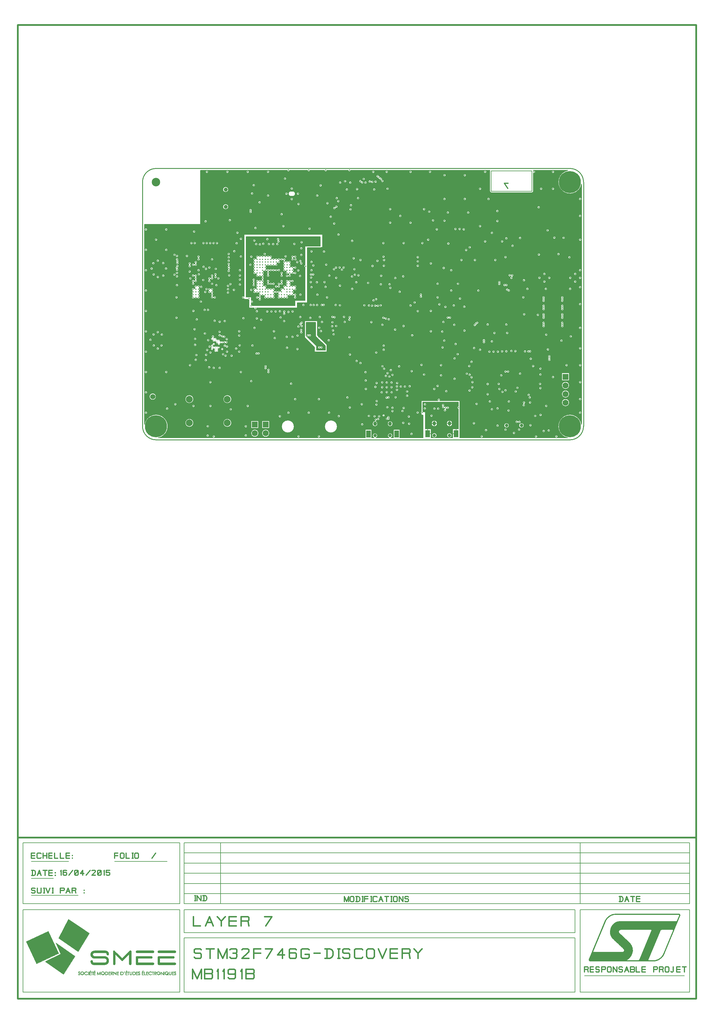
<source format=gbr>
G70*
%FSLAX55Y55*%
%ADD11C,0.00984*%
%ADD12C,0.00827*%
%ADD13C,0.00591*%
%ADD14C,0.00394*%
%ADD15C,0.00787*%
%ADD16C,0.01969*%
%ADD17C,0.00197*%
%ADD18C,0.01181*%
%ADD19C,0.25591*%
%ADD20C,0.03937*%
%ADD21C,0.07874*%
%ADD22C,0.09843*%
%ADD23C,0.06000*%
%ADD24R,0.05512X0.08465*%
%ADD25O,0.03937X0.04724*%
%ADD26C,0.04600*%
%ADD27R,0.07000X0.07000*%
%ADD28C,0.07000*%
%ADD29C,0.01378*%
%ADD30C,0.01575*%
%ADD31C,0.01200*%
%ADD32C,0.01181*%
D11*
X164334Y684059D02*
G75*
G03X180082Y668311I15747J-00001D01*
G01X660397Y668311*
G75*
G03X676145Y684059I00001J15747*
G01X676145Y967524*
G75*
G03X660397Y983272I-15747J00001*
G01X180082Y983272*
G75*
G03X164334Y967524I-00001J-15747*
G01X164334Y684059*
D12*
X569059Y956894D02*
X616303Y956894D01*
X616303Y980516*
X569059Y980516*
X569059Y956894*
D13*
X370724Y893151D02*
X370724Y904228D01*
X284717Y904228*
X284717Y833969*
X290319Y833969*
G75*
G02X290622Y833666I00000J-00304*
G01X290622Y829977*
G75*
G02X290622Y827118I00681J-01429*
G01X290622Y825180*
G75*
G02X291820Y824127I-00304J-01554*
G01X341196Y824127*
X341196Y829729*
G75*
G02X341500Y830032I00304J00000*
G01X353007Y830032*
X353007Y868384*
G75*
G02X353007Y871388I00501J01502*
G01X353007Y892721*
G75*
G02X353311Y893024I00304J00000*
G01X359361Y893024*
X370724Y893151*
X342287Y844891D02*
X342287Y844488D01*
G75*
G02X340126Y842327I-00787J-01373*
G01X339723Y842327*
G75*
G02X339137Y841741I-01374J00788*
G01X339137Y841338*
G75*
G02X339137Y838592I-00787J-01373*
G01X339137Y838189*
G75*
G02X339723Y837603I-00788J-01374*
G01X340126Y837603*
G75*
G02X342287Y835442I01373J-00787*
G01X342287Y835039*
G75*
G02X340712Y835039I-00787J-01373*
G01X340712Y835442*
G75*
G02X340126Y836028I00788J01374*
G01X339723Y836028*
G75*
G02X336977Y836028I-01373J00787*
G01X336574Y836028*
G75*
G02X333827Y836028I-01373J00787*
G01X333424Y836028*
G75*
G02X332838Y835442I-01374J00788*
G01X332838Y835039*
G75*
G02X330677Y832878I-00787J-01373*
G01X330275Y832878*
G75*
G02X327528Y832878I-01373J00787*
G01X327125Y832878*
G75*
G02X324378Y832878I-01373J00787*
G01X323975Y832878*
G75*
G02X321815Y835039I-01373J00787*
G01X321815Y835442*
G75*
G02X321815Y838189I00787J01373*
G01X321815Y838592*
G75*
G02X321229Y839178I00788J01374*
G01X320826Y839178*
G75*
G02X318079Y839178I-01373J00787*
G01X317676Y839178*
G75*
G02X317090Y838592I-01374J00788*
G01X317090Y838189*
G75*
G02X317090Y835442I-00787J-01373*
G01X317090Y835039*
G75*
G02X314929Y832878I-00787J-01373*
G01X314526Y832878*
G75*
G02X311780Y832878I-01373J00787*
G01X311377Y832878*
G75*
G02X308630Y832878I-01373J00787*
G01X308227Y832878*
G75*
G02X306067Y835039I-01373J00787*
G01X306067Y835442*
G75*
G02X305481Y836028I00788J01374*
G01X305078Y836028*
G75*
G02X302331Y836028I-01373J00787*
G01X301928Y836028*
G75*
G02X301342Y835442I-01374J00788*
G01X301342Y835039*
G75*
G02X301487Y832386I-00788J-01373*
G02X299623Y832386I-00932J-01279*
G02X299181Y832878I00932J01280*
G01X298778Y832878*
G75*
G02X298778Y834453I-01373J00787*
G01X299181Y834453*
G75*
G02X299767Y835039I01374J-00788*
G01X299767Y835442*
G75*
G02X299767Y838189I00787J01373*
G01X299767Y838592*
G75*
G02X299181Y839178I00788J01374*
G01X298778Y839178*
G75*
G02X296032Y839178I-01373J00787*
G01X295629Y839178*
G75*
G02X293468Y841338I-01373J00787*
G01X293468Y841741*
G75*
G02X295629Y843902I00787J01373*
G01X296032Y843902*
G75*
G02X296618Y844488I01374J-00788*
G01X296618Y844891*
G75*
G02X296618Y847638I00787J01373*
G01X296618Y848040*
G75*
G02X296618Y850787I00787J01373*
G01X296618Y851190*
G75*
G02X298778Y853351I00787J01373*
G01X299181Y853351*
G75*
G02X301928Y853351I01373J-00787*
G01X302331Y853351*
G75*
G02X302917Y853937I01374J-00788*
G01X302917Y854340*
G75*
G02X302917Y857086I00787J01373*
G01X302917Y857489*
G75*
G02X302331Y858075I00788J01374*
G01X301928Y858075*
G75*
G02X299181Y858075I-01373J00787*
G01X298778Y858075*
G75*
G02X296618Y860236I-01373J00787*
G01X296618Y860639*
G75*
G02X296032Y861225I00788J01374*
G01X295629Y861225*
G75*
G02X293468Y863386I-01373J00787*
G01X293468Y863788*
G75*
G02X293468Y866535I00787J01373*
G01X293468Y866938*
G75*
G02X293468Y869685I00787J01373*
G01X293468Y870088*
G75*
G02X293468Y872834I00787J01373*
G01X293468Y873237*
G75*
G02X293468Y875984I00787J01373*
G01X293468Y876387*
G75*
G02X295629Y878548I00787J01373*
G01X296032Y878548*
G75*
G02X296618Y879134I01374J-00788*
G01X296618Y879536*
G75*
G02X298778Y881697I00787J01373*
G01X299181Y881697*
G75*
G02X301928Y881697I01373J-00787*
G01X302331Y881697*
G75*
G02X305078Y881697I01373J-00787*
G01X305481Y881697*
G75*
G02X308227Y881697I01373J-00787*
G01X308630Y881697*
G75*
G02X311377Y881697I01373J-00787*
G01X311780Y881697*
G75*
G02X313941Y879536I01373J-00787*
G01X313941Y879134*
G75*
G02X314526Y878548I-00788J-01374*
G01X314929Y878548*
G75*
G02X317676Y878548I01373J-00787*
G01X318079Y878548*
G75*
G02X320826Y878548I01373J-00787*
G01X321229Y878548*
G75*
G02X323975Y878548I01373J-00787*
G01X324378Y878548*
G75*
G02X327125Y878548I01373J-00787*
G01X327528Y878548*
G75*
G02X329689Y876387I01373J-00787*
G01X329689Y875984*
G75*
G02X330275Y875398I-00788J-01374*
G01X330677Y875398*
G75*
G02X333527Y875182I01373J-00788*
G02X335875Y873289I01476J-00571*
G01X335901Y872881*
G75*
G02X335988Y870088I-00700J-01420*
G01X335988Y869685*
G75*
G02X336574Y869099I-00788J-01374*
G01X336977Y869099*
G75*
G02X339723Y869099I01373J-00787*
G01X340126Y869099*
G75*
G02X340126Y867524I01373J-00787*
G01X339723Y867524*
G75*
G02X339137Y866938I-01374J00788*
G01X339137Y866535*
G75*
G02X339137Y863788I-00787J-01373*
G01X339137Y863386*
G75*
G02X339723Y862800I-00788J-01374*
G01X340126Y862800*
G75*
G02X340126Y861225I01373J-00787*
G01X339723Y861225*
G75*
G02X336977Y861225I-01373J00787*
G01X336574Y861225*
G75*
G02X335988Y860639I-01374J00788*
G01X335988Y860236*
G75*
G02X333879Y857991I-00787J-01373*
G01X333471Y857966*
G75*
G02X333372Y859537I-01420J00700*
G01X333781Y859563*
G75*
G02X334413Y860236I01420J-00700*
G01X334413Y860639*
G75*
G02X333827Y861225I00788J01374*
G01X333424Y861225*
G75*
G02X331263Y863386I-01373J00787*
G01X331263Y863788*
G75*
G02X330677Y864374I00788J01374*
G01X330275Y864374*
G75*
G02X328114Y866535I-01373J00787*
G01X328114Y866938*
G75*
G02X328114Y869685I00787J01373*
G01X328114Y870088*
G75*
G02X328114Y872834I00787J01373*
G01X328114Y873237*
G75*
G02X328114Y875984I00787J01373*
G01X328114Y876387*
G75*
G02X327528Y876973I00788J01374*
G01X327125Y876973*
G75*
G02X324378Y876973I-01373J00787*
G01X323975Y876973*
G75*
G02X323389Y876387I-01374J00788*
G01X323389Y875984*
G75*
G02X321229Y873823I-00787J-01373*
G01X320826Y873823*
G75*
G02X320240Y873237I-01374J00788*
G01X320240Y872834*
G75*
G02X318079Y870674I-00787J-01373*
G01X317676Y870674*
G75*
G02X314929Y870674I-01373J00787*
G01X314526Y870674*
G75*
G02X311780Y870674I-01373J00787*
G01X311377Y870674*
G75*
G02X308630Y870674I-01373J00787*
G01X308227Y870674*
G75*
G02X307641Y870088I-01374J00788*
G01X307641Y869685*
G75*
G02X307641Y866938I-00787J-01373*
G01X307641Y866535*
G75*
G02X308227Y865949I-00788J-01374*
G01X308630Y865949*
G75*
G02X311377Y865949I01373J-00787*
G01X311780Y865949*
G75*
G02X314526Y865949I01373J-00787*
G01X314929Y865949*
G75*
G02X317676Y865949I01373J-00787*
G01X318079Y865949*
G75*
G02X320826Y865949I01373J-00787*
G01X321229Y865949*
G75*
G02X321229Y864374I01373J-00787*
G01X320826Y864374*
G75*
G02X318079Y864374I-01373J00787*
G01X317676Y864374*
G75*
G02X314929Y864374I-01373J00787*
G01X314526Y864374*
G75*
G02X311780Y864374I-01373J00787*
G01X311377Y864374*
G75*
G02X310791Y863788I-01374J00788*
G01X310791Y863386*
G75*
G02X310791Y860639I-00787J-01373*
G01X310791Y860236*
G75*
G02X309216Y860236I-00787J-01373*
G01X309216Y860639*
G75*
G02X309216Y863386I00787J01373*
G01X309216Y863788*
G75*
G02X308630Y864374I00788J01374*
G01X308227Y864374*
G75*
G02X305481Y864374I-01373J00787*
G01X305078Y864374*
G75*
G02X304492Y863788I-01374J00788*
G01X304492Y863386*
G75*
G02X304492Y860639I-00787J-01373*
G01X304492Y860236*
G75*
G02X304492Y857489I-00787J-01373*
G01X304492Y857086*
G75*
G02X304492Y854340I-00787J-01373*
G01X304492Y853937*
G75*
G02X304492Y851190I-00787J-01373*
G01X304492Y850787*
G75*
G02X304492Y848040I-00787J-01373*
G01X304492Y847638*
G75*
G02X305078Y847052I-00788J-01374*
G01X305481Y847052*
G75*
G02X307641Y844891I01373J-00787*
G01X307641Y844488*
G75*
G02X308227Y843902I-00788J-01374*
G01X308630Y843902*
G75*
G02X311377Y843902I01373J-00787*
G01X311780Y843902*
G75*
G02X314526Y843902I01373J-00787*
G01X314929Y843902*
G75*
G02X317090Y841741I01373J-00787*
G01X317090Y841338*
G75*
G02X317676Y840752I-00788J-01374*
G01X318079Y840752*
G75*
G02X320826Y840752I01373J-00787*
G01X321229Y840752*
G75*
G02X323975Y840752I01373J-00787*
G01X324378Y840752*
G75*
G02X324964Y841338I01374J-00788*
G01X324964Y841741*
G75*
G02X327125Y843902I00787J01373*
G01X327528Y843902*
G75*
G02X328114Y844488I01374J-00788*
G01X328114Y844891*
G75*
G02X330275Y847052I00787J01373*
G01X330677Y847052*
G75*
G02X331263Y847638I01374J-00788*
G01X331263Y848040*
G75*
G02X331263Y850787I00787J01373*
G01X331263Y851190*
G75*
G02X333424Y853351I00787J01373*
G01X333827Y853351*
G75*
G02X336574Y853351I01373J-00787*
G01X336977Y853351*
G75*
G02X336977Y851776I01373J-00787*
G01X336574Y851776*
G75*
G02X335988Y851190I-01374J00788*
G01X335988Y850787*
G75*
G02X335988Y848040I-00787J-01373*
G01X335988Y847638*
G75*
G02X336574Y847052I-00788J-01374*
G01X336977Y847052*
G75*
G02X339723Y847052I01373J-00787*
G01X340126Y847052*
G75*
G02X342287Y844891I01373J-00787*
G01X326539Y851190D02*
X326539Y850787D01*
G75*
G02X324378Y848626I-00787J-01373*
G01X323975Y848626*
G75*
G02X323389Y848040I-01374J00788*
G01X323389Y847638*
G75*
G02X321229Y845477I-00787J-01373*
G01X320826Y845477*
G75*
G02X320826Y847052I-01373J00787*
G01X321229Y847052*
G75*
G02X321815Y847638I01374J-00788*
G01X321815Y848040*
G75*
G02X323975Y850201I00787J01373*
G01X324378Y850201*
G75*
G02X324964Y850787I01374J-00788*
G01X324964Y851190*
G75*
G02X326539Y851190I00787J01373*
G01X314929Y850201D02*
G75*
G02X314929Y848626I01373J-00787D01*
G01X314526Y848626*
G75*
G02X311780Y848626I-01373J00787*
G01X311377Y848626*
G75*
G02X309216Y850787I-01373J00787*
G01X309216Y851190*
G75*
G02X310791Y851190I00787J01373*
G01X310791Y850787*
G75*
G02X311377Y850201I-00788J-01374*
G01X311780Y850201*
G75*
G02X314526Y850201I01373J-00787*
G01X314929Y850201*
X294256Y852765D02*
X294256Y852362D01*
G75*
G02X294256Y849615I-00787J-01373*
G01X294256Y849212*
G75*
G02X292681Y849212I-00787J-01373*
G01X292681Y849615*
G75*
G02X292681Y852362I00787J01373*
G01X292681Y852765*
G75*
G02X294256Y852765I00787J01373*
G01X340126Y881697D02*
G75*
G02X340126Y880122I01373J-00787D01*
G01X339723Y880122*
G75*
G02X339137Y879536I-01374J00788*
G01X339137Y879134*
G75*
G02X337563Y879134I-00787J-01373*
G01X337563Y879536*
G75*
G02X339723Y881697I00787J01373*
G01X340126Y881697*
X326539Y860639D02*
X326539Y860236D01*
G75*
G02X324964Y860236I-00787J-01373*
G01X324964Y860639*
G75*
G02X326539Y860639I00787J01373*
G01X348463Y874614D02*
G75*
G02X347528Y874213I00123J-01578D01*
G02X348463Y874614I-00123J01578*
G01X322715Y900044D02*
G75*
G02X320914Y899767I-00704J-01418D01*
G02X322715Y900044I00704J01418*
G01X288972Y880949D02*
G75*
G03X292138Y880949I01583J00000D01*
G03X288972Y880949I-01583J00000*
G01X314326Y895477D02*
G75*
G03X317492Y895477I01583J00000D01*
G03X314326Y895477I-01583J00000*
G01X347003Y882878D02*
G75*
G03X350169Y882878I01583J00000D01*
G03X347003Y882878I-01583J00000*
G01X304483Y884059D02*
G75*
G03X307650Y884059I01583J00000D01*
G03X304483Y884059I-01583J00000*
G01X309405Y895477D02*
G75*
G03X312571Y895477I01583J00000D01*
G03X309405Y895477I-01583J00000*
G01X347397Y897642D02*
G75*
G03X350563Y897642I01583J00000D01*
G03X347397Y897642I-01583J00000*
G01X340310Y877760D02*
G75*
G03X343476Y877760I01583J00000D01*
G03X340310Y877760I-01583J00000*
G01X319247Y895477D02*
G75*
G03X322413Y895477I01583J00000D01*
G03X319247Y895477I-01583J00000*
G01X343460Y864965D02*
G75*
G03X346626Y864965I01583J00000D01*
G03X343460Y864965I-01583J00000*
G01X287948Y871461D02*
G75*
G03X291114Y871461I01583J00000D01*
G03X287948Y871461I-01583J00000*
G01X347003Y890556D02*
G75*
G03X350169Y890556I01583J00000D01*
G03X347003Y890556I-01583J00000*
G01X302909Y895870D02*
G75*
G03X306075Y895870I01583J00000D01*
G03X302909Y895870I-01583J00000*
G01X342279Y874611D02*
G75*
G03X345445Y874611I01583J00000D01*
G03X342279Y874611I-01583J00000*
G01X298972Y895083D02*
G75*
G03X302138Y895083I01583J00000D01*
G03X298972Y895083I-01583J00000*
G01X294641Y895477D02*
G75*
G03X297807Y895477I01583J00000D01*
G03X294641Y895477I-01583J00000*
G01X346019Y836815D02*
G75*
G03X349185Y836815I01583J00000D01*
G03X346019Y836815I-01583J00000*
G01X345625Y858469D02*
G75*
G03X348791Y858469I01583J00000D01*
G03X345625Y858469I-01583J00000*
G01X292476Y899611D02*
G75*
G03X295642Y899611I01583J00000D01*
G03X292476Y899611I-01583J00000*
G01X338932Y895674D02*
G75*
G03X342098Y895674I01583J00000D01*
G03X338932Y895674I-01583J00000*
G01X288932Y842327D02*
G75*
G03X292098Y842327I01583J00000D01*
G03X288932Y842327I-01583J00000*
G01X328893Y881304D02*
G75*
G03X332059Y881304I01583J00000D01*
G03X328893Y881304I-01583J00000*
G01X307633Y901185D02*
G75*
G03X310799Y901185I01583J00000D01*
G03X307633Y901185I-01583J00000*
G01X291741Y824322D02*
X341196Y824322D01*
X291367Y824813D02*
X341196Y824813D01*
X290622Y825303D02*
X341196Y825303D01*
X290622Y825794D02*
X341196Y825794D01*
X290622Y826284D02*
X341196Y826284D01*
X290622Y826775D02*
X341196Y826775D01*
X292231Y827265D02*
X341196Y827265D01*
X292673Y827756D02*
X341196Y827756D01*
X292857Y828246D02*
X341196Y828246D01*
X292874Y828737D02*
X341196Y828737D01*
X292732Y829228D02*
X341196Y829228D01*
X292368Y829718D02*
X299795Y829718D01*
X301315Y829718D02*
X341196Y829718D01*
X290622Y830209D02*
X299251Y830209D01*
X301858Y830209D02*
X353007Y830209D01*
X290622Y830699D02*
X299025Y830699D01*
X302084Y830699D02*
X353007Y830699D01*
X290622Y831190D02*
X298974Y831190D01*
X302136Y831190D02*
X353007Y831190D01*
X290622Y831680D02*
X299079Y831680D01*
X302030Y831680D02*
X353007Y831680D01*
X290622Y832171D02*
X296885Y832171D01*
X297926Y832171D02*
X299383Y832171D01*
X301727Y832171D02*
X306333Y832171D01*
X307375Y832171D02*
X309483Y832171D01*
X310524Y832171D02*
X312632Y832171D01*
X313674Y832171D02*
X315782Y832171D01*
X316823Y832171D02*
X322081Y832171D01*
X323123Y832171D02*
X325231Y832171D01*
X326272Y832171D02*
X328380Y832171D01*
X329422Y832171D02*
X331530Y832171D01*
X332571Y832171D02*
X340979Y832171D01*
X342020Y832171D02*
X353007Y832171D01*
X290622Y832661D02*
X296182Y832661D01*
X298629Y832661D02*
X299331Y832661D01*
X301778Y832661D02*
X305630Y832661D01*
X308078Y832661D02*
X308780Y832661D01*
X311227Y832661D02*
X311929Y832661D01*
X314377Y832661D02*
X315079Y832661D01*
X317526Y832661D02*
X321378Y832661D01*
X323826Y832661D02*
X324528Y832661D01*
X326975Y832661D02*
X327677Y832661D01*
X330125Y832661D02*
X330827Y832661D01*
X333274Y832661D02*
X340276Y832661D01*
X342723Y832661D02*
X353007Y832661D01*
X290622Y833152D02*
X295908Y833152D01*
X302052Y833152D02*
X305357Y833152D01*
X317800Y833152D02*
X321105Y833152D01*
X333548Y833152D02*
X340002Y833152D01*
X342997Y833152D02*
X353007Y833152D01*
X290622Y833643D02*
X295822Y833643D01*
X302138Y833643D02*
X305271Y833643D01*
X317886Y833643D02*
X321019Y833643D01*
X333634Y833643D02*
X339917Y833643D01*
X343082Y833643D02*
X353007Y833643D01*
X284717Y834133D02*
X295893Y834133D01*
X302067Y834133D02*
X305341Y834133D01*
X317815Y834133D02*
X321090Y834133D01*
X333563Y834133D02*
X339987Y834133D01*
X343012Y834133D02*
X353007Y834133D01*
X284717Y834624D02*
X296145Y834624D01*
X298665Y834624D02*
X299294Y834624D01*
X301815Y834624D02*
X305594Y834624D01*
X317563Y834624D02*
X321342Y834624D01*
X333311Y834624D02*
X340239Y834624D01*
X342760Y834624D02*
X353007Y834624D01*
X284717Y835114D02*
X296767Y835114D01*
X298044Y835114D02*
X299767Y835114D01*
X301342Y835114D02*
X306067Y835114D01*
X317090Y835114D02*
X321815Y835114D01*
X332838Y835114D02*
X340712Y835114D01*
X342287Y835114D02*
X353007Y835114D01*
X284717Y835605D02*
X299535Y835605D01*
X301575Y835605D02*
X302684Y835605D01*
X304724Y835605D02*
X305834Y835605D01*
X317323Y835605D02*
X321582Y835605D01*
X333071Y835605D02*
X334180Y835605D01*
X336220Y835605D02*
X337330Y835605D01*
X339370Y835605D02*
X340480Y835605D01*
X342520Y835605D02*
X346582Y835605D01*
X348622Y835605D02*
X353007Y835605D01*
X284717Y836095D02*
X299145Y836095D01*
X317713Y836095D02*
X321192Y836095D01*
X342909Y836095D02*
X346192Y836095D01*
X349012Y836095D02*
X353007Y836095D01*
X284717Y836586D02*
X298988Y836586D01*
X317869Y836586D02*
X321036Y836586D01*
X343066Y836586D02*
X346036Y836586D01*
X349168Y836586D02*
X353007Y836586D01*
X284717Y837076D02*
X298993Y837076D01*
X317864Y837076D02*
X321041Y837076D01*
X343061Y837076D02*
X346041Y837076D01*
X349163Y837076D02*
X353007Y837076D01*
X284717Y837567D02*
X299161Y837567D01*
X317696Y837567D02*
X321209Y837567D01*
X342893Y837567D02*
X346209Y837567D01*
X348995Y837567D02*
X353007Y837567D01*
X284717Y838057D02*
X299573Y838057D01*
X317284Y838057D02*
X321621Y838057D01*
X339331Y838057D02*
X340518Y838057D01*
X342481Y838057D02*
X346621Y838057D01*
X348583Y838057D02*
X353007Y838057D01*
X284717Y838548D02*
X293550Y838548D01*
X294961Y838548D02*
X296699Y838548D01*
X298111Y838548D02*
X299767Y838548D01*
X317090Y838548D02*
X318746Y838548D01*
X320158Y838548D02*
X321815Y838548D01*
X339137Y838548D02*
X353007Y838548D01*
X284717Y839039D02*
X292972Y839039D01*
X295539Y839039D02*
X296121Y839039D01*
X298689Y839039D02*
X299271Y839039D01*
X317586Y839039D02*
X318169Y839039D01*
X320736Y839039D02*
X321318Y839039D01*
X339634Y839039D02*
X353007Y839039D01*
X284717Y839529D02*
X292734Y839529D01*
X339872Y839529D02*
X353007Y839529D01*
X284717Y840020D02*
X292674Y840020D01*
X339932Y840020D02*
X353007Y840020D01*
X284717Y840510D02*
X292769Y840510D01*
X339836Y840510D02*
X353007Y840510D01*
X284717Y841001D02*
X289651Y841001D01*
X291380Y841001D02*
X293058Y841001D01*
X317500Y841001D02*
X318255Y841001D01*
X320649Y841001D02*
X321405Y841001D01*
X323799Y841001D02*
X324554Y841001D01*
X339547Y841001D02*
X353007Y841001D01*
X284717Y841491D02*
X289171Y841491D01*
X291860Y841491D02*
X293468Y841491D01*
X317090Y841491D02*
X319033Y841491D01*
X319872Y841491D02*
X322182Y841491D01*
X323022Y841491D02*
X324964Y841491D01*
X339137Y841491D02*
X353007Y841491D01*
X284717Y841982D02*
X288970Y841982D01*
X292060Y841982D02*
X293150Y841982D01*
X317409Y841982D02*
X324646Y841982D01*
X339456Y841982D02*
X340394Y841982D01*
X342605Y841982D02*
X353007Y841982D01*
X284717Y842472D02*
X288939Y842472D01*
X292092Y842472D02*
X292809Y842472D01*
X317750Y842472D02*
X324305Y842472D01*
X342946Y842472D02*
X353007Y842472D01*
X284717Y842963D02*
X289066Y842963D01*
X291965Y842963D02*
X292680Y842963D01*
X317878Y842963D02*
X324176Y842963D01*
X343075Y842963D02*
X353007Y842963D01*
X284717Y843454D02*
X289403Y843454D01*
X291628Y843454D02*
X292709Y843454D01*
X317849Y843454D02*
X324205Y843454D01*
X343046Y843454D02*
X353007Y843454D01*
X284717Y843944D02*
X292907Y843944D01*
X295604Y843944D02*
X296057Y843944D01*
X308202Y843944D02*
X308655Y843944D01*
X311352Y843944D02*
X311805Y843944D01*
X314501Y843944D02*
X314954Y843944D01*
X317651Y843944D02*
X324403Y843944D01*
X327100Y843944D02*
X327553Y843944D01*
X342848Y843944D02*
X353007Y843944D01*
X284717Y844435D02*
X293382Y844435D01*
X295129Y844435D02*
X296531Y844435D01*
X307728Y844435D02*
X309130Y844435D01*
X310877Y844435D02*
X312279Y844435D01*
X314027Y844435D02*
X315429Y844435D01*
X317176Y844435D02*
X324878Y844435D01*
X326625Y844435D02*
X328027Y844435D01*
X342373Y844435D02*
X353007Y844435D01*
X284717Y844925D02*
X296561Y844925D01*
X307698Y844925D02*
X318608Y844925D01*
X320297Y844925D02*
X321758Y844925D01*
X323446Y844925D02*
X328057Y844925D01*
X342344Y844925D02*
X353007Y844925D01*
X284717Y845416D02*
X296069Y845416D01*
X308190Y845416D02*
X318116Y845416D01*
X320789Y845416D02*
X321265Y845416D01*
X323938Y845416D02*
X327565Y845416D01*
X342836Y845416D02*
X353007Y845416D01*
X284717Y845906D02*
X295863Y845906D01*
X308396Y845906D02*
X317911Y845906D01*
X324144Y845906D02*
X327359Y845906D01*
X343042Y845906D02*
X353007Y845906D01*
X284717Y846397D02*
X292816Y846397D01*
X294121Y846397D02*
X295828Y846397D01*
X308431Y846397D02*
X317875Y846397D01*
X324179Y846397D02*
X327324Y846397D01*
X343077Y846397D02*
X353007Y846397D01*
X284717Y846887D02*
X292203Y846887D01*
X294733Y846887D02*
X295950Y846887D01*
X308309Y846887D02*
X317997Y846887D01*
X324057Y846887D02*
X327446Y846887D01*
X342955Y846887D02*
X353007Y846887D01*
X284717Y847378D02*
X291954Y847378D01*
X294982Y847378D02*
X296280Y847378D01*
X304829Y847378D02*
X305729Y847378D01*
X307979Y847378D02*
X318328Y847378D01*
X320577Y847378D02*
X321477Y847378D01*
X323727Y847378D02*
X327776Y847378D01*
X330026Y847378D02*
X330926Y847378D01*
X336325Y847378D02*
X337225Y847378D01*
X339475Y847378D02*
X340375Y847378D01*
X342624Y847378D02*
X353007Y847378D01*
X284717Y847869D02*
X291885Y847869D01*
X295051Y847869D02*
X296618Y847869D01*
X304492Y847869D02*
X309660Y847869D01*
X310347Y847869D02*
X312809Y847869D01*
X313497Y847869D02*
X315959Y847869D01*
X316646Y847869D02*
X321815Y847869D01*
X323389Y847869D02*
X325408Y847869D01*
X326095Y847869D02*
X331263Y847869D01*
X335988Y847869D02*
X353007Y847869D01*
X284717Y848359D02*
X291973Y848359D01*
X294963Y848359D02*
X296225Y848359D01*
X304885Y848359D02*
X308823Y848359D01*
X311184Y848359D02*
X311973Y848359D01*
X314334Y848359D02*
X315122Y848359D01*
X317483Y848359D02*
X321421Y848359D01*
X323782Y848359D02*
X324571Y848359D01*
X326932Y848359D02*
X330870Y848359D01*
X336381Y848359D02*
X353007Y848359D01*
X284717Y848850D02*
X292250Y848850D01*
X294687Y848850D02*
X295926Y848850D01*
X305183Y848850D02*
X308525Y848850D01*
X317782Y848850D02*
X321123Y848850D01*
X327231Y848850D02*
X330572Y848850D01*
X336679Y848850D02*
X353007Y848850D01*
X284717Y849340D02*
X292681Y849340D01*
X294256Y849340D02*
X295824Y849340D01*
X305286Y849340D02*
X308422Y849340D01*
X317884Y849340D02*
X321021Y849340D01*
X327333Y849340D02*
X330469Y849340D01*
X336782Y849340D02*
X353007Y849340D01*
X284717Y849831D02*
X292389Y849831D01*
X294548Y849831D02*
X295878Y849831D01*
X305231Y849831D02*
X308476Y849831D01*
X317830Y849831D02*
X321075Y849831D01*
X327279Y849831D02*
X330524Y849831D01*
X336728Y849831D02*
X353007Y849831D01*
X284717Y850321D02*
X292033Y850321D01*
X294904Y850321D02*
X296108Y850321D01*
X305001Y850321D02*
X308706Y850321D01*
X311301Y850321D02*
X311856Y850321D01*
X314450Y850321D02*
X315006Y850321D01*
X317600Y850321D02*
X321305Y850321D01*
X323899Y850321D02*
X324454Y850321D01*
X327049Y850321D02*
X330754Y850321D01*
X336498Y850321D02*
X353007Y850321D01*
X284717Y850812D02*
X291895Y850812D01*
X295041Y850812D02*
X296618Y850812D01*
X304492Y850812D02*
X309216Y850812D01*
X310791Y850812D02*
X312411Y850812D01*
X313896Y850812D02*
X315560Y850812D01*
X317045Y850812D02*
X321860Y850812D01*
X323345Y850812D02*
X324964Y850812D01*
X326539Y850812D02*
X331263Y850812D01*
X335988Y850812D02*
X353007Y850812D01*
X284717Y851302D02*
X291916Y851302D01*
X295020Y851302D02*
X296448Y851302D01*
X304661Y851302D02*
X309047Y851302D01*
X310961Y851302D02*
X324795Y851302D01*
X326709Y851302D02*
X331094Y851302D01*
X336157Y851302D02*
X337393Y851302D01*
X339307Y851302D02*
X353007Y851302D01*
X284717Y851793D02*
X292105Y851793D01*
X294832Y851793D02*
X296022Y851793D01*
X305087Y851793D02*
X308621Y851793D01*
X311386Y851793D02*
X324369Y851793D01*
X327134Y851793D02*
X330668Y851793D01*
X339733Y851793D02*
X353007Y851793D01*
X284717Y852283D02*
X292557Y852283D01*
X294379Y852283D02*
X295847Y852283D01*
X305262Y852283D02*
X308446Y852283D01*
X311562Y852283D02*
X324194Y852283D01*
X327310Y852283D02*
X330493Y852283D01*
X339908Y852283D02*
X353007Y852283D01*
X284717Y852774D02*
X292665Y852774D01*
X294271Y852774D02*
X295836Y852774D01*
X305273Y852774D02*
X308435Y852774D01*
X311572Y852774D02*
X324183Y852774D01*
X327320Y852774D02*
X330482Y852774D01*
X339919Y852774D02*
X353007Y852774D01*
X284717Y853265D02*
X292148Y853265D01*
X294788Y853265D02*
X295986Y853265D01*
X305124Y853265D02*
X308584Y853265D01*
X311423Y853265D02*
X324332Y853265D01*
X327171Y853265D02*
X330632Y853265D01*
X339769Y853265D02*
X353007Y853265D01*
X284717Y853755D02*
X291932Y853755D01*
X295004Y853755D02*
X296363Y853755D01*
X298447Y853755D02*
X299513Y853755D01*
X301597Y853755D02*
X302662Y853755D01*
X304746Y853755D02*
X308962Y853755D01*
X311045Y853755D02*
X324710Y853755D01*
X326793Y853755D02*
X331009Y853755D01*
X333093Y853755D02*
X334158Y853755D01*
X336242Y853755D02*
X337308Y853755D01*
X339392Y853755D02*
X353007Y853755D01*
X284717Y854246D02*
X291889Y854246D01*
X295047Y854246D02*
X302917Y854246D01*
X304492Y854246D02*
X353007Y854246D01*
X284717Y854736D02*
X292003Y854736D01*
X294934Y854736D02*
X302459Y854736D01*
X304950Y854736D02*
X353007Y854736D01*
X284717Y855227D02*
X292319Y855227D01*
X294617Y855227D02*
X302198Y855227D01*
X305211Y855227D02*
X353007Y855227D01*
X284717Y855717D02*
X293360Y855717D01*
X293576Y855717D02*
X302121Y855717D01*
X305287Y855717D02*
X353007Y855717D01*
X284717Y856208D02*
X302201Y856208D01*
X305208Y856208D02*
X353007Y856208D01*
X284717Y856698D02*
X302465Y856698D01*
X304943Y856698D02*
X353007Y856698D01*
X284717Y857189D02*
X302917Y857189D01*
X304492Y857189D02*
X331481Y857189D01*
X332621Y857189D02*
X346277Y857189D01*
X348140Y857189D02*
X353007Y857189D01*
X284717Y857680D02*
X296353Y857680D01*
X298457Y857680D02*
X299503Y857680D01*
X301607Y857680D02*
X302652Y857680D01*
X304756Y857680D02*
X308952Y857680D01*
X311055Y857680D02*
X324700Y857680D01*
X326803Y857680D02*
X330813Y857680D01*
X333289Y857680D02*
X334149Y857680D01*
X336252Y857680D02*
X345836Y857680D01*
X348581Y857680D02*
X353007Y857680D01*
X284717Y858170D02*
X295982Y858170D01*
X305128Y858170D02*
X308580Y858170D01*
X311427Y858170D02*
X324328Y858170D01*
X327175Y858170D02*
X330548Y858170D01*
X336624Y858170D02*
X345654Y858170D01*
X348763Y858170D02*
X353007Y858170D01*
X284717Y858661D02*
X295835Y858661D01*
X305274Y858661D02*
X308434Y858661D01*
X311574Y858661D02*
X324182Y858661D01*
X327322Y858661D02*
X330468Y858661D01*
X336770Y858661D02*
X345637Y858661D01*
X348780Y858661D02*
X353007Y858661D01*
X284717Y859151D02*
X295849Y859151D01*
X305261Y859151D02*
X308447Y859151D01*
X311560Y859151D02*
X324195Y859151D01*
X327308Y859151D02*
X330544Y859151D01*
X336757Y859151D02*
X345780Y859151D01*
X348637Y859151D02*
X353007Y859151D01*
X284717Y859642D02*
X296027Y859642D01*
X305082Y859642D02*
X308626Y859642D01*
X311382Y859642D02*
X324374Y859642D01*
X327130Y859642D02*
X330805Y859642D01*
X333297Y859642D02*
X333822Y859642D01*
X336578Y859642D02*
X346145Y859642D01*
X348272Y859642D02*
X353007Y859642D01*
X284717Y860132D02*
X296460Y860132D01*
X304650Y860132D02*
X309058Y860132D01*
X310949Y860132D02*
X324806Y860132D01*
X326697Y860132D02*
X331455Y860132D01*
X332647Y860132D02*
X334255Y860132D01*
X336146Y860132D02*
X353007Y860132D01*
X284717Y860623D02*
X293497Y860623D01*
X295014Y860623D02*
X296618Y860623D01*
X304492Y860623D02*
X309216Y860623D01*
X310791Y860623D02*
X324964Y860623D01*
X326539Y860623D02*
X331292Y860623D01*
X332809Y860623D02*
X334413Y860623D01*
X335988Y860623D02*
X337591Y860623D01*
X339109Y860623D02*
X340741Y860623D01*
X342258Y860623D02*
X353007Y860623D01*
X284717Y861113D02*
X292953Y861113D01*
X295559Y861113D02*
X296102Y861113D01*
X305007Y861113D02*
X308700Y861113D01*
X311307Y861113D02*
X324448Y861113D01*
X327055Y861113D02*
X330748Y861113D01*
X333354Y861113D02*
X333897Y861113D01*
X336504Y861113D02*
X337047Y861113D01*
X339653Y861113D02*
X340196Y861113D01*
X342803Y861113D02*
X353007Y861113D01*
X284717Y861604D02*
X292726Y861604D01*
X305234Y861604D02*
X308474Y861604D01*
X311533Y861604D02*
X324222Y861604D01*
X327281Y861604D02*
X330521Y861604D01*
X343029Y861604D02*
X353007Y861604D01*
X284717Y862094D02*
X292675Y862094D01*
X305285Y862094D02*
X308423Y862094D01*
X311584Y862094D02*
X324171Y862094D01*
X327332Y862094D02*
X330470Y862094D01*
X343080Y862094D02*
X353007Y862094D01*
X284717Y862585D02*
X292780Y862585D01*
X305180Y862585D02*
X308528Y862585D01*
X311479Y862585D02*
X324276Y862585D01*
X327227Y862585D02*
X330575Y862585D01*
X342975Y862585D02*
X353007Y862585D01*
X284717Y863076D02*
X293083Y863076D01*
X304877Y863076D02*
X308831Y863076D01*
X311176Y863076D02*
X324579Y863076D01*
X326924Y863076D02*
X330878Y863076D01*
X339523Y863076D02*
X340327Y863076D01*
X342672Y863076D02*
X353007Y863076D01*
X284717Y863566D02*
X293468Y863566D01*
X304492Y863566D02*
X309216Y863566D01*
X310791Y863566D02*
X325450Y863566D01*
X326053Y863566D02*
X331263Y863566D01*
X339137Y863566D02*
X341198Y863566D01*
X341801Y863566D02*
X344302Y863566D01*
X345784Y863566D02*
X353007Y863566D01*
X284717Y864057D02*
X293122Y864057D01*
X304838Y864057D02*
X305720Y864057D01*
X307987Y864057D02*
X308870Y864057D01*
X311137Y864057D02*
X312020Y864057D01*
X314287Y864057D02*
X315169Y864057D01*
X317436Y864057D02*
X318319Y864057D01*
X320586Y864057D02*
X321469Y864057D01*
X323735Y864057D02*
X327768Y864057D01*
X330035Y864057D02*
X330917Y864057D01*
X339483Y864057D02*
X343746Y864057D01*
X346340Y864057D02*
X353007Y864057D01*
X284717Y864547D02*
X292797Y864547D01*
X324061Y864547D02*
X327442Y864547D01*
X339809Y864547D02*
X343516Y864547D01*
X346570Y864547D02*
X353007Y864547D01*
X284717Y865038D02*
X292677Y865038D01*
X324180Y865038D02*
X327323Y865038D01*
X339928Y865038D02*
X343462Y865038D01*
X346624Y865038D02*
X353007Y865038D01*
X284717Y865528D02*
X292716Y865528D01*
X324142Y865528D02*
X327361Y865528D01*
X339890Y865528D02*
X343564Y865528D01*
X346522Y865528D02*
X353007Y865528D01*
X284717Y866019D02*
X292925Y866019D01*
X308185Y866019D02*
X308673Y866019D01*
X311335Y866019D02*
X311822Y866019D01*
X314484Y866019D02*
X314972Y866019D01*
X317634Y866019D02*
X318121Y866019D01*
X320783Y866019D02*
X321271Y866019D01*
X323933Y866019D02*
X327570Y866019D01*
X339681Y866019D02*
X343862Y866019D01*
X346224Y866019D02*
X353007Y866019D01*
X284717Y866509D02*
X293425Y866509D01*
X307685Y866509D02*
X309173Y866509D01*
X310834Y866509D02*
X312323Y866509D01*
X313984Y866509D02*
X315472Y866509D01*
X317133Y866509D02*
X318622Y866509D01*
X320283Y866509D02*
X321771Y866509D01*
X323432Y866509D02*
X328071Y866509D01*
X339181Y866509D02*
X344696Y866509D01*
X345390Y866509D02*
X353007Y866509D01*
X284717Y867000D02*
X293369Y867000D01*
X307741Y867000D02*
X328014Y867000D01*
X339237Y867000D02*
X340613Y867000D01*
X342386Y867000D02*
X353007Y867000D01*
X284717Y867491D02*
X292902Y867491D01*
X308208Y867491D02*
X327548Y867491D01*
X339704Y867491D02*
X340146Y867491D01*
X342853Y867491D02*
X353007Y867491D01*
X284717Y867981D02*
X292707Y867981D01*
X308402Y867981D02*
X327353Y867981D01*
X343048Y867981D02*
X353007Y867981D01*
X284717Y868472D02*
X292681Y868472D01*
X308429Y868472D02*
X327326Y868472D01*
X343074Y868472D02*
X352797Y868472D01*
X284717Y868962D02*
X292812Y868962D01*
X308297Y868962D02*
X327458Y868962D01*
X342942Y868962D02*
X352222Y868962D01*
X284717Y869453D02*
X293159Y869453D01*
X307951Y869453D02*
X327804Y869453D01*
X336297Y869453D02*
X337253Y869453D01*
X339447Y869453D02*
X340403Y869453D01*
X342596Y869453D02*
X351985Y869453D01*
X284717Y869943D02*
X289081Y869943D01*
X289981Y869943D02*
X293468Y869943D01*
X307641Y869943D02*
X309554Y869943D01*
X310454Y869943D02*
X312703Y869943D01*
X313603Y869943D02*
X315853Y869943D01*
X316753Y869943D02*
X319003Y869943D01*
X319902Y869943D02*
X328114Y869943D01*
X335988Y869943D02*
X351926Y869943D01*
X284717Y870434D02*
X288326Y870434D01*
X290736Y870434D02*
X293051Y870434D01*
X308059Y870434D02*
X308799Y870434D01*
X311208Y870434D02*
X311949Y870434D01*
X314358Y870434D02*
X315098Y870434D01*
X317507Y870434D02*
X318248Y870434D01*
X320657Y870434D02*
X327697Y870434D01*
X336405Y870434D02*
X352022Y870434D01*
X284717Y870924D02*
X288042Y870924D01*
X291020Y870924D02*
X292766Y870924D01*
X320942Y870924D02*
X327412Y870924D01*
X336690Y870924D02*
X352312Y870924D01*
X284717Y871415D02*
X287949Y871415D01*
X291114Y871415D02*
X292673Y871415D01*
X321035Y871415D02*
X327319Y871415D01*
X336783Y871415D02*
X353007Y871415D01*
X284717Y871906D02*
X288012Y871906D01*
X291050Y871906D02*
X292736Y871906D01*
X320972Y871906D02*
X327382Y871906D01*
X336720Y871906D02*
X347478Y871906D01*
X349694Y871906D02*
X353007Y871906D01*
X284717Y872396D02*
X288254Y872396D01*
X290809Y872396D02*
X292978Y872396D01*
X320730Y872396D02*
X327624Y872396D01*
X336478Y872396D02*
X347138Y872396D01*
X350034Y872396D02*
X353007Y872396D01*
X284717Y872887D02*
X288843Y872887D01*
X290219Y872887D02*
X293468Y872887D01*
X320240Y872887D02*
X328114Y872887D01*
X335900Y872887D02*
X347010Y872887D01*
X350162Y872887D02*
X353007Y872887D01*
X284717Y873377D02*
X293263Y873377D01*
X320445Y873377D02*
X321610Y873377D01*
X323594Y873377D02*
X327909Y873377D01*
X335996Y873377D02*
X342869Y873377D01*
X344854Y873377D02*
X347040Y873377D01*
X350132Y873377D02*
X353007Y873377D01*
X284717Y873868D02*
X292858Y873868D01*
X324000Y873868D02*
X327503Y873868D01*
X336401Y873868D02*
X342464Y873868D01*
X345260Y873868D02*
X347239Y873868D01*
X349933Y873868D02*
X353007Y873868D01*
X284717Y874358D02*
X292693Y874358D01*
X324165Y874358D02*
X327338Y874358D01*
X336566Y874358D02*
X342299Y874358D01*
X345425Y874358D02*
X346733Y874358D01*
X349456Y874358D02*
X353007Y874358D01*
X284717Y874849D02*
X292691Y874849D01*
X324167Y874849D02*
X327336Y874849D01*
X336568Y874849D02*
X342297Y874849D01*
X345427Y874849D02*
X346134Y874849D01*
X348677Y874849D02*
X353007Y874849D01*
X284717Y875339D02*
X292850Y875339D01*
X324007Y875339D02*
X327496Y875339D01*
X333456Y875339D02*
X333598Y875339D01*
X336409Y875339D02*
X342456Y875339D01*
X345267Y875339D02*
X345888Y875339D01*
X348922Y875339D02*
X353007Y875339D01*
X284717Y875830D02*
X293246Y875830D01*
X323612Y875830D02*
X327892Y875830D01*
X329911Y875830D02*
X331041Y875830D01*
X333060Y875830D02*
X333994Y875830D01*
X336013Y875830D02*
X342852Y875830D01*
X344871Y875830D02*
X345823Y875830D01*
X348988Y875830D02*
X353007Y875830D01*
X284717Y876320D02*
X293468Y876320D01*
X323389Y876320D02*
X325093Y876320D01*
X326410Y876320D02*
X328114Y876320D01*
X329689Y876320D02*
X337692Y876320D01*
X339008Y876320D02*
X341235Y876320D01*
X342551Y876320D02*
X345913Y876320D01*
X348897Y876320D02*
X353007Y876320D01*
X284717Y876811D02*
X292989Y876811D01*
X323869Y876811D02*
X324485Y876811D01*
X327019Y876811D02*
X327634Y876811D01*
X330168Y876811D02*
X337083Y876811D01*
X339617Y876811D02*
X340626Y876811D01*
X343160Y876811D02*
X346194Y876811D01*
X348616Y876811D02*
X353007Y876811D01*
X284717Y877302D02*
X292740Y877302D01*
X330416Y877302D02*
X336835Y877302D01*
X339865Y877302D02*
X340378Y877302D01*
X343408Y877302D02*
X346930Y877302D01*
X347880Y877302D02*
X353007Y877302D01*
X284717Y877792D02*
X292673Y877792D01*
X330484Y877792D02*
X336767Y877792D01*
X339933Y877792D02*
X340311Y877792D01*
X343476Y877792D02*
X353007Y877792D01*
X284717Y878283D02*
X292761Y878283D01*
X330395Y878283D02*
X336856Y878283D01*
X339844Y878283D02*
X340399Y878283D01*
X343388Y878283D02*
X353007Y878283D01*
X284717Y878773D02*
X293039Y878773D01*
X295472Y878773D02*
X296189Y878773D01*
X314370Y878773D02*
X315086Y878773D01*
X317519Y878773D02*
X318236Y878773D01*
X320669Y878773D02*
X321385Y878773D01*
X323819Y878773D02*
X324535Y878773D01*
X326968Y878773D02*
X327685Y878773D01*
X330118Y878773D02*
X337134Y878773D01*
X339566Y878773D02*
X340677Y878773D01*
X343110Y878773D02*
X353007Y878773D01*
X284717Y879264D02*
X293761Y879264D01*
X294751Y879264D02*
X296618Y879264D01*
X313941Y879264D02*
X315807Y879264D01*
X316798Y879264D02*
X318957Y879264D01*
X319948Y879264D02*
X322107Y879264D01*
X323097Y879264D02*
X325256Y879264D01*
X326247Y879264D02*
X328406Y879264D01*
X329396Y879264D02*
X337563Y879264D01*
X339137Y879264D02*
X341398Y879264D01*
X342389Y879264D02*
X353007Y879264D01*
X284717Y879754D02*
X289516Y879754D01*
X291593Y879754D02*
X296323Y879754D01*
X314235Y879754D02*
X330150Y879754D01*
X330802Y879754D02*
X337268Y879754D01*
X339432Y879754D02*
X340418Y879754D01*
X342581Y879754D02*
X353007Y879754D01*
X284717Y880245D02*
X289137Y880245D01*
X291972Y880245D02*
X295969Y880245D01*
X314590Y880245D02*
X329299Y880245D01*
X331653Y880245D02*
X336913Y880245D01*
X342936Y880245D02*
X353007Y880245D01*
X284717Y880735D02*
X288986Y880735D01*
X292123Y880735D02*
X295832Y880735D01*
X314726Y880735D02*
X328998Y880735D01*
X331954Y880735D02*
X336777Y880735D01*
X343073Y880735D02*
X353007Y880735D01*
X284717Y881226D02*
X288996Y881226D01*
X292113Y881226D02*
X295854Y881226D01*
X314704Y881226D02*
X328895Y881226D01*
X332057Y881226D02*
X336799Y881226D01*
X343051Y881226D02*
X353007Y881226D01*
X284717Y881717D02*
X289170Y881717D01*
X291939Y881717D02*
X296043Y881717D01*
X298767Y881717D02*
X299193Y881717D01*
X301917Y881717D02*
X302342Y881717D01*
X305066Y881717D02*
X305492Y881717D01*
X308216Y881717D02*
X308641Y881717D01*
X311366Y881717D02*
X311791Y881717D01*
X314515Y881717D02*
X328948Y881717D01*
X332004Y881717D02*
X336988Y881717D01*
X339712Y881717D02*
X340138Y881717D01*
X342861Y881717D02*
X347511Y881717D01*
X349662Y881717D02*
X353007Y881717D01*
X284717Y882207D02*
X289594Y882207D01*
X291516Y882207D02*
X296498Y882207D01*
X298312Y882207D02*
X299647Y882207D01*
X301462Y882207D02*
X302797Y882207D01*
X304612Y882207D02*
X305947Y882207D01*
X307761Y882207D02*
X309096Y882207D01*
X310911Y882207D02*
X312246Y882207D01*
X314060Y882207D02*
X329176Y882207D01*
X331776Y882207D02*
X337443Y882207D01*
X339257Y882207D02*
X340592Y882207D01*
X342407Y882207D02*
X347153Y882207D01*
X350020Y882207D02*
X353007Y882207D01*
X284717Y882698D02*
X305259Y882698D01*
X306874Y882698D02*
X329726Y882698D01*
X331226Y882698D02*
X347014Y882698D01*
X350159Y882698D02*
X353007Y882698D01*
X284717Y883188D02*
X304745Y883188D01*
X307388Y883188D02*
X347034Y883188D01*
X350139Y883188D02*
X353007Y883188D01*
X284717Y883679D02*
X304530Y883679D01*
X307603Y883679D02*
X347220Y883679D01*
X349952Y883679D02*
X353007Y883679D01*
X284717Y884169D02*
X304487Y884169D01*
X307646Y884169D02*
X347670Y884169D01*
X349503Y884169D02*
X353007Y884169D01*
X284717Y884660D02*
X304602Y884660D01*
X307531Y884660D02*
X353007Y884660D01*
X284717Y885150D02*
X304919Y885150D01*
X307214Y885150D02*
X353007Y885150D01*
X284717Y885641D02*
X305996Y885641D01*
X306137Y885641D02*
X353007Y885641D01*
X284717Y886131D02*
X353007Y886131D01*
X284717Y886622D02*
X353007Y886622D01*
X284717Y887113D02*
X353007Y887113D01*
X284717Y887603D02*
X353007Y887603D01*
X284717Y888094D02*
X353007Y888094D01*
X284717Y888584D02*
X353007Y888584D01*
X284717Y889075D02*
X348026Y889075D01*
X349146Y889075D02*
X353007Y889075D01*
X284717Y889565D02*
X347351Y889565D01*
X349821Y889565D02*
X353007Y889565D01*
X284717Y890056D02*
X347084Y890056D01*
X350088Y890056D02*
X353007Y890056D01*
X284717Y890546D02*
X347003Y890546D01*
X350169Y890546D02*
X353007Y890546D01*
X284717Y891037D02*
X347078Y891037D01*
X350094Y891037D02*
X353007Y891037D01*
X284717Y891528D02*
X347337Y891528D01*
X349836Y891528D02*
X353007Y891528D01*
X284717Y892018D02*
X347980Y892018D01*
X349192Y892018D02*
X353007Y892018D01*
X284717Y892509D02*
X353007Y892509D01*
X284717Y892999D02*
X353190Y892999D01*
X284717Y893490D02*
X370724Y893490D01*
X284717Y893980D02*
X295708Y893980D01*
X296740Y893980D02*
X299419Y893980D01*
X301691Y893980D02*
X310471Y893980D01*
X311504Y893980D02*
X315393Y893980D01*
X316426Y893980D02*
X320314Y893980D01*
X321347Y893980D02*
X370724Y893980D01*
X284717Y894471D02*
X295002Y894471D01*
X297446Y894471D02*
X299095Y894471D01*
X302015Y894471D02*
X303752Y894471D01*
X305231Y894471D02*
X309765Y894471D01*
X312210Y894471D02*
X314687Y894471D01*
X317131Y894471D02*
X319608Y894471D01*
X322053Y894471D02*
X339486Y894471D01*
X341545Y894471D02*
X370724Y894471D01*
X284717Y894961D02*
X294727Y894961D01*
X297721Y894961D02*
X298976Y894961D01*
X302133Y894961D02*
X303196Y894961D01*
X305788Y894961D02*
X309491Y894961D01*
X312485Y894961D02*
X314412Y894961D01*
X317406Y894961D02*
X319333Y894961D01*
X322327Y894961D02*
X339102Y894961D01*
X341929Y894961D02*
X370724Y894961D01*
X284717Y895452D02*
X294641Y895452D01*
X297807Y895452D02*
X299015Y895452D01*
X302094Y895452D02*
X302965Y895452D01*
X306018Y895452D02*
X309405Y895452D01*
X312571Y895452D02*
X314326Y895452D01*
X317492Y895452D02*
X319247Y895452D01*
X322413Y895452D02*
X338948Y895452D01*
X342083Y895452D02*
X370724Y895452D01*
X284717Y895943D02*
X294711Y895943D01*
X297737Y895943D02*
X299225Y895943D01*
X301884Y895943D02*
X302910Y895943D01*
X306073Y895943D02*
X309475Y895943D01*
X312501Y895943D02*
X314396Y895943D01*
X317422Y895943D02*
X319317Y895943D01*
X322343Y895943D02*
X338955Y895943D01*
X342075Y895943D02*
X370724Y895943D01*
X284717Y896433D02*
X294962Y896433D01*
X297486Y896433D02*
X299728Y896433D01*
X301382Y896433D02*
X303012Y896433D01*
X305971Y896433D02*
X309726Y896433D01*
X312249Y896433D02*
X314647Y896433D01*
X317171Y896433D02*
X319569Y896433D01*
X322092Y896433D02*
X339126Y896433D01*
X341904Y896433D02*
X347958Y896433D01*
X350002Y896433D02*
X370724Y896433D01*
X284717Y896924D02*
X295582Y896924D01*
X296866Y896924D02*
X303310Y896924D01*
X305674Y896924D02*
X310345Y896924D01*
X311630Y896924D02*
X315267Y896924D01*
X316551Y896924D02*
X320188Y896924D01*
X321473Y896924D02*
X339544Y896924D01*
X341487Y896924D02*
X347569Y896924D01*
X350391Y896924D02*
X370724Y896924D01*
X284717Y897414D02*
X304141Y897414D01*
X304843Y897414D02*
X320994Y897414D01*
X323029Y897414D02*
X347413Y897414D01*
X350546Y897414D02*
X370724Y897414D01*
X284717Y897905D02*
X320603Y897905D01*
X323420Y897905D02*
X347419Y897905D01*
X350541Y897905D02*
X370724Y897905D01*
X284717Y898395D02*
X293044Y898395D01*
X295073Y898395D02*
X320445Y898395D01*
X323577Y898395D02*
X347587Y898395D01*
X350372Y898395D02*
X370724Y898395D01*
X284717Y898886D02*
X292651Y898886D01*
X295466Y898886D02*
X320450Y898886D01*
X323573Y898886D02*
X348000Y898886D01*
X349959Y898886D02*
X370724Y898886D01*
X284717Y899376D02*
X292493Y899376D01*
X295624Y899376D02*
X320617Y899376D01*
X323405Y899376D02*
X370724Y899376D01*
X284717Y899867D02*
X292496Y899867D01*
X295621Y899867D02*
X308340Y899867D01*
X310092Y899867D02*
X320742Y899867D01*
X322995Y899867D02*
X370724Y899867D01*
X284717Y900357D02*
X292663Y900357D01*
X295454Y900357D02*
X307867Y900357D01*
X310565Y900357D02*
X320269Y900357D01*
X322967Y900357D02*
X370724Y900357D01*
X284717Y900848D02*
X293071Y900848D01*
X295046Y900848D02*
X307669Y900848D01*
X310763Y900848D02*
X320071Y900848D01*
X323164Y900848D02*
X370724Y900848D01*
X284717Y901339D02*
X307641Y901339D01*
X310792Y901339D02*
X320042Y901339D01*
X323193Y901339D02*
X370724Y901339D01*
X284717Y901829D02*
X307770Y901829D01*
X310662Y901829D02*
X320172Y901829D01*
X323064Y901829D02*
X370724Y901829D01*
X284717Y902320D02*
X308112Y902320D01*
X310320Y902320D02*
X320514Y902320D01*
X322722Y902320D02*
X370724Y902320D01*
X284717Y902810D02*
X370724Y902810D01*
X284717Y903301D02*
X370724Y903301D01*
X284717Y903791D02*
X370724Y903791D01*
X673873Y965116D02*
G75*
G02X650718Y957844I-13476J02408D01*
G02X647336Y971623I09679J09680*
G02X657990Y981000I13062J-04100*
G01X617934Y981000*
G75*
G02X617986Y980765I-01632J-00484*
G02X618004Y977897I00679J-01430*
G01X618004Y956894*
G75*
G02X616303Y955193I-01701J00000*
G01X569059Y955193*
G75*
G02X567357Y956894I00000J01701*
G01X567357Y980516*
G75*
G02X567428Y981000I01701J-00000*
G01X406045Y981000*
G75*
G02X402938Y981000I-01554J00304*
G01X378486Y981000*
G75*
G02X375379Y981000I-01554J00304*
G01X358801Y981000*
G75*
G02X355694Y981000I-01554J00304*
G01X335179Y981000*
G75*
G02X332072Y981000I-01554J00304*
G01X231567Y981000*
X231567Y918823*
G75*
G02X231263Y918520I-00304J00000*
G01X166606Y918520*
X166606Y686467*
G75*
G02X189762Y693740I13476J-02408*
G02X193143Y679960I-09679J-09680*
G02X182490Y670583I-13062J04100*
G01X422820Y670583*
X422820Y680258*
X430120Y680258*
X430120Y670583*
X433136Y670583*
G75*
G02X434146Y676124I01010J02678*
G02X435157Y670583I00000J-02863*
G01X450656Y670583*
G75*
G02X451666Y676124I01010J02678*
G02X452677Y670583I00000J-02863*
G01X455694Y670583*
X455694Y680258*
X462994Y680258*
X462994Y670583*
X489897Y670583*
X489897Y697227*
X488193Y697227*
G75*
G02X487889Y697531I00000J00304*
G01X487889Y698726*
G75*
G02X487889Y701283I00934J01279*
G01X487889Y713311*
G75*
G02X488193Y713615I00304J00000*
G01X507147Y713615*
G75*
G02X509316Y713615I01085J01153*
G01X532169Y713615*
G75*
G02X532472Y713311I00000J-00304*
G01X532472Y706441*
G75*
G02X532472Y704985I-01406J-00728*
G01X532472Y670583*
X657990Y670583*
G75*
G02X650717Y693739I02408J13476*
G02X664497Y697121I09680J-09679*
G02X673873Y686467I-04100J-13062*
G01X673873Y965116*
X363806Y770674D02*
X363806Y775843D01*
X352702Y786947*
G75*
G02X352613Y787162I00215J00215*
G01X352613Y806107*
G75*
G02X352917Y806410I00304J00000*
G01X366803Y806410*
G75*
G02X367107Y806107I00000J-00304*
G01X367107Y789874*
X378328Y778652*
G75*
G02X378417Y778437I-00215J-00215*
G01X378417Y770674*
G75*
G02X378114Y770370I-00304J00000*
G01X364109Y770370*
G75*
G02X363806Y770674I00000J00304*
G01X375687Y683806D02*
G75*
G03X390271Y683806I07292J00000D01*
G03X375687Y683806I-07292J00000*
G01X325687Y683806D02*
G75*
G03X340271Y683806I07292J00000D01*
G03X325687Y683806I-07292J00000*
G01X230082Y844891D02*
X230082Y844488D01*
G75*
G02X230082Y841741I-00787J-01373*
G01X230082Y841338*
G75*
G02X230082Y838592I-00787J-01373*
G01X230082Y838189*
G75*
G02X230082Y835442I-00787J-01373*
G01X230082Y835039*
G75*
G02X227922Y832878I-00787J-01373*
G01X227519Y832878*
G75*
G02X224772Y832878I-01373J00787*
G01X224369Y832878*
G75*
G02X222208Y835039I-01373J00787*
G01X222208Y835442*
G75*
G02X222208Y838189I00787J01373*
G01X222208Y838592*
G75*
G02X222208Y841338I00787J01373*
G01X222208Y841741*
G75*
G02X224369Y843902I00787J01373*
G01X224772Y843902*
G75*
G02X225358Y844488I01374J-00788*
G01X225358Y844891*
G75*
G02X227519Y847052I00787J01373*
G01X227922Y847052*
G75*
G02X230082Y844891I01373J-00787*
G01X260681Y780553D02*
G75*
G02X258074Y780655I-01268J00948D01*
G02X255870Y780389I-01221J00845*
G02X254266Y780151I-00984J01112*
G02X251568Y780151I-01349J-00619*
G02X249599Y782119I-00619J01349*
G02X247996Y782357I-00619J01350*
G02X245662Y784088I-00984J01111*
G02X245085Y786921I-00619J01349*
G02X246027Y789776I00943J01272*
G02X246970Y786921I00000J-01583*
G02X247996Y786549I00042J-01484*
G02X250329Y784818I00984J-01111*
G02X251933Y784580I00619J-01350*
G02X254266Y782850I00984J-01111*
G02X255870Y782612I00619J-01350*
G02X258074Y782346I00984J-01112*
G02X260507Y782645I01339J-00845*
G02X260681Y780553I01268J-00947*
G01X650885Y737146D02*
X650885Y745934D01*
X659673Y745934*
X659673Y737146*
X650885Y737146*
X290255Y681634D02*
X290255Y690422D01*
X299043Y690422*
X299043Y681634*
X290255Y681634*
X302854Y681634D02*
X302854Y690422D01*
X311642Y690422*
X311642Y681634*
X302854Y681634*
X213834Y687996D02*
G75*
G03X223496Y687996I04831J00000D01*
G03X213834Y687996I-04831J00000*
G01X257928Y715556D02*
G75*
G03X267591Y715556I04831J00000D01*
G03X257928Y715556I-04831J00000*
G01X213834Y715556D02*
G75*
G03X223496Y715556I04831J00000D01*
G03X213834Y715556I-04831J00000*
G01X257928Y687996D02*
G75*
G03X267591Y687996I04831J00000D01*
G03X257928Y687996I-04831J00000*
G01X252298Y774245D02*
G75*
G02X252060Y772642I-01350J-00619D01*
G02X249964Y770546I-01112J-00984*
G02X247868Y772642I-00984J01112*
G02X247631Y774245I01112J00984*
G02X246392Y774245I-00619J01349*
G02X243931Y774611I-01349J-00619*
G02X243931Y776579I01111J00984*
G02X245662Y778913I01111J00984*
G02X248061Y780582I01349J00619*
G02X246392Y778182I-01050J-01050*
G02X246392Y776944I-01349J-00619*
G02X247996Y776706I00619J-01350*
G02X249964Y776706I00984J-01111*
G02X251933Y776706I00984J-01111*
G02X252298Y774245I00984J-01111*
G01X302854Y676028D02*
G75*
G03X311642Y676028I04394J00000D01*
G03X302854Y676028I-04394J00000*
G01X650885Y731540D02*
G75*
G03X659673Y731540I04394J00000D01*
G03X650885Y731540I-04394J00000*
G01X290255Y676028D02*
G75*
G03X299043Y676028I04394J00000D01*
G03X290255Y676028I-04394J00000*
G01X650885Y721540D02*
G75*
G03X659673Y721540I04394J00000D01*
G03X650885Y721540I-04394J00000*
G01X650885Y711540D02*
G75*
G03X659673Y711540I04394J00000D01*
G03X650885Y711540I-04394J00000*
G01X245771Y841371D02*
G75*
G02X245830Y838592I-00728J-01406D01*
G01X245830Y838189*
G75*
G02X245830Y835442I-00787J-01373*
G01X245830Y835039*
G75*
G02X246416Y834453I-00788J-01374*
G01X246819Y834453*
G75*
G02X246819Y832878I01373J-00787*
G01X246416Y832878*
G75*
G02X244256Y835039I-01373J00787*
G01X244256Y835442*
G75*
G02X244256Y838189I00787J01373*
G01X244256Y838592*
G75*
G02X243670Y839178I00788J01374*
G01X243267Y839178*
G75*
G02X241106Y841338I-01373J00787*
G01X241106Y841741*
G75*
G02X243401Y843597I00787J01373*
G02X245754Y841776I01508J-00483*
G01X245771Y841371*
X226933Y857489D02*
X226933Y857086D01*
G75*
G02X226933Y854340I-00787J-01373*
G01X226933Y853937*
G75*
G02X224772Y851776I-00787J-01373*
G01X224369Y851776*
G75*
G02X223783Y851190I-01374J00788*
G01X223783Y850787*
G75*
G02X222208Y850787I-00787J-01373*
G01X222208Y851190*
G75*
G02X224369Y853351I00787J01373*
G01X224772Y853351*
G75*
G02X225358Y853937I01374J-00788*
G01X225358Y854340*
G75*
G02X225358Y857086I00787J01373*
G01X225358Y857489*
G75*
G02X224772Y858075I00788J01374*
G01X224369Y858075*
G75*
G02X224369Y859650I-01373J00787*
G01X224772Y859650*
G75*
G02X226933Y857489I01373J-00787*
G01X172251Y718508D02*
G75*
G03X180039Y718508I03894J00000D01*
G03X172251Y718508I-03894J00000*
G01X436566Y691484D02*
G75*
G02X435041Y690154I-01563J00253D01*
G02X437009Y687435I-00894J-02720*
G01X437009Y686647*
G75*
G02X431284Y686647I-02863J00000*
G01X431284Y687435*
G75*
G02X434363Y690289I02863J-00000*
G02X436197Y692777I00641J01448*
G02X436566Y691484I01563J-00253*
G01X336381Y951079D02*
G75*
G02X336381Y956804I00000J02863D01*
G01X338744Y956804*
G75*
G02X338744Y951079I00000J-02863*
G01X336381Y951079*
X257534Y958823D02*
G75*
G03X264047Y958823I03256J00000D01*
G03X257534Y958823I-03256J00000*
G01X257534Y938823D02*
G75*
G03X264047Y938823I03256J00000D01*
G03X257534Y938823I-03256J00000*
G01X245830Y857489D02*
X245830Y857086D01*
G75*
G02X243670Y854926I-00787J-01373*
G01X243267Y854926*
G75*
G02X242681Y854340I-01374J00788*
G01X242681Y853937*
G75*
G02X241106Y853937I-00787J-01373*
G01X241106Y854340*
G75*
G02X243267Y856500I00787J01373*
G01X243670Y856500*
G75*
G02X244256Y857086I01374J-00788*
G01X244256Y857489*
G75*
G02X245830Y857489I00787J01373*
G01X454529Y686647D02*
G75*
G02X448804Y686647I-02863J00000D01*
G01X448804Y687435*
G75*
G02X454529Y687435I02863J00000*
G01X454529Y686647*
X265231Y870715D02*
G75*
G02X265776Y868317I-00700J-01420D01*
G02X265278Y865646I-01048J-01187*
G02X264111Y862807I-00943J-01271*
G02X263785Y865859I00224J01567*
G02X263484Y868109I00943J01271*
G02X263660Y870617I01048J01187*
G01X263634Y871025*
G75*
G02X265206Y871124I00700J01420*
G01X265231Y870715*
X442252Y970229D02*
G75*
G02X441338Y969543I00429J-01524D01*
G02X439326Y971067I-00429J01524*
G02X437362Y972717I-00385J01536*
G02X438827Y974182I-00114J01579*
G02X440524Y972603I00114J-01579*
G02X442252Y970229I00385J-01535*
G01X601235Y685044D02*
G75*
G03X606961Y685044I02863J00000D01*
G03X601235Y685044I-02863J00000*
G01X583935Y685044D02*
G75*
G03X589661Y685044I02863J00000D01*
G03X583935Y685044I-02863J00000*
G01X226933Y873237D02*
X226933Y872834D01*
G75*
G02X224772Y870674I-00787J-01373*
G01X224369Y870674*
G75*
G02X224369Y872248I-01373J00787*
G01X224772Y872248*
G75*
G02X225358Y872834I01374J-00788*
G01X225358Y873237*
G75*
G02X226933Y873237I00787J01373*
G01X593770Y857702D02*
G75*
G02X593740Y857582I-00778J00129D01*
G01X593706Y857479*
G75*
G02X593658Y857366I-00747J00249*
G02X592182Y857858I-01174J-01062*
G02X592212Y857977I00778J-00129*
G01X592246Y858080*
G75*
G02X592294Y858194I00747J-00249*
G02X591980Y858717I01174J01062*
G02X592004Y859858I-01464J00602*
G02X593770Y857702I01464J-00602*
G01X255792Y789761D02*
G75*
G02X258344Y789121I01062J-01174D01*
G02X257726Y787266I00872J-01321*
G02X255300Y788285I-00872J01321*
G02X255180Y788315I00129J00778*
G01X255077Y788349*
G75*
G02X254963Y788397I00249J00747*
G02X255455Y789873I-01062J01174*
G02X255575Y789843I-00129J-00778*
G01X255678Y789809*
G75*
G02X255792Y789761I-00249J-00747*
G01X348988Y802763D02*
G75*
G02X348776Y801968I-01583J-00003D01*
G02X349858Y799081I00204J-01570*
G02X347609Y801190I-00878J01317*
G02X347594Y804332I-00204J01570*
G02X348988Y802763I01583J00003*
G01X205471Y868707D02*
G75*
G02X205415Y867039I-01373J-00789D01*
G02X203175Y866631I-00923J-01286*
G02X203316Y869294I00923J01286*
G02X205471Y868707I01372J00789*
G01X205844Y874512D02*
G75*
G02X203534Y874512I-01155J-01083D01*
G02X203444Y876573I01155J01083*
G02X205736Y876782I01048J01187*
G02X205844Y874512I-01048J-01187*
G01X637601Y764251D02*
G75*
G02X637571Y762293I-01259J-00959D01*
G02X635192Y762204I-01150J-01088*
G02X635122Y764301I01150J01088*
G02X637601Y764251I01259J00959*
G01X631125Y812996D02*
G75*
G02X631125Y811028I-01240J-00984D01*
G02X628646Y811028I-01240J-00984*
G02X628646Y812996I01240J00984*
G02X631125Y812996I01240J00984*
G01X631125Y803154D02*
G75*
G02X631125Y801185I-01240J-00984D01*
G02X628646Y801185I-01240J-00984*
G02X628646Y803154I01240J00984*
G02X631125Y803154I01240J00984*
G01X631125Y832681D02*
G75*
G02X631125Y830713I-01240J-00984D01*
G02X628646Y830713I-01240J-00984*
G02X628646Y832681I01240J00984*
G02X631125Y832681I01240J00984*
G01X631125Y822839D02*
G75*
G02X631125Y820870I-01240J-00984D01*
G02X628646Y820870I-01240J-00984*
G02X628646Y822839I01240J00984*
G02X631125Y822839I01240J00984*
G01X652779Y803154D02*
G75*
G02X652779Y801185I-01240J-00984D01*
G02X650299Y801185I-01240J-00984*
G02X650299Y803154I01240J00984*
G02X652779Y803154I01240J00984*
G01X652779Y832681D02*
G75*
G02X652779Y830713I-01240J-00984D01*
G02X650299Y830713I-01240J-00984*
G02X650299Y832681I01240J00984*
G02X652779Y832681I01240J00984*
G01X652779Y822839D02*
G75*
G02X652779Y820870I-01240J-00984D01*
G02X650299Y820870I-01240J-00984*
G02X650299Y822839I01240J00984*
G02X652779Y822839I01240J00984*
G01X652779Y812996D02*
G75*
G02X652779Y811028I-01240J-00984D01*
G02X650299Y811028I-01240J-00984*
G02X650299Y812996I01240J00984*
G02X652779Y812996I01240J00984*
G01X552875Y802760D02*
G75*
G02X551547Y801584I-01533J00394D01*
G02X549759Y803149I-01583J-00005*
G02X551187Y804729I01583J00005*
G02X552875Y802760I01533J-00394*
G01X451079Y693804D02*
G75*
G02X449026Y691519I-01312J-00886D01*
G02X448237Y694285I-01030J01202*
G02X451079Y693804I01531J00404*
G01X436206Y824807D02*
G75*
G02X436206Y823233I01373J-00787D01*
G01X435786Y823233*
G75*
G02X435786Y824807I-01373J00787*
G01X436206Y824807*
X607751Y710199D02*
X607725Y709790D01*
G75*
G02X606154Y709889I-00872J-01321*
G01X606179Y710297*
G75*
G02X607751Y710199I00872J01321*
G01X249767Y859064D02*
X249767Y858661D01*
G75*
G02X248193Y858661I-00787J-01373*
G01X248193Y859064*
G75*
G02X249767Y859064I00787J01373*
G01X600362Y689965D02*
G75*
G02X600362Y688390I01373J-00787D01*
G01X599960Y688390*
G75*
G02X599960Y689965I-01373J00787*
G01X600362Y689965*
X219846Y871662D02*
X219846Y871260D01*
G75*
G02X218271Y871260I-00787J-01373*
G01X218271Y871662*
G75*
G02X219846Y871662I00787J01373*
G01X230082Y879536D02*
X230082Y879134D01*
G75*
G02X228507Y879134I-00787J-01373*
G01X228507Y879536*
G75*
G02X230082Y879536I00787J01373*
G01X445752Y810233D02*
G75*
G02X448317Y808559I01062J-01174D01*
G02X445261Y808758I-01502J00500*
G02X445141Y808787I00129J00778*
G01X445038Y808822*
G75*
G02X444924Y808870I00249J00747*
G02X445416Y810346I-01062J01174*
G02X445536Y810316I-00129J-00778*
G01X445639Y810281*
G75*
G02X445752Y810233I-00249J-00747*
G01X388001Y867037D02*
G75*
G02X387518Y867617I-01423J-00694D01*
G02X388001Y867037I01423J00694*
G01X405152Y809120D02*
G75*
G02X404029Y809195I-00660J-01439D01*
G02X405152Y809120I00660J01439*
G01X587070Y748213D02*
G75*
G02X590130Y747642I01476J-00571D01*
G02X587070Y747071I-01583J00000*
G02X584011Y747642I-01476J00571*
G02X587070Y748213I01583J00000*
G01X388496Y937638D02*
G75*
G02X387810Y938552I-01524J-00429D01*
G02X388496Y937638I01524J00429*
G01X429598Y968664D02*
G75*
G02X432437Y967497I01271J-00943D01*
G02X429385Y967171I-01567J00224*
G02X426547Y968338I-01271J00943*
G02X429598Y968664I01567J-00224*
G01X349259Y794548D02*
G75*
G02X348699Y791536I-00673J-01433D01*
G02X347717Y794437I-00113J01579*
G02X348276Y797450I00673J01433*
G02X349259Y794548I00113J-01579*
G01X261370Y777810D02*
G75*
G02X260802Y776332I00995J-01231D01*
G02X261370Y777810I-00995J01231*
G01X418787Y968347D02*
G75*
G02X417677Y966957I00469J-01512D01*
G02X418787Y968347I-00469J01512*
G01X329727Y815780D02*
G75*
G02X327879Y815922I-01023J-01208D01*
G02X329022Y818709I01023J01208*
G02X329727Y815780I-00121J-01578*
G01X361086Y861173D02*
G75*
G02X361086Y859308I01279J-00932D01*
G02X361086Y861173I-01279J00932*
G01X311543Y748177D02*
G75*
G02X309527Y748210I-01028J-01204D01*
G02X311543Y748177I01028J01204*
G01X519885Y811249D02*
G75*
G02X519885Y809232I01220J-01008D01*
G02X519885Y811249I-01220J01008*
G01X386158Y811853D02*
G75*
G02X385818Y809810I01011J-01218D01*
G02X386158Y811853I-01011J01218*
G01X488420Y835634D02*
G75*
G02X486312Y835634I-01054J-01181D01*
G02X488420Y835634I01054J01181*
G01X589056Y843050D02*
G75*
G02X588038Y841014I00475J-01510D01*
G02X589056Y843050I-00475J01510*
G01X448811Y716266D02*
G75*
G02X448560Y718548I-01209J01022D01*
G02X448811Y716266I01209J-01022*
G01X308225Y752641D02*
G75*
G02X305916Y752683I-01174J-01062D01*
G02X308225Y752641I01174J01062*
G01X561749Y782780D02*
G75*
G02X559439Y782780I-01155J-01083D01*
G02X561749Y782780I01155J01083*
G01X585535Y849151D02*
G75*
G02X585535Y846841I01083J-01155D01*
G02X585535Y849151I-01083J01155*
G01X373488Y825962D02*
G75*
G02X373488Y823653I01083J-01155D01*
G02X373488Y825962I-01083J01155*
G01X297897Y769663D02*
G75*
G02X297897Y767353I01083J-01155D01*
G02X297897Y769663I-01083J01155*
G01X579574Y850300D02*
G75*
G02X577126Y850300I-01224J-01004D01*
G02X579574Y850300I01224J01004*
G01X613276Y769739D02*
G75*
G02X613030Y772199I-01107J01131D01*
G02X613276Y769739I01107J-01131*
G01X290968Y933863D02*
G75*
G02X288488Y933863I-01240J-00984D01*
G02X290968Y933863I01240J00984*
G01X593854Y676304D02*
G75*
G03X597020Y676304I01583J00000D01*
G03X593854Y676304I-01583J00000*
G01X443066Y876973D02*
G75*
G03X446232Y876973I01583J00000D01*
G03X443066Y876973I-01583J00000*
G01X199759Y860044D02*
G75*
G03X202925Y860044I01583J00000D01*
G03X199759Y860044I-01583J00000*
G01X670625Y774611D02*
G75*
G03X673791Y774611I01583J00000D01*
G03X670625Y774611I-01583J00000*
G01X236570Y766933D02*
G75*
G03X239736Y766933I01583J00000D01*
G03X236570Y766933I-01583J00000*
G01X670625Y754926D02*
G75*
G03X673791Y754926I01583J00000D01*
G03X670625Y754926I-01583J00000*
G01X643066Y672248D02*
G75*
G03X646232Y672248I01583J00000D01*
G03X643066Y672248I-01583J00000*
G01X446216Y729335D02*
G75*
G03X449382Y729335I01583J00000D01*
G03X446216Y729335I-01583J00000*
G01X441098Y753744D02*
G75*
G03X444264Y753744I01583J00000D01*
G03X441098Y753744I-01583J00000*
G01X434208Y709256D02*
G75*
G03X437374Y709256I01583J00000D01*
G03X434208Y709256I-01583J00000*
G01X237357Y896658D02*
G75*
G03X240524Y896658I01583J00000D01*
G03X237357Y896658I-01583J00000*
G01X464523Y701776D02*
G75*
G03X467689Y701776I01583J00000D01*
G03X464523Y701776I-01583J00000*
G01X250743Y855713D02*
G75*
G03X253909Y855713I01583J00000D01*
G03X250743Y855713I-01583J00000*
G01X403302Y705910D02*
G75*
G03X406469Y705910I01583J00000D01*
G03X403302Y705910I-01583J00000*
G01X670625Y947839D02*
G75*
G03X673791Y947839I01583J00000D01*
G03X670625Y947839I-01583J00000*
G01X268854Y842327D02*
G75*
G03X272020Y842327I01583J00000D01*
G03X268854Y842327I-01583J00000*
G01X365113Y851185D02*
G75*
G03X368280Y851185I01583J00000D01*
G03X365113Y851185I-01583J00000*
G01X357436Y809847D02*
G75*
G03X360602Y809847I01583J00000D01*
G03X357436Y809847I-01583J00000*
G01X166688Y699807D02*
G75*
G03X169854Y699807I01583J00000D01*
G03X166688Y699807I-01583J00000*
G01X391885Y847248D02*
G75*
G03X395051Y847248I01583J00000D01*
G03X391885Y847248I-01583J00000*
G01X166688Y912406D02*
G75*
G03X169854Y912406I01583J00000D01*
G03X166688Y912406I-01583J00000*
G01X449169Y741737D02*
G75*
G03X452335Y741737I01583J00000D01*
G03X449169Y741737I-01583J00000*
G01X166688Y888784D02*
G75*
G03X169854Y888784I01583J00000D01*
G03X166688Y888784I-01583J00000*
G01X402909Y787406D02*
G75*
G03X406075Y787406I01583J00000D01*
G03X402909Y787406I-01583J00000*
G01X256255Y767721D02*
G75*
G03X259421Y767721I01583J00000D01*
G03X256255Y767721I-01583J00000*
G01X634208Y679138D02*
G75*
G03X637374Y679138I01583J00000D01*
G03X634208Y679138I-01583J00000*
G01X327121Y806107D02*
G75*
G03X330287Y806107I01583J00000D01*
G03X327121Y806107I-01583J00000*
G01X469838Y724414D02*
G75*
G03X473004Y724414I01583J00000D01*
G03X469838Y724414I-01583J00000*
G01X219444Y896658D02*
G75*
G03X222610Y896658I01583J00000D01*
G03X219444Y896658I-01583J00000*
G01X544641Y758863D02*
G75*
G03X547807Y758863I01583J00000D01*
G03X544641Y758863I-01583J00000*
G01X425546Y824217D02*
G75*
G03X428713Y824217I01583J00000D01*
G03X425546Y824217I-01583J00000*
G01X440310Y723430D02*
G75*
G03X443476Y723430I01583J00000D01*
G03X440310Y723430I-01583J00000*
G01X180586Y857327D02*
G75*
G03X183752Y857327I01583J00000D01*
G03X180586Y857327I-01583J00000*
G01X358814Y845477D02*
G75*
G03X361980Y845477I01583J00000D01*
G03X358814Y845477I-01583J00000*
G01X284798Y979335D02*
G75*
G03X287965Y979335I01583J00000D01*
G03X284798Y979335I-01583J00000*
G01X238735Y819099D02*
G75*
G03X241902Y819099I01583J00000D01*
G03X238735Y819099I-01583J00000*
G01X262751Y876185D02*
G75*
G03X265917Y876185I01583J00000D01*
G03X262751Y876185I-01583J00000*
G01X202712Y862012D02*
G75*
G03X205878Y862012I01583J00000D01*
G03X202712Y862012I-01583J00000*
G01X261964Y847052D02*
G75*
G03X265130Y847052I01583J00000D01*
G03X261964Y847052I-01583J00000*
G01X386964Y824807D02*
G75*
G03X390130Y824807I01583J00000D01*
G03X386964Y824807I-01583J00000*
G01X202712Y847839D02*
G75*
G03X205878Y847839I01583J00000D01*
G03X202712Y847839I-01583J00000*
G01X612948Y685280D02*
G75*
G03X616114Y685280I01583J00000D01*
G03X612948Y685280I-01583J00000*
G01X524956Y739178D02*
G75*
G03X528122Y739178I01583J00000D01*
G03X524956Y739178I-01583J00000*
G01X292672Y798233D02*
G75*
G03X295839Y798233I01583J00000D01*
G03X292672Y798233I-01583J00000*
G01X238932Y784059D02*
G75*
G03X242098Y784059I01583J00000D01*
G03X238932Y784059I-01583J00000*
G01X175704Y860280D02*
G75*
G03X178870Y860280I01583J00000D01*
G03X175704Y860280I-01583J00000*
G01X385192Y919296D02*
G75*
G03X388358Y919296I01583J00000D01*
G03X385192Y919296I-01583J00000*
G01X473775Y824217D02*
G75*
G03X476941Y824217I01583J00000D01*
G03X473775Y824217I-01583J00000*
G01X542476Y891737D02*
G75*
G03X545642Y891737I01583J00000D01*
G03X542476Y891737I-01583J00000*
G01X443066Y750792D02*
G75*
G03X446232Y750792I01583J00000D01*
G03X443066Y750792I-01583J00000*
G01X565901Y712800D02*
G75*
G03X569067Y712800I01583J00000D01*
G03X565901Y712800I-01583J00000*
G01X367869Y798430D02*
G75*
G03X371035Y798430I01583J00000D01*
G03X367869Y798430I-01583J00000*
G01X166688Y747052D02*
G75*
G03X169854Y747052I01583J00000D01*
G03X166688Y747052I-01583J00000*
G01X308420Y979335D02*
G75*
G03X311587Y979335I01583J00000D01*
G03X308420Y979335I-01583J00000*
G01X451728Y729335D02*
G75*
G03X454894Y729335I01583J00000D01*
G03X451728Y729335I-01583J00000*
G01X621609Y813390D02*
G75*
G03X624776Y813390I01583J00000D01*
G03X621609Y813390I-01583J00000*
G01X510586Y793902D02*
G75*
G03X513752Y793902I01583J00000D01*
G03X510586Y793902I-01583J00000*
G01X465901Y705319D02*
G75*
G03X469067Y705319I01583J00000D01*
G03X465901Y705319I-01583J00000*
G01X532830Y876973D02*
G75*
G03X535996Y876973I01583J00000D01*
G03X532830Y876973I-01583J00000*
G01X432043Y695674D02*
G75*
G03X435209Y695674I01583J00000D01*
G03X432043Y695674I-01583J00000*
G01X403499Y767327D02*
G75*
G03X406665Y767327I01583J00000D01*
G03X403499Y767327I-01583J00000*
G01X391885Y824414D02*
G75*
G03X395051Y824414I01583J00000D01*
G03X391885Y824414I-01583J00000*
G01X482239Y880319D02*
G75*
G03X485406Y880319I01583J00000D01*
G03X482239Y880319I-01583J00000*
G01X259208Y765949D02*
G75*
G03X262374Y765949I01583J00000D01*
G03X259208Y765949I-01583J00000*
G01X550546Y710044D02*
G75*
G03X553713Y710044I01583J00000D01*
G03X550546Y710044I-01583J00000*
G01X252318Y805319D02*
G75*
G03X255484Y805319I01583J00000D01*
G03X252318Y805319I-01583J00000*
G01X560389Y898626D02*
G75*
G03X563555Y898626I01583J00000D01*
G03X560389Y898626I-01583J00000*
G01X495428Y933075D02*
G75*
G03X498594Y933075I01583J00000D01*
G03X495428Y933075I-01583J00000*
G01X458027Y730319D02*
G75*
G03X461193Y730319I01583J00000D01*
G03X458027Y730319I-01583J00000*
G01X494247Y900595D02*
G75*
G03X497413Y900595I01583J00000D01*
G03X494247Y900595I-01583J00000*
G01X572200Y876973D02*
G75*
G03X575366Y876973I01583J00000D01*
G03X572200Y876973I-01583J00000*
G01X474956Y675201D02*
G75*
G03X478122Y675201I01583J00000D01*
G03X474956Y675201I-01583J00000*
G01X574562Y933863D02*
G75*
G03X577728Y933863I01583J00000D01*
G03X574562Y933863I-01583J00000*
G01X376924Y833666D02*
G75*
G03X380091Y833666I01583J00000D01*
G03X376924Y833666I-01583J00000*
G01X357830Y824807D02*
G75*
G03X360996Y824807I01583J00000D01*
G03X357830Y824807I-01583J00000*
G01X379483Y858863D02*
G75*
G03X382650Y858863I01583J00000D01*
G03X379483Y858863I-01583J00000*
G01X200743Y709650D02*
G75*
G03X203909Y709650I01583J00000D01*
G03X200743Y709650I-01583J00000*
G01X664917Y860831D02*
G75*
G03X668083Y860831I01583J00000D01*
G03X664917Y860831I-01583J00000*
G01X217476Y863587D02*
G75*
G03X220642Y863587I01583J00000D01*
G03X217476Y863587I-01583J00000*
G01X288932Y736422D02*
G75*
G03X292098Y736422I01583J00000D01*
G03X288932Y736422I-01583J00000*
G01X276924Y747052D02*
G75*
G03X280091Y747052I01583J00000D01*
G03X276924Y747052I-01583J00000*
G01X369444Y963587D02*
G75*
G03X372610Y963587I01583J00000D01*
G03X369444Y963587I-01583J00000*
G01X505271Y833666D02*
G75*
G03X508437Y833666I01583J00000D01*
G03X505271Y833666I-01583J00000*
G01X235192Y791737D02*
G75*
G03X238358Y791737I01583J00000D01*
G03X235192Y791737I-01583J00000*
G01X570231Y770674D02*
G75*
G03X573398Y770674I01583J00000D01*
G03X570231Y770674I-01583J00000*
G01X404680Y940556D02*
G75*
G03X407846Y940556I01583J00000D01*
G03X404680Y940556I-01583J00000*
G01X225743Y808075D02*
G75*
G03X228909Y808075I01583J00000D01*
G03X225743Y808075I-01583J00000*
G01X397830Y968390D02*
G75*
G03X400996Y968390I01583J00000D01*
G03X397830Y968390I-01583J00000*
G01X568263Y908469D02*
G75*
G03X571429Y908469I01583J00000D01*
G03X568263Y908469I-01583J00000*
G01X600940Y745083D02*
G75*
G03X604106Y745083I01583J00000D01*
G03X600940Y745083I-01583J00000*
G01X599759Y680122D02*
G75*
G03X602925Y680122I01583J00000D01*
G03X599759Y680122I-01583J00000*
G01X452909Y743705D02*
G75*
G03X456075Y743705I01583J00000D01*
G03X452909Y743705I-01583J00000*
G01X387554Y800398D02*
G75*
G03X390720Y800398I01583J00000D01*
G03X387554Y800398I-01583J00000*
G01X579090Y743115D02*
G75*
G03X582256Y743115I01583J00000D01*
G03X579090Y743115I-01583J00000*
G01X190310Y888784D02*
G75*
G03X193476Y888784I01583J00000D01*
G03X190310Y888784I-01583J00000*
G01X400546Y717524D02*
G75*
G03X403713Y717524I01583J00000D01*
G03X400546Y717524I-01583J00000*
G01X269247Y887209D02*
G75*
G03X272413Y887209I01583J00000D01*
G03X269247Y887209I-01583J00000*
G01X420231Y824414D02*
G75*
G03X423398Y824414I01583J00000D01*
G03X420231Y824414I-01583J00000*
G01X224562Y761225D02*
G75*
G03X227728Y761225I01583J00000D01*
G03X224562Y761225I-01583J00000*
G01X447200Y745674D02*
G75*
G03X450366Y745674I01583J00000D01*
G03X447200Y745674I-01583J00000*
G01X624562Y728351D02*
G75*
G03X627728Y728351I01583J00000D01*
G03X624562Y728351I-01583J00000*
G01X282633Y684059D02*
G75*
G03X285799Y684059I01583J00000D01*
G03X282633Y684059I-01583J00000*
G01X276924Y901579D02*
G75*
G03X280091Y901579I01583J00000D01*
G03X276924Y901579I-01583J00000*
G01X166688Y794296D02*
G75*
G03X169854Y794296I01583J00000D01*
G03X166688Y794296I-01583J00000*
G01X236964Y843311D02*
G75*
G03X240130Y843311I01583J00000D01*
G03X236964Y843311I-01583J00000*
G01X670625Y699807D02*
G75*
G03X673791Y699807I01583J00000D01*
G03X670625Y699807I-01583J00000*
G01X424562Y850398D02*
G75*
G03X427728Y850398I01583J00000D01*
G03X424562Y850398I-01583J00000*
G01X274956Y770674D02*
G75*
G03X278122Y770674I01583J00000D01*
G03X274956Y770674I-01583J00000*
G01X317279Y817327D02*
G75*
G03X320445Y817327I01583J00000D01*
G03X317279Y817327I-01583J00000*
G01X421609Y746855D02*
G75*
G03X424776Y746855I01583J00000D01*
G03X421609Y746855I-01583J00000*
G01X605468Y853548D02*
G75*
G03X608634Y853548I01583J00000D01*
G03X605468Y853548I-01583J00000*
G01X365310Y824807D02*
G75*
G03X368476Y824807I01583J00000D01*
G03X365310Y824807I-01583J00000*
G01X610980Y720477D02*
G75*
G03X614146Y720477I01583J00000D01*
G03X610980Y720477I-01583J00000*
G01X365704Y836815D02*
G75*
G03X368870Y836815I01583J00000D01*
G03X365704Y836815I-01583J00000*
G01X475153Y748036D02*
G75*
G03X478319Y748036I01583J00000D01*
G03X475153Y748036I-01583J00000*
G01X365507Y951776D02*
G75*
G03X368673Y951776I01583J00000D01*
G03X365507Y951776I-01583J00000*
G01X597791Y728744D02*
G75*
G03X600957Y728744I01583J00000D01*
G03X597791Y728744I-01583J00000*
G01X249169Y896658D02*
G75*
G03X252335Y896658I01583J00000D01*
G03X249169Y896658I-01583J00000*
G01X536373Y795083D02*
G75*
G03X539539Y795083I01583J00000D01*
G03X536373Y795083I-01583J00000*
G01X574759Y684847D02*
G75*
G03X577925Y684847I01583J00000D01*
G03X574759Y684847I-01583J00000*
G01X526137Y779532D02*
G75*
G03X529303Y779532I01583J00000D01*
G03X526137Y779532I-01583J00000*
G01X528893Y849414D02*
G75*
G03X532059Y849414I01583J00000D01*
G03X528893Y849414I-01583J00000*
G01X343854Y672248D02*
G75*
G03X347020Y672248I01583J00000D01*
G03X343854Y672248I-01583J00000*
G01X524956Y762800D02*
G75*
G03X528122Y762800I01583J00000D01*
G03X524956Y762800I-01583J00000*
G01X307436Y817327D02*
G75*
G03X310602Y817327I01583J00000D01*
G03X307436Y817327I-01583J00000*
G01X501334Y727367D02*
G75*
G03X504500Y727367I01583J00000D01*
G03X501334Y727367I-01583J00000*
G01X389917Y945280D02*
G75*
G03X393083Y945280I01583J00000D01*
G03X389917Y945280I-01583J00000*
G01X536176Y822839D02*
G75*
G03X539343Y822839I01583J00000D01*
G03X536176Y822839I-01583J00000*
G01X486570Y755319D02*
G75*
G03X489736Y755319I01583J00000D01*
G03X486570Y755319I-01583J00000*
G01X670625Y825792D02*
G75*
G03X673791Y825792I01583J00000D01*
G03X670625Y825792I-01583J00000*
G01X552515Y841540D02*
G75*
G03X555681Y841540I01583J00000D01*
G03X552515Y841540I-01583J00000*
G01X214326Y881697D02*
G75*
G03X217492Y881697I01583J00000D01*
G03X214326Y881697I-01583J00000*
G01X584011Y725792D02*
G75*
G03X587177Y725792I01583J00000D01*
G03X584011Y725792I-01583J00000*
G01X434602Y713390D02*
G75*
G03X437768Y713390I01583J00000D01*
G03X434602Y713390I-01583J00000*
G01X223381Y896658D02*
G75*
G03X226547Y896658I01583J00000D01*
G03X223381Y896658I-01583J00000*
G01X322200Y817524D02*
G75*
G03X325366Y817524I01583J00000D01*
G03X322200Y817524I-01583J00000*
G01X433814Y831500D02*
G75*
G03X436980Y831500I01583J00000D01*
G03X433814Y831500I-01583J00000*
G01X554483Y959650D02*
G75*
G03X557650Y959650I01583J00000D01*
G03X554483Y959650I-01583J00000*
G01X390507Y695870D02*
G75*
G03X393673Y695870I01583J00000D01*
G03X390507Y695870I-01583J00000*
G01X383224Y804729D02*
G75*
G03X386390Y804729I01583J00000D01*
G03X383224Y804729I-01583J00000*
G01X175625Y790634D02*
G75*
G03X178791Y790634I01583J00000D01*
G03X175625Y790634I-01583J00000*
G01X439326Y848823D02*
G75*
G03X442492Y848823I01583J00000D01*
G03X439326Y848823I-01583J00000*
G01X312357Y817327D02*
G75*
G03X315524Y817327I01583J00000D01*
G03X312357Y817327I-01583J00000*
G01X574562Y922248D02*
G75*
G03X577728Y922248I01583J00000D01*
G03X574562Y922248I-01583J00000*
G01X510980Y775595D02*
G75*
G03X514146Y775595I01583J00000D01*
G03X510980Y775595I-01583J00000*
G01X456058Y856107D02*
G75*
G03X459224Y856107I01583J00000D01*
G03X456058Y856107I-01583J00000*
G01X536767Y975398D02*
G75*
G03X539933Y975398I01583J00000D01*
G03X536767Y975398I-01583J00000*
G01X467279Y730122D02*
G75*
G03X470445Y730122I01583J00000D01*
G03X467279Y730122I-01583J00000*
G01X223184Y796658D02*
G75*
G03X226350Y796658I01583J00000D01*
G03X223184Y796658I-01583J00000*
G01X568263Y703744D02*
G75*
G03X571429Y703744I01583J00000D01*
G03X568263Y703744I-01583J00000*
G01X624562Y744099D02*
G75*
G03X627728Y744099I01583J00000D01*
G03X624562Y744099I-01583J00000*
G01X509208Y743115D02*
G75*
G03X512374Y743115I01583J00000D01*
G03X509208Y743115I-01583J00000*
G01X450153Y920280D02*
G75*
G03X453319Y920280I01583J00000D01*
G03X450153Y920280I-01583J00000*
G01X407830Y878941D02*
G75*
G03X410996Y878941I01583J00000D01*
G03X407830Y878941I-01583J00000*
G01X275743Y854335D02*
G75*
G03X278909Y854335I01583J00000D01*
G03X275743Y854335I-01583J00000*
G01X397397Y805122D02*
G75*
G03X400563Y805122I01583J00000D01*
G03X397397Y805122I-01583J00000*
G01X388145Y948823D02*
G75*
G03X391311Y948823I01583J00000D01*
G03X388145Y948823I-01583J00000*
G01X446216Y979335D02*
G75*
G03X449382Y979335I01583J00000D01*
G03X446216Y979335I-01583J00000*
G01X233617Y869099D02*
G75*
G03X236783Y869099I01583J00000D01*
G03X233617Y869099I-01583J00000*
G01X202712Y881697D02*
G75*
G03X205878Y881697I01583J00000D01*
G03X202712Y881697I-01583J00000*
G01X361373Y824807D02*
G75*
G03X364539Y824807I01583J00000D01*
G03X361373Y824807I-01583J00000*
G01X282633Y673430D02*
G75*
G03X285799Y673430I01583J00000D01*
G03X282633Y673430I-01583J00000*
G01X629090Y851973D02*
G75*
G03X632256Y851973I01583J00000D01*
G03X629090Y851973I-01583J00000*
G01X658224Y880122D02*
G75*
G03X661390Y880122I01583J00000D01*
G03X658224Y880122I-01583J00000*
G01X275546Y777957D02*
G75*
G03X278713Y777957I01583J00000D01*
G03X275546Y777957I-01583J00000*
G01X241294Y896658D02*
G75*
G03X244461Y896658I01583J00000D01*
G03X241294Y896658I-01583J00000*
G01X513145Y947839D02*
G75*
G03X516311Y947839I01583J00000D01*
G03X513145Y947839I-01583J00000*
G01X383814Y795280D02*
G75*
G03X386980Y795280I01583J00000D01*
G03X383814Y795280I-01583J00000*
G01X238342Y673233D02*
G75*
G03X241508Y673233I01583J00000D01*
G03X238342Y673233I-01583J00000*
G01X384602Y790752D02*
G75*
G03X387768Y790752I01583J00000D01*
G03X384602Y790752I-01583J00000*
G01X289917Y954138D02*
G75*
G03X293083Y954138I01583J00000D01*
G03X289917Y954138I-01583J00000*
G01X623381Y856304D02*
G75*
G03X626547Y856304I01583J00000D01*
G03X623381Y856304I-01583J00000*
G01X336767Y787800D02*
G75*
G03X339933Y787800I01583J00000D01*
G03X336767Y787800I-01583J00000*
G01X659208Y856304D02*
G75*
G03X662374Y856304I01583J00000D01*
G03X659208Y856304I-01583J00000*
G01X536767Y947839D02*
G75*
G03X539933Y947839I01583J00000D01*
G03X536767Y947839I-01583J00000*
G01X612161Y717524D02*
G75*
G03X615327Y717524I01583J00000D01*
G03X612161Y717524I-01583J00000*
G01X523972Y824217D02*
G75*
G03X527138Y824217I01583J00000D01*
G03X523972Y824217I-01583J00000*
G01X541885Y753941D02*
G75*
G03X545051Y753941I01583J00000D01*
G03X541885Y753941I-01583J00000*
G01X332043Y699807D02*
G75*
G03X335209Y699807I01583J00000D01*
G03X332043Y699807I-01583J00000*
G01X624169Y733272D02*
G75*
G03X627335Y733272I01583J00000D01*
G03X624169Y733272I-01583J00000*
G01X471806Y695280D02*
G75*
G03X474972Y695280I01583J00000D01*
G03X471806Y695280I-01583J00000*
G01X235586Y839965D02*
G75*
G03X238752Y839965I01583J00000D01*
G03X235586Y839965I-01583J00000*
G01X587554Y702367D02*
G75*
G03X590720Y702367I01583J00000D01*
G03X587554Y702367I-01583J00000*
G01X332043Y816737D02*
G75*
G03X335209Y816737I01583J00000D01*
G03X332043Y816737I-01583J00000*
G01X670625Y865162D02*
G75*
G03X673791Y865162I01583J00000D01*
G03X670625Y865162I-01583J00000*
G01X230861Y845870D02*
G75*
G03X234028Y845870I01583J00000D01*
G03X230861Y845870I-01583J00000*
G01X428302Y804926D02*
G75*
G03X431469Y804926I01583J00000D01*
G03X428302Y804926I-01583J00000*
G01X461176Y840162D02*
G75*
G03X464343Y840162I01583J00000D01*
G03X461176Y840162I-01583J00000*
G01X580074Y771067D02*
G75*
G03X583240Y771067I01583J00000D01*
G03X580074Y771067I-01583J00000*
G01X563342Y802170D02*
G75*
G03X566508Y802170I01583J00000D01*
G03X563342Y802170I-01583J00000*
G01X227712Y865162D02*
G75*
G03X230878Y865162I01583J00000D01*
G03X227712Y865162I-01583J00000*
G01X186767Y858863D02*
G75*
G03X189933Y858863I01583J00000D01*
G03X186767Y858863I-01583J00000*
G01X530861Y912996D02*
G75*
G03X534028Y912996I01583J00000D01*
G03X530861Y912996I-01583J00000*
G01X342476Y773626D02*
G75*
G03X345642Y773626I01583J00000D01*
G03X342476Y773626I-01583J00000*
G01X430861Y830122D02*
G75*
G03X434028Y830122I01583J00000D01*
G03X430861Y830122I-01583J00000*
G01X180428Y793351D02*
G75*
G03X183594Y793351I01583J00000D01*
G03X180428Y793351I-01583J00000*
G01X475743Y789571D02*
G75*
G03X478909Y789571I01583J00000D01*
G03X475743Y789571I-01583J00000*
G01X222594Y910044D02*
G75*
G03X225760Y910044I01583J00000D01*
G03X222594Y910044I-01583J00000*
G01X554483Y916343D02*
G75*
G03X557650Y916343I01583J00000D01*
G03X554483Y916343I-01583J00000*
G01X293854Y914178D02*
G75*
G03X297020Y914178I01583J00000D01*
G03X293854Y914178I-01583J00000*
G01X223775Y778548D02*
G75*
G03X226941Y778548I01583J00000D01*
G03X223775Y778548I-01583J00000*
G01X525940Y912996D02*
G75*
G03X529106Y912996I01583J00000D01*
G03X525940Y912996I-01583J00000*
G01X199759Y883075D02*
G75*
G03X202925Y883075I01583J00000D01*
G03X199759Y883075I-01583J00000*
G01X413342Y859256D02*
G75*
G03X416508Y859256I01583J00000D01*
G03X413342Y859256I-01583J00000*
G01X507239Y825595D02*
G75*
G03X510406Y825595I01583J00000D01*
G03X507239Y825595I-01583J00000*
G01X190035Y867130D02*
G75*
G03X193201Y867130I01583J00000D01*
G03X190035Y867130I-01583J00000*
G01X390113Y906500D02*
G75*
G03X393280Y906500I01583J00000D01*
G03X390113Y906500I-01583J00000*
G01X618460Y696067D02*
G75*
G03X621626Y696067I01583J00000D01*
G03X618460Y696067I-01583J00000*
G01X670625Y928154D02*
G75*
G03X673791Y928154I01583J00000D01*
G03X670625Y928154I-01583J00000*
G01X240507Y776579D02*
G75*
G03X243673Y776579I01583J00000D01*
G03X240507Y776579I-01583J00000*
G01X330468Y775201D02*
G75*
G03X333634Y775201I01583J00000D01*
G03X330468Y775201I-01583J00000*
G01X358814Y865162D02*
G75*
G03X361980Y865162I01583J00000D01*
G03X358814Y865162I-01583J00000*
G01X450940Y749217D02*
G75*
G03X454106Y749217I01583J00000D01*
G03X450940Y749217I-01583J00000*
G01X243460Y849414D02*
G75*
G03X246626Y849414I01583J00000D01*
G03X243460Y849414I-01583J00000*
G01X521019Y841540D02*
G75*
G03X524185Y841540I01583J00000D01*
G03X521019Y841540I-01583J00000*
G01X461964Y928154D02*
G75*
G03X465130Y928154I01583J00000D01*
G03X461964Y928154I-01583J00000*
G01X349562Y824807D02*
G75*
G03X352728Y824807I01583J00000D01*
G03X349562Y824807I-01583J00000*
G01X446806Y706107D02*
G75*
G03X449972Y706107I01583J00000D01*
G03X446806Y706107I-01583J00000*
G01X563342Y721264D02*
G75*
G03X566508Y721264I01583J00000D01*
G03X563342Y721264I-01583J00000*
G01X343184Y953941D02*
G75*
G03X346350Y953941I01583J00000D01*
G03X343184Y953941I-01583J00000*
G01X343854Y941933D02*
G75*
G03X347020Y941933I01583J00000D01*
G03X343854Y941933I-01583J00000*
G01X245231Y896658D02*
G75*
G03X248398Y896658I01583J00000D01*
G03X245231Y896658I-01583J00000*
G01X511964Y805122D02*
G75*
G03X515130Y805122I01583J00000D01*
G03X511964Y805122I-01583J00000*
G01X592279Y893508D02*
G75*
G03X595445Y893508I01583J00000D01*
G03X592279Y893508I-01583J00000*
G01X326137Y916343D02*
G75*
G03X329303Y916343I01583J00000D01*
G03X326137Y916343I-01583J00000*
G01X245428Y672248D02*
G75*
G03X248594Y672248I01583J00000D01*
G03X245428Y672248I-01583J00000*
G01X275743Y865162D02*
G75*
G03X278909Y865162I01583J00000D01*
G03X275743Y865162I-01583J00000*
G01X456452Y717721D02*
G75*
G03X459618Y717721I01583J00000D01*
G03X456452Y717721I-01583J00000*
G01X440901Y735044D02*
G75*
G03X444067Y735044I01583J00000D01*
G03X440901Y735044I-01583J00000*
G01X631255Y707681D02*
G75*
G03X634421Y707681I01583J00000D01*
G03X631255Y707681I-01583J00000*
G01X279877Y809453D02*
G75*
G03X283043Y809453I01583J00000D01*
G03X279877Y809453I-01583J00000*
G01X622791Y883272D02*
G75*
G03X625957Y883272I01583J00000D01*
G03X622791Y883272I-01583J00000*
G01X175271Y873233D02*
G75*
G03X178437Y873233I01583J00000D01*
G03X175271Y873233I-01583J00000*
G01X263342Y859256D02*
G75*
G03X266508Y859256I01583J00000D01*
G03X263342Y859256I-01583J00000*
G01X379287Y699807D02*
G75*
G03X382453Y699807I01583J00000D01*
G03X379287Y699807I-01583J00000*
G01X539129Y745083D02*
G75*
G03X542295Y745083I01583J00000D01*
G03X539129Y745083I-01583J00000*
G01X411176Y759847D02*
G75*
G03X414343Y759847I01583J00000D01*
G03X411176Y759847I-01583J00000*
G01X580074Y898626D02*
G75*
G03X583240Y898626I01583J00000D01*
G03X580074Y898626I-01583J00000*
G01X166688Y723430D02*
G75*
G03X169854Y723430I01583J00000D01*
G03X166688Y723430I-01583J00000*
G01X431649Y958863D02*
G75*
G03X434815Y958863I01583J00000D01*
G03X431649Y958863I-01583J00000*
G01X166688Y770674D02*
G75*
G03X169854Y770674I01583J00000D01*
G03X166688Y770674I-01583J00000*
G01X252121Y793705D02*
G75*
G03X255287Y793705I01583J00000D01*
G03X252121Y793705I-01583J00000*
G01X452869Y701619D02*
G75*
G03X456035Y701619I01583J00000D01*
G03X452869Y701619I-01583J00000*
G01X391491Y868311D02*
G75*
G03X394657Y868311I01583J00000D01*
G03X391491Y868311I-01583J00000*
G01X324169Y930122D02*
G75*
G03X327335Y930122I01583J00000D01*
G03X324169Y930122I-01583J00000*
G01X425546Y696067D02*
G75*
G03X428713Y696067I01583J00000D01*
G03X425546Y696067I-01583J00000*
G01X521019Y865162D02*
G75*
G03X524185Y865162I01583J00000D01*
G03X521019Y865162I-01583J00000*
G01X262751Y884059D02*
G75*
G03X265917Y884059I01583J00000D01*
G03X262751Y884059I-01583J00000*
G01X329759Y953941D02*
G75*
G03X332925Y953941I01583J00000D01*
G03X329759Y953941I-01583J00000*
G01X345822Y810831D02*
G75*
G03X348988Y810831I01583J00000D01*
G03X345822Y810831I-01583J00000*
G01X449562Y848823D02*
G75*
G03X452728Y848823I01583J00000D01*
G03X449562Y848823I-01583J00000*
G01X336964Y817327D02*
G75*
G03X340130Y817327I01583J00000D01*
G03X336964Y817327I-01583J00000*
G01X595428Y771264D02*
G75*
G03X598594Y771264I01583J00000D01*
G03X595428Y771264I-01583J00000*
G01X465704Y800398D02*
G75*
G03X468870Y800398I01583J00000D01*
G03X465704Y800398I-01583J00000*
G01X358027Y851382D02*
G75*
G03X361193Y851382I01583J00000D01*
G03X358027Y851382I-01583J00000*
G01X447200Y959748D02*
G75*
G03X450366Y959748I01583J00000D01*
G03X447200Y959748I-01583J00000*
G01X584011Y880319D02*
G75*
G03X587177Y880319I01583J00000D01*
G03X584011Y880319I-01583J00000*
G01X469838Y719493D02*
G75*
G03X473004Y719493I01583J00000D01*
G03X469838Y719493I-01583J00000*
G01X202712Y858075D02*
G75*
G03X205878Y858075I01583J00000D01*
G03X202712Y858075I-01583J00000*
G01X260783Y770674D02*
G75*
G03X263949Y770674I01583J00000D01*
G03X260783Y770674I-01583J00000*
G01X186728Y873430D02*
G75*
G03X189894Y873430I01583J00000D01*
G03X186728Y873430I-01583J00000*
G01X670625Y845477D02*
G75*
G03X673791Y845477I01583J00000D01*
G03X670625Y845477I-01583J00000*
G01X619444Y672248D02*
G75*
G03X622610Y672248I01583J00000D01*
G03X619444Y672248I-01583J00000*
G01X290310Y777760D02*
G75*
G03X293476Y777760I01583J00000D01*
G03X290310Y777760I-01583J00000*
G01X554483Y772839D02*
G75*
G03X557650Y772839I01583J00000D01*
G03X554483Y772839I-01583J00000*
G01X670625Y856304D02*
G75*
G03X673791Y856304I01583J00000D01*
G03X670625Y856304I-01583J00000*
G01X316294Y786422D02*
G75*
G03X319461Y786422I01583J00000D01*
G03X316294Y786422I-01583J00000*
G01X442672Y772839D02*
G75*
G03X445839Y772839I01583J00000D01*
G03X442672Y772839I-01583J00000*
G01X234798Y819099D02*
G75*
G03X237965Y819099I01583J00000D01*
G03X234798Y819099I-01583J00000*
G01X375940Y871658D02*
G75*
G03X379106Y871658I01583J00000D01*
G03X375940Y871658I-01583J00000*
G01X472791Y730516D02*
G75*
G03X475957Y730516I01583J00000D01*
G03X472791Y730516I-01583J00000*
G01X455901Y796264D02*
G75*
G03X459067Y796264I01583J00000D01*
G03X455901Y796264I-01583J00000*
G01X540704Y932091D02*
G75*
G03X543870Y932091I01583J00000D01*
G03X540704Y932091I-01583J00000*
G01X266098Y765949D02*
G75*
G03X269264Y765949I01583J00000D01*
G03X266098Y765949I-01583J00000*
G01X260586Y785241D02*
G75*
G03X263752Y785241I01583J00000D01*
G03X260586Y785241I-01583J00000*
G01X202121Y833666D02*
G75*
G03X205287Y833666I01583J00000D01*
G03X202121Y833666I-01583J00000*
G01X670625Y900595D02*
G75*
G03X673791Y900595I01583J00000D01*
G03X670625Y900595I-01583J00000*
G01X377318Y942918D02*
G75*
G03X380484Y942918I01583J00000D01*
G03X377318Y942918I-01583J00000*
G01X509208Y754926D02*
G75*
G03X512374Y754926I01583J00000D01*
G03X509208Y754926I-01583J00000*
G01X624562Y750989D02*
G75*
G03X627728Y750989I01583J00000D01*
G03X624562Y750989I-01583J00000*
G01X417279Y709650D02*
G75*
G03X420445Y709650I01583J00000D01*
G03X417279Y709650I-01583J00000*
G01X406058Y899217D02*
G75*
G03X409224Y899217I01583J00000D01*
G03X406058Y899217I-01583J00000*
G01X651531Y902760D02*
G75*
G03X654697Y902760I01583J00000D01*
G03X651531Y902760I-01583J00000*
G01X419444Y971067D02*
G75*
G03X422610Y971067I01583J00000D01*
G03X419444Y971067I-01583J00000*
G01X639129Y959650D02*
G75*
G03X642295Y959650I01583J00000D01*
G03X639129Y959650I-01583J00000*
G01X587948Y712800D02*
G75*
G03X591114Y712800I01583J00000D01*
G03X587948Y712800I-01583J00000*
G01X439146Y824414D02*
G75*
G03X442312Y824414I01583J00000D01*
G03X439146Y824414I-01583J00000*
G01X275743Y859059D02*
G75*
G03X278909Y859059I01583J00000D01*
G03X275743Y859059I-01583J00000*
G01X628302Y678548D02*
G75*
G03X631469Y678548I01583J00000D01*
G03X628302Y678548I-01583J00000*
G01X258224Y806107D02*
G75*
G03X261390Y806107I01583J00000D01*
G03X258224Y806107I-01583J00000*
G01X606649Y770870D02*
G75*
G03X609815Y770870I01583J00000D01*
G03X606649Y770870I-01583J00000*
G01X409208Y859847D02*
G75*
G03X412374Y859847I01583J00000D01*
G03X409208Y859847I-01583J00000*
G01X547594Y774807D02*
G75*
G03X550760Y774807I01583J00000D01*
G03X547594Y774807I-01583J00000*
G01X238539Y684059D02*
G75*
G03X241705Y684059I01583J00000D01*
G03X238539Y684059I-01583J00000*
G01X434405Y734256D02*
G75*
G03X437571Y734256I01583J00000D01*
G03X434405Y734256I-01583J00000*
G01X561413Y679552D02*
G75*
G03X564579Y679552I01583J00000D01*
G03X561413Y679552I-01583J00000*
G01X262751Y880122D02*
G75*
G03X265917Y880122I01583J00000D01*
G03X262751Y880122I-01583J00000*
G01X622594Y938193D02*
G75*
G03X625760Y938193I01583J00000D01*
G03X622594Y938193I-01583J00000*
G01X497397Y794296D02*
G75*
G03X500563Y794296I01583J00000D01*
G03X497397Y794296I-01583J00000*
G01X382830Y800201D02*
G75*
G03X385996Y800201I01583J00000D01*
G03X382830Y800201I-01583J00000*
G01X514326Y822642D02*
G75*
G03X517492Y822642I01583J00000D01*
G03X514326Y822642I-01583J00000*
G01X284798Y707681D02*
G75*
G03X287965Y707681I01583J00000D01*
G03X284798Y707681I-01583J00000*
G01X451728Y734847D02*
G75*
G03X454894Y734847I01583J00000D01*
G03X451728Y734847I-01583J00000*
G01X482239Y875398D02*
G75*
G03X485406Y875398I01583J00000D01*
G03X482239Y875398I-01583J00000*
G01X295428Y817524D02*
G75*
G03X298594Y817524I01583J00000D01*
G03X295428Y817524I-01583J00000*
G01X604680Y833666D02*
G75*
G03X607846Y833666I01583J00000D01*
G03X604680Y833666I-01583J00000*
G01X542476Y743902D02*
G75*
G03X545642Y743902I01583J00000D01*
G03X542476Y743902I-01583J00000*
G01X190310Y747052D02*
G75*
G03X193476Y747052I01583J00000D01*
G03X190310Y747052I-01583J00000*
G01X291885Y963784D02*
G75*
G03X295051Y963784I01583J00000D01*
G03X291885Y963784I-01583J00000*
G01X240113Y752563D02*
G75*
G03X243280Y752563I01583J00000D01*
G03X240113Y752563I-01583J00000*
G01X450153Y936028D02*
G75*
G03X453319Y936028I01583J00000D01*
G03X450153Y936028I-01583J00000*
G01X630861Y843508D02*
G75*
G03X634028Y843508I01583J00000D01*
G03X630861Y843508I-01583J00000*
G01X221806Y707681D02*
G75*
G03X224972Y707681I01583J00000D01*
G03X221806Y707681I-01583J00000*
G01X505271Y730910D02*
G75*
G03X508437Y730910I01583J00000D01*
G03X505271Y730910I-01583J00000*
G01X512357Y867721D02*
G75*
G03X515524Y867721I01583J00000D01*
G03X512357Y867721I-01583J00000*
G01X442869Y870280D02*
G75*
G03X446035Y870280I01583J00000D01*
G03X442869Y870280I-01583J00000*
G01X446216Y723626D02*
G75*
G03X449382Y723626I01583J00000D01*
G03X446216Y723626I-01583J00000*
G01X613342Y762406D02*
G75*
G03X616508Y762406I01583J00000D01*
G03X613342Y762406I-01583J00000*
G01X355665Y699807D02*
G75*
G03X358831Y699807I01583J00000D01*
G03X355665Y699807I-01583J00000*
G01X271413Y774217D02*
G75*
G03X274579Y774217I01583J00000D01*
G03X271413Y774217I-01583J00000*
G01X191294Y704532D02*
G75*
G03X194461Y704532I01583J00000D01*
G03X191294Y704532I-01583J00000*
G01X230468Y828744D02*
G75*
G03X233634Y828744I01583J00000D01*
G03X230468Y828744I-01583J00000*
G01X330074Y787800D02*
G75*
G03X333240Y787800I01583J00000D01*
G03X330074Y787800I-01583J00000*
G01X185192Y790437D02*
G75*
G03X188358Y790437I01583J00000D01*
G03X185192Y790437I-01583J00000*
G01X465901Y896658D02*
G75*
G03X469067Y896658I01583J00000D01*
G03X465901Y896658I-01583J00000*
G01X243460Y877760D02*
G75*
G03X246626Y877760I01583J00000D01*
G03X243460Y877760I-01583J00000*
G01X237751Y772642D02*
G75*
G03X240917Y772642I01583J00000D01*
G03X237751Y772642I-01583J00000*
G01X295428Y809256D02*
G75*
G03X298594Y809256I01583J00000D01*
G03X295428Y809256I-01583J00000*
G01X513145Y922642D02*
G75*
G03X516311Y922642I01583J00000D01*
G03X513145Y922642I-01583J00000*
G01X173342Y867091D02*
G75*
G03X176508Y867091I01583J00000D01*
G03X173342Y867091I-01583J00000*
G01X236176Y760831D02*
G75*
G03X239343Y760831I01583J00000D01*
G03X236176Y760831I-01583J00000*
G01X175822Y777839D02*
G75*
G03X178988Y777839I01583J00000D01*
G03X175822Y777839I-01583J00000*
G01X460586Y753548D02*
G75*
G03X463752Y753548I01583J00000D01*
G03X460586Y753548I-01583J00000*
G01X487554Y896658D02*
G75*
G03X490720Y896658I01583J00000D01*
G03X487554Y896658I-01583J00000*
G01X422003Y727367D02*
G75*
G03X425169Y727367I01583J00000D01*
G03X422003Y727367I-01583J00000*
G01X524562Y801776D02*
G75*
G03X527728Y801776I01583J00000D01*
G03X524562Y801776I-01583J00000*
G01X439720Y858666D02*
G75*
G03X442886Y858666I01583J00000D01*
G03X439720Y858666I-01583J00000*
G01X659011Y843508D02*
G75*
G03X662177Y843508I01583J00000D01*
G03X659011Y843508I-01583J00000*
G01X451924Y723430D02*
G75*
G03X455091Y723430I01583J00000D01*
G03X451924Y723430I-01583J00000*
G01X433027Y729729D02*
G75*
G03X436193Y729729I01583J00000D01*
G03X433027Y729729I-01583J00000*
G01X435389Y875989D02*
G75*
G03X438555Y875989I01583J00000D01*
G03X435389Y875989I-01583J00000*
G01X434011Y769689D02*
G75*
G03X437177Y769689I01583J00000D01*
G03X434011Y769689I-01583J00000*
G01X356649Y913390D02*
G75*
G03X359815Y913390I01583J00000D01*
G03X356649Y913390I-01583J00000*
G01X166688Y841540D02*
G75*
G03X169854Y841540I01583J00000D01*
G03X166688Y841540I-01583J00000*
G01X412948Y948823D02*
G75*
G03X416114Y948823I01583J00000D01*
G03X412948Y948823I-01583J00000*
G01X233224Y853744D02*
G75*
G03X236390Y853744I01583J00000D01*
G03X233224Y853744I-01583J00000*
G01X560389Y979335D02*
G75*
G03X563555Y979335I01583J00000D01*
G03X560389Y979335I-01583J00000*
G01X223775Y785437D02*
G75*
G03X226941Y785437I01583J00000D01*
G03X223775Y785437I-01583J00000*
G01X410783Y851185D02*
G75*
G03X413949Y851185I01583J00000D01*
G03X410783Y851185I-01583J00000*
G01X629090Y860831D02*
G75*
G03X632256Y860831I01583J00000D01*
G03X629090Y860831I-01583J00000*
G01X625350Y959650D02*
G75*
G03X628516Y959650I01583J00000D01*
G03X625350Y959650I-01583J00000*
G01X590901Y771461D02*
G75*
G03X594067Y771461I01583J00000D01*
G03X590901Y771461I-01583J00000*
G01X448594Y808193D02*
G75*
G03X451761Y808193I01583J00000D01*
G03X448594Y808193I-01583J00000*
G01X298578Y943902D02*
G75*
G03X301744Y943902I01583J00000D01*
G03X298578Y943902I-01583J00000*
G01X633224Y773252D02*
G75*
G03X636390Y773252I01583J00000D01*
G03X633224Y773252I-01583J00000*
G01X446216Y734847D02*
G75*
G03X449382Y734847I01583J00000D01*
G03X446216Y734847I-01583J00000*
G01X217869Y754926D02*
G75*
G03X221035Y754926I01583J00000D01*
G03X217869Y754926I-01583J00000*
G01X545428Y729335D02*
G75*
G03X548594Y729335I01583J00000D01*
G03X545428Y729335I-01583J00000*
G01X358814Y887012D02*
G75*
G03X361980Y887012I01583J00000D01*
G03X358814Y887012I-01583J00000*
G01X394247Y865752D02*
G75*
G03X397413Y865752I01583J00000D01*
G03X394247Y865752I-01583J00000*
G01X264720Y849020D02*
G75*
G03X267886Y849020I01583J00000D01*
G03X264720Y849020I-01583J00000*
G01X575153Y770674D02*
G75*
G03X578319Y770674I01583J00000D01*
G03X575153Y770674I-01583J00000*
G01X233420Y896658D02*
G75*
G03X236587Y896658I01583J00000D01*
G03X233420Y896658I-01583J00000*
G01X399956Y958863D02*
G75*
G03X403122Y958863I01583J00000D01*
G03X399956Y958863I-01583J00000*
G01X272003Y896461D02*
G75*
G03X275169Y896461I01583J00000D01*
G03X272003Y896461I-01583J00000*
G01X442672Y777563D02*
G75*
G03X445839Y777563I01583J00000D01*
G03X442672Y777563I-01583J00000*
G01X645428Y883863D02*
G75*
G03X648594Y883863I01583J00000D01*
G03X645428Y883863I-01583J00000*
G01X396216Y868311D02*
G75*
G03X399382Y868311I01583J00000D01*
G03X396216Y868311I-01583J00000*
G01X166688Y817918D02*
G75*
G03X169854Y817918I01583J00000D01*
G03X166688Y817918I-01583J00000*
G01X387554Y856304D02*
G75*
G03X390720Y856304I01583J00000D01*
G03X387554Y856304I-01583J00000*
G01X576924Y727367D02*
G75*
G03X580091Y727367I01583J00000D01*
G03X576924Y727367I-01583J00000*
G01X241491Y707681D02*
G75*
G03X244657Y707681I01583J00000D01*
G03X241491Y707681I-01583J00000*
G01X343657Y799807D02*
G75*
G03X346823Y799807I01583J00000D01*
G03X343657Y799807I-01583J00000*
G01X473775Y979335D02*
G75*
G03X476941Y979335I01583J00000D01*
G03X473775Y979335I-01583J00000*
G01X472200Y687012D02*
G75*
G03X475366Y687012I01583J00000D01*
G03X472200Y687012I-01583J00000*
G01X421806Y737209D02*
G75*
G03X424972Y737209I01583J00000D01*
G03X421806Y737209I-01583J00000*
G01X171964Y784453D02*
G75*
G03X175130Y784453I01583J00000D01*
G03X171964Y784453I-01583J00000*
G01X221806Y817918D02*
G75*
G03X224972Y817918I01583J00000D01*
G03X221806Y817918I-01583J00000*
G01X571216Y792327D02*
G75*
G03X574382Y792327I01583J00000D01*
G03X571216Y792327I-01583J00000*
G01X240310Y868311D02*
G75*
G03X243476Y868311I01583J00000D01*
G03X240310Y868311I-01583J00000*
G01X654877Y754926D02*
G75*
G03X658043Y754926I01583J00000D01*
G03X654877Y754926I-01583J00000*
G01X342672Y789374D02*
G75*
G03X345839Y789374I01583J00000D01*
G03X342672Y789374I-01583J00000*
G01X568263Y782485D02*
G75*
G03X571429Y782485I01583J00000D01*
G03X568263Y782485I-01583J00000*
G01X375153Y845870D02*
G75*
G03X378319Y845870I01583J00000D01*
G03X375153Y845870I-01583J00000*
G01X632830Y911422D02*
G75*
G03X635996Y911422I01583J00000D01*
G03X632830Y911422I-01583J00000*
G01X440901Y729335D02*
G75*
G03X444067Y729335I01583J00000D01*
G03X440901Y729335I-01583J00000*
G01X429090Y824020D02*
G75*
G03X432256Y824020I01583J00000D01*
G03X429090Y824020I-01583J00000*
G01X595822Y724414D02*
G75*
G03X598988Y724414I01583J00000D01*
G03X595822Y724414I-01583J00000*
G01X369838Y794451D02*
G75*
G03X373004Y794451I01583J00000D01*
G03X369838Y794451I-01583J00000*
G01X465310Y858075D02*
G75*
G03X468476Y858075I01583J00000D01*
G03X465310Y858075I-01583J00000*
G01X245428Y751776D02*
G75*
G03X248594Y751776I01583J00000D01*
G03X245428Y751776I-01583J00000*
G01X300546Y807681D02*
G75*
G03X303713Y807681I01583J00000D01*
G03X300546Y807681I-01583J00000*
G01X670625Y735241D02*
G75*
G03X673791Y735241I01583J00000D01*
G03X670625Y735241I-01583J00000*
G01X450350Y844689D02*
G75*
G03X453516Y844689I01583J00000D01*
G03X450350Y844689I-01583J00000*
G01X368460Y810831D02*
G75*
G03X371626Y810831I01583J00000D01*
G03X368460Y810831I-01583J00000*
G01X411767Y959256D02*
G75*
G03X414933Y959256I01583J00000D01*
G03X411767Y959256I-01583J00000*
G01X489523Y936028D02*
G75*
G03X492689Y936028I01583J00000D01*
G03X489523Y936028I-01583J00000*
G01X574759Y704807D02*
G75*
G03X577925Y704807I01583J00000D01*
G03X574759Y704807I-01583J00000*
G01X538342Y888587D02*
G75*
G03X541508Y888587I01583J00000D01*
G03X538342Y888587I-01583J00000*
G01X442476Y880910D02*
G75*
G03X445642Y880910I01583J00000D01*
G03X442476Y880910I-01583J00000*
G01X429680Y870083D02*
G75*
G03X432846Y870083I01583J00000D01*
G03X429680Y870083I-01583J00000*
G01X360980Y870674D02*
G75*
G03X364146Y870674I01583J00000D01*
G03X360980Y870674I-01583J00000*
G01X261176Y979335D02*
G75*
G03X264343Y979335I01583J00000D01*
G03X261176Y979335I-01583J00000*
G01X218263Y855713D02*
G75*
G03X221429Y855713I01583J00000D01*
G03X218263Y855713I-01583J00000*
G01X473775Y920280D02*
G75*
G03X476941Y920280I01583J00000D01*
G03X473775Y920280I-01583J00000*
G01X405861Y857878D02*
G75*
G03X409028Y857878I01583J00000D01*
G03X405861Y857878I-01583J00000*
G01X322200Y695674D02*
G75*
G03X325366Y695674I01583J00000D01*
G03X322200Y695674I-01583J00000*
G01X547397Y687603D02*
G75*
G03X550563Y687603I01583J00000D01*
G03X547397Y687603I-01583J00000*
G01X367476Y715556D02*
G75*
G03X370642Y715556I01583J00000D01*
G03X367476Y715556I-01583J00000*
G01X166688Y865162D02*
G75*
G03X169854Y865162I01583J00000D01*
G03X166688Y865162I-01583J00000*
G01X489523Y744099D02*
G75*
G03X492689Y744099I01583J00000D01*
G03X489523Y744099I-01583J00000*
G01X497397Y817918D02*
G75*
G03X500563Y817918I01583J00000D01*
G03X497397Y817918I-01583J00000*
G01X445231Y742524D02*
G75*
G03X448398Y742524I01583J00000D01*
G03X445231Y742524I-01583J00000*
G01X235980Y921855D02*
G75*
G03X239146Y921855I01583J00000D01*
G03X235980Y921855I-01583J00000*
G01X406058Y843508D02*
G75*
G03X409224Y843508I01583J00000D01*
G03X406058Y843508I-01583J00000*
G01X404188Y935733D02*
G75*
G03X407354Y935733I01583J00000D01*
G03X404188Y935733I-01583J00000*
G01X565310Y770674D02*
G75*
G03X568476Y770674I01583J00000D01*
G03X565310Y770674I-01583J00000*
G01X482239Y817721D02*
G75*
G03X485406Y817721I01583J00000D01*
G03X482239Y817721I-01583J00000*
G01X505271Y849414D02*
G75*
G03X508437Y849414I01583J00000D01*
G03X505271Y849414I-01583J00000*
G01X236373Y866737D02*
G75*
G03X239539Y866737I01583J00000D01*
G03X236373Y866737I-01583J00000*
G01X640704Y902957D02*
G75*
G03X643870Y902957I01583J00000D01*
G03X640704Y902957I-01583J00000*
G01X616098Y753941D02*
G75*
G03X619264Y753941I01583J00000D01*
G03X616098Y753941I-01583J00000*
G01X358814Y874807D02*
G75*
G03X361980Y874807I01583J00000D01*
G03X358814Y874807I-01583J00000*
G01X482239Y870280D02*
G75*
G03X485406Y870280I01583J00000D01*
G03X482239Y870280I-01583J00000*
G01X556452Y672248D02*
G75*
G03X559618Y672248I01583J00000D01*
G03X556452Y672248I-01583J00000*
G01X496413Y979335D02*
G75*
G03X499579Y979335I01583J00000D01*
G03X496413Y979335I-01583J00000*
G01X261964Y843115D02*
G75*
G03X265130Y843115I01583J00000D01*
G03X261964Y843115I-01583J00000*
G01X639129Y741146D02*
G75*
G03X642295Y741146I01583J00000D01*
G03X639129Y741146I-01583J00000*
G01X335980Y960004D02*
G75*
G03X339146Y960004I01583J00000D01*
G03X335980Y960004I-01583J00000*
G01X544641Y740949D02*
G75*
G03X547807Y740949I01583J00000D01*
G03X544641Y740949I-01583J00000*
G01X415704Y757485D02*
G75*
G03X418870Y757485I01583J00000D01*
G03X415704Y757485I-01583J00000*
G01X241491Y769689D02*
G75*
G03X244657Y769689I01583J00000D01*
G03X241491Y769689I-01583J00000*
G01X600940Y902563D02*
G75*
G03X604106Y902563I01583J00000D01*
G03X600940Y902563I-01583J00000*
G01X276924Y881107D02*
G75*
G03X280091Y881107I01583J00000D01*
G03X276924Y881107I-01583J00000*
G01X515310Y724807D02*
G75*
G03X518476Y724807I01583J00000D01*
G03X515310Y724807I-01583J00000*
G01X458027Y726382D02*
G75*
G03X461193Y726382I01583J00000D01*
G03X458027Y726382I-01583J00000*
G01X190310Y912406D02*
G75*
G03X193476Y912406I01583J00000D01*
G03X190310Y912406I-01583J00000*
G01X246413Y806500D02*
G75*
G03X249579Y806500I01583J00000D01*
G03X246413Y806500I-01583J00000*
G01X664917Y851973D02*
G75*
G03X668083Y851973I01583J00000D01*
G03X664917Y851973I-01583J00000*
G01X421609Y966835D02*
G75*
G03X424776Y966835I01583J00000D01*
G03X421609Y966835I-01583J00000*
G01X605665Y813981D02*
G75*
G03X608831Y813981I01583J00000D01*
G03X605665Y813981I-01583J00000*
G01X584995Y802170D02*
G75*
G03X588161Y802170I01583J00000D01*
G03X584995Y802170I-01583J00000*
G01X576137Y733272D02*
G75*
G03X579303Y733272I01583J00000D01*
G03X576137Y733272I-01583J00000*
G01X659798Y788390D02*
G75*
G03X662965Y788390I01583J00000D01*
G03X659798Y788390I-01583J00000*
G01X264129Y923233D02*
G75*
G03X267295Y923233I01583J00000D01*
G03X264129Y923233I-01583J00000*
G01X584995Y902170D02*
G75*
G03X588161Y902170I01583J00000D01*
G03X584995Y902170I-01583J00000*
G01X497397Y873036D02*
G75*
G03X500563Y873036I01583J00000D01*
G03X497397Y873036I-01583J00000*
G01X378893Y783863D02*
G75*
G03X382059Y783863I01583J00000D01*
G03X378893Y783863I-01583J00000*
G01X563342Y733075D02*
G75*
G03X566508Y733075I01583J00000D01*
G03X563342Y733075I-01583J00000*
G01X535586Y912603D02*
G75*
G03X538752Y912603I01583J00000D01*
G03X535586Y912603I-01583J00000*
G01X430468Y979335D02*
G75*
G03X433634Y979335I01583J00000D01*
G03X430468Y979335I-01583J00000*
G01X465310Y687996D02*
G75*
G03X468476Y687996I01583J00000D01*
G03X465310Y687996I-01583J00000*
G01X433224Y967918D02*
G75*
G03X436390Y967918I01583J00000D01*
G03X433224Y967918I-01583J00000*
G01X225153Y766737D02*
G75*
G03X228319Y766737I01583J00000D01*
G03X225153Y766737I-01583J00000*
G01X328106Y971461D02*
G75*
G03X331272Y971461I01583J00000D01*
G03X328106Y971461I-01583J00000*
G01X531255Y832288D02*
G75*
G03X534421Y832288I01583J00000D01*
G03X531255Y832288I-01583J00000*
G01X373972Y851382D02*
G75*
G03X377138Y851382I01583J00000D01*
G03X373972Y851382I-01583J00000*
G01X202121Y810044D02*
G75*
G03X205287Y810044I01583J00000D01*
G03X202121Y810044I-01583J00000*
G01X241491Y735241D02*
G75*
G03X244657Y735241I01583J00000D01*
G03X241491Y735241I-01583J00000*
G01X373381Y886815D02*
G75*
G03X376547Y886815I01583J00000D01*
G03X373381Y886815I-01583J00000*
G01X237554Y979335D02*
G75*
G03X240720Y979335I01583J00000D01*
G03X237554Y979335I-01583J00000*
G01X322987Y810437D02*
G75*
G03X326154Y810437I01583J00000D01*
G03X322987Y810437I-01583J00000*
G01X513145Y975398D02*
G75*
G03X516311Y975398I01583J00000D01*
G03X513145Y975398I-01583J00000*
G01X542279Y725595D02*
G75*
G03X545445Y725595I01583J00000D01*
G03X542279Y725595I-01583J00000*
G01X180468Y876185D02*
G75*
G03X183634Y876185I01583J00000D01*
G03X180468Y876185I-01583J00000*
G01X335192Y733469D02*
G75*
G03X338358Y733469I01583J00000D01*
G03X335192Y733469I-01583J00000*
G01X584011Y680122D02*
G75*
G03X587177Y680122I01583J00000D01*
G03X584011Y680122I-01583J00000*
G01X315310Y794296D02*
G75*
G03X318476Y794296I01583J00000D01*
G03X315310Y794296I-01583J00000*
G01X261964Y839178D02*
G75*
G03X265130Y839178I01583J00000D01*
G03X261964Y839178I-01583J00000*
G01X580468Y724020D02*
G75*
G03X583634Y724020I01583J00000D01*
G03X580468Y724020I-01583J00000*
G01X462554Y730122D02*
G75*
G03X465720Y730122I01583J00000D01*
G03X462554Y730122I-01583J00000*
G01X252318Y751776D02*
G75*
G03X255484Y751776I01583J00000D01*
G03X252318Y751776I-01583J00000*
G01X528499Y767721D02*
G75*
G03X531665Y767721I01583J00000D01*
G03X528499Y767721I-01583J00000*
G01X624759Y697248D02*
G75*
G03X627925Y697248I01583J00000D01*
G03X624759Y697248I-01583J00000*
G01X335980Y947721D02*
G75*
G03X339146Y947721I01583J00000D01*
G03X335980Y947721I-01583J00000*
G01X274956Y794296D02*
G75*
G03X278122Y794296I01583J00000D01*
G03X274956Y794296I-01583J00000*
G01X670625Y715556D02*
G75*
G03X673791Y715556I01583J00000D01*
G03X670625Y715556I-01583J00000*
G01X517082Y932091D02*
G75*
G03X520248Y932091I01583J00000D01*
G03X517082Y932091I-01583J00000*
G01X367476Y672248D02*
G75*
G03X370642Y672248I01583J00000D01*
G03X367476Y672248I-01583J00000*
G01X274956Y789374D02*
G75*
G03X278122Y789374I01583J00000D01*
G03X274956Y789374I-01583J00000*
G01X247791Y866737D02*
G75*
G03X250957Y866737I01583J00000D01*
G03X247791Y866737I-01583J00000*
G01X512948Y783469D02*
G75*
G03X516114Y783469I01583J00000D01*
G03X512948Y783469I-01583J00000*
G01X184798Y777918D02*
G75*
G03X187965Y777918I01583J00000D01*
G03X184798Y777918I-01583J00000*
G01X478499Y827760D02*
G75*
G03X481665Y827760I01583J00000D01*
G03X478499Y827760I-01583J00000*
G01X670625Y798233D02*
G75*
G03X673791Y798233I01583J00000D01*
G03X670625Y798233I-01583J00000*
G01X639129Y979335D02*
G75*
G03X642295Y979335I01583J00000D01*
G03X639129Y979335I-01583J00000*
G01X248578Y847839D02*
G75*
G03X251744Y847839I01583J00000D01*
G03X248578Y847839I-01583J00000*
G01X482043Y700004D02*
G75*
G03X485209Y700004I01583J00000D01*
G03X482043Y700004I-01583J00000*
G01X308420Y951776D02*
G75*
G03X311587Y951776I01583J00000D01*
G03X308420Y951776I-01583J00000*
G01X228106Y860437D02*
G75*
G03X231272Y860437I01583J00000D01*
G03X228106Y860437I-01583J00000*
G01X648972Y783469D02*
G75*
G03X652138Y783469I01583J00000D01*
G03X648972Y783469I-01583J00000*
G01X417672Y686225D02*
G75*
G03X420839Y686225I01583J00000D01*
G03X417672Y686225I-01583J00000*
G01X339917Y715556D02*
G75*
G03X343083Y715556I01583J00000D01*
G03X339917Y715556I-01583J00000*
G01X634798Y856304D02*
G75*
G03X637965Y856304I01583J00000D01*
G03X634798Y856304I-01583J00000*
G01X609405Y843508D02*
G75*
G03X612571Y843508I01583J00000D01*
G03X609405Y843508I-01583J00000*
G01X396609Y811028D02*
G75*
G03X399776Y811028I01583J00000D01*
G03X396609Y811028I-01583J00000*
G01X180468Y774217D02*
G75*
G03X183634Y774217I01583J00000D01*
G03X180468Y774217I-01583J00000*
G01X631255Y790359D02*
G75*
G03X634421Y790359I01583J00000D01*
G03X631255Y790359I-01583J00000*
G01X392082Y966835D02*
G75*
G03X395248Y966835I01583J00000D01*
G03X392082Y966835I-01583J00000*
G01X504287Y912603D02*
G75*
G03X507453Y912603I01583J00000D01*
G03X504287Y912603I-01583J00000*
G01X381255Y927170D02*
G75*
G03X384421Y927170I01583J00000D01*
G03X381255Y927170I-01583J00000*
G01X415704Y876973D02*
G75*
G03X418870Y876973I01583J00000D01*
G03X415704Y876973I-01583J00000*
G01X548578Y876973D02*
G75*
G03X551744Y876973I01583J00000D01*
G03X548578Y876973I-01583J00000*
G01X499956Y923036D02*
G75*
G03X503122Y923036I01583J00000D01*
G03X499956Y923036I-01583J00000*
G01X178499Y900595D02*
G75*
G03X181665Y900595I01583J00000D01*
G03X178499Y900595I-01583J00000*
G01X441098Y801776D02*
G75*
G03X444264Y801776I01583J00000D01*
G03X441098Y801776I-01583J00000*
G01X452909Y705516D02*
G75*
G03X456075Y705516I01583J00000D01*
G03X452909Y705516I-01583J00000*
G01X545625Y735241D02*
G75*
G03X548791Y735241I01583J00000D01*
G03X545625Y735241I-01583J00000*
G01X272791Y908666D02*
G75*
G03X275957Y908666I01583J00000D01*
G03X272791Y908666I-01583J00000*
G01X275743Y848430D02*
G75*
G03X278909Y848430I01583J00000D01*
G03X275743Y848430I-01583J00000*
G01X585980Y792327D02*
G75*
G03X589146Y792327I01583J00000D01*
G03X585980Y792327I-01583J00000*
G01X517672Y896067D02*
G75*
G03X520839Y896067I01583J00000D01*
G03X517672Y896067I-01583J00000*
G01X403893Y966835D02*
G75*
G03X407059Y966835I01583J00000D01*
G03X403893Y966835I-01583J00000*
G01X437357Y695674D02*
G75*
G03X440524Y695674I01583J00000D01*
G03X437357Y695674I-01583J00000*
G01X371019Y805122D02*
G75*
G03X374185Y805122I01583J00000D01*
G03X371019Y805122I-01583J00000*
G01X408617Y866343D02*
G75*
G03X411783Y866343I01583J00000D01*
G03X408617Y866343I-01583J00000*
G01X265113Y703744D02*
G75*
G03X268280Y703744I01583J00000D01*
G03X265113Y703744I-01583J00000*
G01X358420Y856697D02*
G75*
G03X361587Y856697I01583J00000D01*
G03X358420Y856697I-01583J00000*
G01X612554Y711619D02*
G75*
G03X615720Y711619I01583J00000D01*
G03X612554Y711619I-01583J00000*
G01X584995Y771067D02*
G75*
G03X588161Y771067I01583J00000D01*
G03X584995Y771067I-01583J00000*
G01X564326Y947839D02*
G75*
G03X567492Y947839I01583J00000D01*
G03X564326Y947839I-01583J00000*
G01X442279Y896658D02*
G75*
G03X445445Y896658I01583J00000D01*
G03X442279Y896658I-01583J00000*
G01X458224Y734256D02*
G75*
G03X461390Y734256I01583J00000D01*
G03X458224Y734256I-01583J00000*
G01X255369Y773626D02*
G75*
G03X258339Y773626I01485J00000D01*
G03X255369Y773626I-01485J00000*
G01X442653Y696697D02*
G75*
G03X445622Y696697I01485J00000D01*
G03X442653Y696697I-01485J00000*
G01X370751Y891568D02*
X370741Y891568D01*
X359379Y891441*
X359375Y891441*
X355583Y891399*
X355583Y827760*
G75*
G02X355279Y827457I-00304J00000*
G01X343772Y827457*
X343772Y821855*
G75*
G02X343468Y821551I-00304J00000*
G01X296944Y821551*
G75*
G02X293929Y821551I-01507J-00484*
G01X288350Y821551*
G75*
G02X288046Y821855I00000J00304*
G01X288046Y830707*
G75*
G02X286650Y831394I-00090J01581*
G01X282444Y831394*
G75*
G02X282141Y831697I00000J00304*
G01X282141Y832503*
G75*
G02X282141Y834828I-01074J01163*
G01X282141Y906500*
G75*
G02X282444Y906804I00304J00000*
G01X372996Y906804*
G75*
G02X373299Y906500I00000J-00304*
G01X373299Y891896*
G75*
G02X372999Y891593I-00304J00000*
G01X370751Y891568*
X183402Y670779D02*
X246423Y670779D01*
X247600Y670779D02*
X344848Y670779D01*
X346025Y670779D02*
X368470Y670779D01*
X369647Y670779D02*
X422820Y670779D01*
X430120Y670779D02*
X432722Y670779D01*
X435571Y670779D02*
X450242Y670779D01*
X453091Y670779D02*
X455694Y670779D01*
X462994Y670779D02*
X489897Y670779D01*
X532472Y670779D02*
X557447Y670779D01*
X558623Y670779D02*
X620439Y670779D01*
X621616Y670779D02*
X644061Y670779D01*
X645238Y670779D02*
X657077Y670779D01*
X184962Y671269D02*
X245767Y671269D01*
X248255Y671269D02*
X344193Y671269D01*
X346681Y671269D02*
X367815Y671269D01*
X370303Y671269D02*
X422820Y671269D01*
X430120Y671269D02*
X432092Y671269D01*
X436202Y671269D02*
X449612Y671269D01*
X453722Y671269D02*
X455694Y671269D01*
X462994Y671269D02*
X489897Y671269D01*
X532472Y671269D02*
X556791Y671269D01*
X559279Y671269D02*
X619783Y671269D01*
X622271Y671269D02*
X643405Y671269D01*
X645893Y671269D02*
X655518Y671269D01*
X186092Y671760D02*
X239344Y671760D01*
X240505Y671760D02*
X245506Y671760D01*
X248517Y671760D02*
X293605Y671760D01*
X295694Y671760D02*
X306203Y671760D01*
X308292Y671760D02*
X343931Y671760D01*
X346942Y671760D02*
X367553Y671760D01*
X370564Y671760D02*
X422820Y671760D01*
X430120Y671760D02*
X431710Y671760D01*
X436584Y671760D02*
X449230Y671760D01*
X454104Y671760D02*
X455694Y671760D01*
X462994Y671760D02*
X489897Y671760D01*
X532472Y671760D02*
X556529Y671760D01*
X559541Y671760D02*
X619521Y671760D01*
X622533Y671760D02*
X643143Y671760D01*
X646155Y671760D02*
X654387Y671760D01*
X187006Y672250D02*
X238683Y672250D01*
X241166Y672250D02*
X245428Y672250D01*
X248594Y672250D02*
X283160Y672250D01*
X285272Y672250D02*
X292405Y672250D01*
X296894Y672250D02*
X305003Y672250D01*
X309492Y672250D02*
X343854Y672250D01*
X347020Y672250D02*
X367476Y672250D01*
X370642Y672250D02*
X422820Y672250D01*
X430120Y672250D02*
X431469Y672250D01*
X436825Y672250D02*
X448989Y672250D01*
X454345Y672250D02*
X455694Y672250D01*
X462994Y672250D02*
X489897Y672250D01*
X532472Y672250D02*
X556452Y672250D01*
X559618Y672250D02*
X619444Y672250D01*
X622610Y672250D02*
X643066Y672250D01*
X646232Y672250D02*
X653473Y672250D01*
X187782Y672741D02*
X238420Y672741D01*
X241430Y672741D02*
X245507Y672741D01*
X248516Y672741D02*
X282791Y672741D01*
X285642Y672741D02*
X291733Y672741D01*
X297565Y672741D02*
X304332Y672741D01*
X310164Y672741D02*
X343932Y672741D01*
X346941Y672741D02*
X367554Y672741D01*
X370563Y672741D02*
X422820Y672741D01*
X430120Y672741D02*
X431332Y672741D01*
X436961Y672741D02*
X448852Y672741D01*
X454481Y672741D02*
X455694Y672741D01*
X462994Y672741D02*
X489897Y672741D01*
X532472Y672741D02*
X556531Y672741D01*
X559540Y672741D02*
X619523Y672741D01*
X622532Y672741D02*
X643145Y672741D01*
X646154Y672741D02*
X652697Y672741D01*
X188458Y673231D02*
X238342Y673231D01*
X241508Y673231D02*
X245771Y673231D01*
X248252Y673231D02*
X282646Y673231D01*
X285787Y673231D02*
X291260Y673231D01*
X298039Y673231D02*
X303858Y673231D01*
X310637Y673231D02*
X344196Y673231D01*
X346677Y673231D02*
X367818Y673231D01*
X370299Y673231D02*
X422820Y673231D01*
X430120Y673231D02*
X431284Y673231D01*
X437009Y673231D02*
X448804Y673231D01*
X454529Y673231D02*
X455694Y673231D01*
X462994Y673231D02*
X489897Y673231D01*
X532472Y673231D02*
X556794Y673231D01*
X559276Y673231D02*
X619786Y673231D01*
X622268Y673231D02*
X643408Y673231D01*
X645890Y673231D02*
X652021Y673231D01*
X189056Y673722D02*
X238419Y673722D01*
X241430Y673722D02*
X246433Y673722D01*
X247590Y673722D02*
X282660Y673722D01*
X285772Y673722D02*
X290909Y673722D01*
X298390Y673722D02*
X303507Y673722D01*
X310988Y673722D02*
X344858Y673722D01*
X346015Y673722D02*
X368480Y673722D01*
X369637Y673722D02*
X422820Y673722D01*
X430120Y673722D02*
X431321Y673722D01*
X436972Y673722D02*
X448841Y673722D01*
X454492Y673722D02*
X455694Y673722D01*
X462994Y673722D02*
X475975Y673722D01*
X477103Y673722D02*
X489897Y673722D01*
X532472Y673722D02*
X557457Y673722D01*
X558613Y673722D02*
X620449Y673722D01*
X621606Y673722D02*
X644071Y673722D01*
X645228Y673722D02*
X651423Y673722D01*
X189592Y674213D02*
X238681Y674213D01*
X241168Y674213D02*
X282840Y674213D01*
X285592Y674213D02*
X290648Y674213D01*
X298651Y674213D02*
X303246Y674213D01*
X311249Y674213D02*
X422820Y674213D01*
X430120Y674213D02*
X431447Y674213D01*
X436847Y674213D02*
X448967Y674213D01*
X454367Y674213D02*
X455694Y674213D01*
X462994Y674213D02*
X475303Y674213D01*
X477775Y674213D02*
X489897Y674213D01*
X532472Y674213D02*
X650887Y674213D01*
X190075Y674703D02*
X239338Y674703D01*
X240511Y674703D02*
X283276Y674703D01*
X285156Y674703D02*
X290460Y674703D01*
X298839Y674703D02*
X303058Y674703D01*
X311437Y674703D02*
X422820Y674703D01*
X430120Y674703D02*
X431674Y674703D01*
X436620Y674703D02*
X449194Y674703D01*
X454140Y674703D02*
X455694Y674703D01*
X462994Y674703D02*
X475036Y674703D01*
X478042Y674703D02*
X489897Y674703D01*
X532472Y674703D02*
X650404Y674703D01*
X190513Y675194D02*
X290335Y675194D01*
X298963Y675194D02*
X302933Y675194D01*
X311562Y675194D02*
X422820Y675194D01*
X430120Y675194D02*
X432034Y675194D01*
X436259Y675194D02*
X449554Y675194D01*
X453779Y675194D02*
X455694Y675194D01*
X462994Y675194D02*
X474956Y675194D01*
X478122Y675194D02*
X489897Y675194D01*
X532472Y675194D02*
X594308Y675194D01*
X596565Y675194D02*
X649967Y675194D01*
X190910Y675684D02*
X290269Y675684D01*
X299030Y675684D02*
X302867Y675684D01*
X311628Y675684D02*
X422820Y675684D01*
X430120Y675684D02*
X432622Y675684D01*
X435672Y675684D02*
X450142Y675684D01*
X453192Y675684D02*
X455694Y675684D01*
X462994Y675684D02*
X475031Y675684D01*
X478047Y675684D02*
X489897Y675684D01*
X532472Y675684D02*
X593980Y675684D01*
X596894Y675684D02*
X649569Y675684D01*
X191273Y676175D02*
X290258Y676175D01*
X299041Y676175D02*
X302856Y676175D01*
X311639Y676175D02*
X422820Y676175D01*
X430120Y676175D02*
X455694Y676175D01*
X462994Y676175D02*
X475291Y676175D01*
X477787Y676175D02*
X489897Y676175D01*
X532472Y676175D02*
X593859Y676175D01*
X597014Y676175D02*
X649207Y676175D01*
X191603Y676665D02*
X290302Y676665D01*
X298997Y676665D02*
X302900Y676665D01*
X311595Y676665D02*
X331502Y676665D01*
X334456Y676665D02*
X381502Y676665D01*
X384456Y676665D02*
X422820Y676665D01*
X430120Y676665D02*
X455694Y676665D01*
X462994Y676665D02*
X475937Y676665D01*
X477141Y676665D02*
X489897Y676665D01*
X532472Y676665D02*
X593895Y676665D01*
X596978Y676665D02*
X648877Y676665D01*
X191903Y677156D02*
X290402Y677156D01*
X298896Y677156D02*
X303001Y677156D01*
X311494Y677156D02*
X329988Y677156D01*
X335970Y677156D02*
X379988Y677156D01*
X385970Y677156D02*
X422820Y677156D01*
X430120Y677156D02*
X455694Y677156D01*
X462994Y677156D02*
X489897Y677156D01*
X532472Y677156D02*
X594103Y677156D01*
X596771Y677156D02*
X629131Y677156D01*
X630640Y677156D02*
X648576Y677156D01*
X192176Y677646D02*
X290564Y677646D01*
X298734Y677646D02*
X303162Y677646D01*
X311333Y677646D02*
X329076Y677646D01*
X336882Y677646D02*
X379076Y677646D01*
X386882Y677646D02*
X422820Y677646D01*
X430120Y677646D02*
X455694Y677646D01*
X462994Y677646D02*
X489897Y677646D01*
X532472Y677646D02*
X594598Y677646D01*
X596275Y677646D02*
X628584Y677646D01*
X631187Y677646D02*
X635261Y677646D01*
X636321Y677646D02*
X648303Y677646D01*
X192424Y678137D02*
X290794Y678137D01*
X298504Y678137D02*
X303393Y678137D01*
X311102Y678137D02*
X328393Y678137D01*
X337565Y678137D02*
X378393Y678137D01*
X387565Y678137D02*
X422820Y678137D01*
X430120Y678137D02*
X455694Y678137D01*
X462994Y678137D02*
X489897Y678137D01*
X532472Y678137D02*
X562285Y678137D01*
X563706Y678137D02*
X628357Y678137D01*
X631414Y678137D02*
X634565Y678137D01*
X637017Y678137D02*
X648055Y678137D01*
X192648Y678628D02*
X291107Y678628D01*
X298192Y678628D02*
X303705Y678628D01*
X310790Y678628D02*
X327845Y678628D01*
X338113Y678628D02*
X377845Y678628D01*
X388113Y678628D02*
X422820Y678628D01*
X430120Y678628D02*
X455694Y678628D01*
X462994Y678628D02*
X489897Y678628D01*
X532472Y678628D02*
X561710Y678628D01*
X564281Y678628D02*
X585073Y678628D01*
X586115Y678628D02*
X600821Y678628D01*
X601863Y678628D02*
X628304Y678628D01*
X631466Y678628D02*
X634292Y678628D01*
X637289Y678628D02*
X647832Y678628D01*
X192849Y679118D02*
X291525Y679118D01*
X297773Y679118D02*
X304124Y679118D01*
X310372Y679118D02*
X327394Y679118D01*
X338564Y679118D02*
X377394Y679118D01*
X388564Y679118D02*
X422820Y679118D01*
X430120Y679118D02*
X455694Y679118D01*
X462994Y679118D02*
X489897Y679118D01*
X532472Y679118D02*
X561473Y679118D01*
X564518Y679118D02*
X584370Y679118D01*
X586818Y679118D02*
X600118Y679118D01*
X602566Y679118D02*
X628409Y679118D01*
X631362Y679118D02*
X634208Y679118D01*
X637374Y679118D02*
X647631Y679118D01*
X193028Y679609D02*
X292102Y679609D01*
X297196Y679609D02*
X304701Y679609D01*
X309795Y679609D02*
X327016Y679609D01*
X338942Y679609D02*
X377016Y679609D01*
X388942Y679609D02*
X422820Y679609D01*
X430120Y679609D02*
X455694Y679609D01*
X462994Y679609D02*
X489897Y679609D01*
X532472Y679609D02*
X561414Y679609D01*
X564578Y679609D02*
X584097Y679609D01*
X587091Y679609D02*
X599845Y679609D01*
X602839Y679609D02*
X628711Y679609D01*
X631060Y679609D02*
X634279Y679609D01*
X637302Y679609D02*
X647452Y679609D01*
X193186Y680099D02*
X292996Y680099D01*
X296302Y680099D02*
X305594Y680099D01*
X308901Y680099D02*
X326700Y680099D01*
X339258Y680099D02*
X376700Y680099D01*
X389258Y680099D02*
X422820Y680099D01*
X430120Y680099D02*
X455694Y680099D01*
X462994Y680099D02*
X489897Y680099D01*
X532472Y680099D02*
X561510Y680099D01*
X564481Y680099D02*
X584011Y680099D01*
X587177Y680099D02*
X599759Y680099D01*
X602925Y680099D02*
X629571Y680099D01*
X630200Y680099D02*
X634533Y680099D01*
X637049Y680099D02*
X647293Y680099D01*
X193325Y680590D02*
X326435Y680590D01*
X339523Y680590D02*
X376435Y680590D01*
X389523Y680590D02*
X489897Y680590D01*
X532472Y680590D02*
X561801Y680590D01*
X564191Y680590D02*
X584082Y680590D01*
X587107Y680590D02*
X599830Y680590D01*
X602855Y680590D02*
X635159Y680590D01*
X636423Y680590D02*
X647155Y680590D01*
X193444Y681080D02*
X326216Y681080D01*
X339742Y681080D02*
X376216Y681080D01*
X389742Y681080D02*
X489897Y681080D01*
X532472Y681080D02*
X562584Y681080D01*
X563407Y681080D02*
X584334Y681080D01*
X586854Y681080D02*
X600082Y681080D01*
X602603Y681080D02*
X647036Y681080D01*
X193544Y681571D02*
X326038Y681571D01*
X339920Y681571D02*
X376038Y681571D01*
X389920Y681571D02*
X489897Y681571D01*
X532472Y681571D02*
X584955Y681571D01*
X586233Y681571D02*
X600703Y681571D01*
X601981Y681571D02*
X646936Y681571D01*
X193625Y682061D02*
X290255Y682061D01*
X299043Y682061D02*
X302854Y682061D01*
X311642Y682061D02*
X325899Y682061D01*
X340059Y682061D02*
X375899Y682061D01*
X390059Y682061D02*
X489897Y682061D01*
X532472Y682061D02*
X646854Y682061D01*
X193688Y682552D02*
X239638Y682552D01*
X240605Y682552D02*
X283733Y682552D01*
X284699Y682552D02*
X290255Y682552D01*
X299043Y682552D02*
X302854Y682552D01*
X311642Y682552D02*
X325796Y682552D01*
X340162Y682552D02*
X375796Y682552D01*
X390162Y682552D02*
X489897Y682552D01*
X532472Y682552D02*
X585389Y682552D01*
X588207Y682552D02*
X602689Y682552D01*
X605507Y682552D02*
X646791Y682552D01*
X193734Y683043D02*
X238908Y683043D01*
X241335Y683043D02*
X283003Y683043D01*
X285429Y683043D02*
X290255Y683043D01*
X299043Y683043D02*
X302854Y683043D01*
X311642Y683043D02*
X325727Y683043D01*
X340231Y683043D02*
X375727Y683043D01*
X390231Y683043D02*
X489897Y683043D01*
X532472Y683043D02*
X584751Y683043D01*
X588845Y683043D02*
X602051Y683043D01*
X606145Y683043D02*
X646746Y683043D01*
X193762Y683533D02*
X216816Y683533D01*
X220514Y683533D02*
X238629Y683533D01*
X241615Y683533D02*
X260911Y683533D01*
X264608Y683533D02*
X282723Y683533D01*
X285709Y683533D02*
X290255Y683533D01*
X299043Y683533D02*
X302854Y683533D01*
X311642Y683533D02*
X325692Y683533D01*
X340266Y683533D02*
X375692Y683533D01*
X390266Y683533D02*
X489897Y683533D01*
X532472Y683533D02*
X575459Y683533D01*
X577225Y683533D02*
X584366Y683533D01*
X589230Y683533D02*
X601666Y683533D01*
X606530Y683533D02*
X646718Y683533D01*
X193772Y684024D02*
X215916Y684024D01*
X221414Y684024D02*
X238539Y684024D01*
X241704Y684024D02*
X260011Y684024D01*
X265508Y684024D02*
X282633Y684024D01*
X285799Y684024D02*
X290255Y684024D01*
X299043Y684024D02*
X302854Y684024D01*
X311642Y684024D02*
X325691Y684024D01*
X340268Y684024D02*
X375691Y684024D01*
X390268Y684024D02*
X433002Y684024D01*
X435292Y684024D02*
X450522Y684024D01*
X452812Y684024D02*
X489897Y684024D01*
X532472Y684024D02*
X574990Y684024D01*
X577694Y684024D02*
X584123Y684024D01*
X589473Y684024D02*
X601423Y684024D01*
X606773Y684024D02*
X613568Y684024D01*
X615494Y684024D02*
X646708Y684024D01*
X193764Y684514D02*
X215316Y684514D01*
X222014Y684514D02*
X238605Y684514D01*
X241638Y684514D02*
X259411Y684514D01*
X266108Y684514D02*
X282700Y684514D01*
X285732Y684514D02*
X290255Y684514D01*
X299043Y684514D02*
X302854Y684514D01*
X311642Y684514D02*
X325722Y684514D01*
X340236Y684514D02*
X375722Y684514D01*
X390236Y684514D02*
X432238Y684514D01*
X436056Y684514D02*
X449758Y684514D01*
X453576Y684514D02*
X489897Y684514D01*
X532472Y684514D02*
X574794Y684514D01*
X577890Y684514D02*
X583985Y684514D01*
X589611Y684514D02*
X601285Y684514D01*
X606911Y684514D02*
X613146Y684514D01*
X615917Y684514D02*
X646715Y684514D01*
X193739Y685005D02*
X214872Y685005D01*
X222458Y685005D02*
X238852Y685005D01*
X241392Y685005D02*
X258966Y685005D01*
X266553Y685005D02*
X282946Y685005D01*
X285486Y685005D02*
X290255Y685005D01*
X299043Y685005D02*
X302854Y685005D01*
X311642Y685005D02*
X325787Y685005D01*
X340172Y685005D02*
X375787Y685005D01*
X390172Y685005D02*
X418247Y685005D01*
X420264Y685005D02*
X431802Y685005D01*
X436491Y685005D02*
X449322Y685005D01*
X454011Y685005D02*
X489897Y685005D01*
X532472Y685005D02*
X574767Y685005D01*
X577917Y685005D02*
X583936Y685005D01*
X589660Y685005D02*
X601236Y685005D01*
X606960Y685005D02*
X612972Y685005D01*
X616090Y685005D02*
X646741Y685005D01*
X193696Y685495D02*
X214532Y685495D01*
X222798Y685495D02*
X239455Y685495D01*
X240788Y685495D02*
X258626Y685495D01*
X266893Y685495D02*
X283549Y685495D01*
X284883Y685495D02*
X290255Y685495D01*
X299043Y685495D02*
X302854Y685495D01*
X311642Y685495D02*
X325886Y685495D01*
X340072Y685495D02*
X375886Y685495D01*
X390072Y685495D02*
X417851Y685495D01*
X420660Y685495D02*
X431526Y685495D01*
X436767Y685495D02*
X449046Y685495D01*
X454287Y685495D02*
X473330Y685495D01*
X474236Y685495D02*
X489897Y685495D01*
X532472Y685495D02*
X574898Y685495D01*
X577786Y685495D02*
X583971Y685495D01*
X589625Y685495D02*
X601271Y685495D01*
X606925Y685495D02*
X612963Y685495D01*
X616099Y685495D02*
X646783Y685495D01*
X193635Y685986D02*
X214272Y685986D01*
X223058Y685986D02*
X258367Y685986D01*
X267152Y685986D02*
X290255Y685986D01*
X299043Y685986D02*
X302854Y685986D01*
X311642Y685986D02*
X326021Y685986D01*
X339937Y685986D02*
X376021Y685986D01*
X389937Y685986D02*
X417691Y685986D01*
X420820Y685986D02*
X431362Y685986D01*
X436932Y685986D02*
X448882Y685986D01*
X454452Y685986D02*
X472578Y685986D01*
X474988Y685986D02*
X489897Y685986D01*
X532472Y685986D02*
X575243Y685986D01*
X577442Y685986D02*
X584095Y685986D01*
X589501Y685986D02*
X601395Y685986D01*
X606801Y685986D02*
X613114Y685986D01*
X615948Y685986D02*
X646844Y685986D01*
X166606Y686476D02*
X166608Y686476D01*
X193557Y686476D02*
X214079Y686476D01*
X223251Y686476D02*
X258174Y686476D01*
X267345Y686476D02*
X290255Y686476D01*
X299043Y686476D02*
X302854Y686476D01*
X311642Y686476D02*
X326194Y686476D01*
X339764Y686476D02*
X376194Y686476D01*
X389764Y686476D02*
X417693Y686476D01*
X420818Y686476D02*
X431289Y686476D01*
X437004Y686476D02*
X448809Y686476D01*
X454524Y686476D02*
X466451Y686476D01*
X467335Y686476D02*
X472293Y686476D01*
X475273Y686476D02*
X489897Y686476D01*
X532472Y686476D02*
X547868Y686476D01*
X550092Y686476D02*
X584320Y686476D01*
X589276Y686476D02*
X601620Y686476D01*
X606576Y686476D02*
X613494Y686476D01*
X615568Y686476D02*
X646923Y686476D01*
X673872Y686476D02*
X673873Y686476D01*
X166606Y686967D02*
X166705Y686967D01*
X193459Y686967D02*
X213945Y686967D01*
X223385Y686967D02*
X258039Y686967D01*
X267480Y686967D02*
X290255Y686967D01*
X299043Y686967D02*
X302854Y686967D01*
X311642Y686967D02*
X326408Y686967D01*
X339550Y686967D02*
X376408Y686967D01*
X389550Y686967D02*
X417857Y686967D01*
X420654Y686967D02*
X431284Y686967D01*
X437009Y686967D02*
X448804Y686967D01*
X454529Y686967D02*
X465691Y686967D01*
X468096Y686967D02*
X472201Y686967D01*
X475366Y686967D02*
X489897Y686967D01*
X532472Y686967D02*
X547530Y686967D01*
X550430Y686967D02*
X584678Y686967D01*
X588918Y686967D02*
X601978Y686967D01*
X606218Y686967D02*
X647020Y686967D01*
X673774Y686967D02*
X673873Y686967D01*
X166606Y687457D02*
X166821Y687457D01*
X193343Y687457D02*
X213864Y687457D01*
X223466Y687457D02*
X257959Y687457D01*
X267560Y687457D02*
X290255Y687457D01*
X299043Y687457D02*
X302854Y687457D01*
X311642Y687457D02*
X326668Y687457D01*
X339291Y687457D02*
X376668Y687457D01*
X389291Y687457D02*
X418262Y687457D01*
X420249Y687457D02*
X431284Y687457D01*
X437009Y687457D02*
X448804Y687457D01*
X454529Y687457D02*
X465405Y687457D01*
X468382Y687457D02*
X472264Y687457D01*
X475302Y687457D02*
X489897Y687457D01*
X532472Y687457D02*
X547404Y687457D01*
X550556Y687457D02*
X585259Y687457D01*
X588337Y687457D02*
X602559Y687457D01*
X605637Y687457D02*
X647136Y687457D01*
X673658Y687457D02*
X673873Y687457D01*
X166606Y687948D02*
X166957Y687948D01*
X193208Y687948D02*
X213834Y687948D01*
X223496Y687948D02*
X257929Y687948D01*
X267590Y687948D02*
X290255Y687948D01*
X299043Y687948D02*
X302854Y687948D01*
X311642Y687948D02*
X326978Y687948D01*
X338980Y687948D02*
X376978Y687948D01*
X388980Y687948D02*
X431331Y687948D01*
X436963Y687948D02*
X448851Y687948D01*
X454483Y687948D02*
X465311Y687948D01*
X468476Y687948D02*
X472506Y687948D01*
X475060Y687948D02*
X489897Y687948D01*
X532472Y687948D02*
X547435Y687948D01*
X550525Y687948D02*
X597589Y687948D01*
X599583Y687948D02*
X600739Y687948D01*
X602733Y687948D02*
X647272Y687948D01*
X673523Y687948D02*
X673873Y687948D01*
X166606Y688439D02*
X167112Y688439D01*
X193052Y688439D02*
X213854Y688439D01*
X223476Y688439D02*
X257949Y688439D01*
X267570Y688439D02*
X290255Y688439D01*
X299043Y688439D02*
X302854Y688439D01*
X311642Y688439D02*
X327348Y688439D01*
X338610Y688439D02*
X377348Y688439D01*
X388610Y688439D02*
X431466Y688439D01*
X436828Y688439D02*
X448986Y688439D01*
X454348Y688439D02*
X465373Y688439D01*
X468413Y688439D02*
X473096Y688439D01*
X474470Y688439D02*
X489897Y688439D01*
X532472Y688439D02*
X547635Y688439D01*
X550324Y688439D02*
X597186Y688439D01*
X603136Y688439D02*
X647427Y688439D01*
X673367Y688439D02*
X673873Y688439D01*
X166606Y688929D02*
X167288Y688929D01*
X192876Y688929D02*
X213925Y688929D01*
X223405Y688929D02*
X258019Y688929D01*
X267500Y688929D02*
X290255Y688929D01*
X299043Y688929D02*
X302854Y688929D01*
X311642Y688929D02*
X327790Y688929D01*
X338168Y688929D02*
X377790Y688929D01*
X388168Y688929D02*
X431705Y688929D01*
X436588Y688929D02*
X449225Y688929D01*
X454108Y688929D02*
X465614Y688929D01*
X468172Y688929D02*
X489897Y688929D01*
X532472Y688929D02*
X548116Y688929D01*
X549844Y688929D02*
X597023Y688929D01*
X603299Y688929D02*
X647603Y688929D01*
X673191Y688929D02*
X673873Y688929D01*
X166606Y689420D02*
X167486Y689420D01*
X192679Y689420D02*
X214048Y689420D01*
X223282Y689420D02*
X258143Y689420D01*
X267376Y689420D02*
X290255Y689420D01*
X299043Y689420D02*
X302854Y689420D01*
X311642Y689420D02*
X328326Y689420D01*
X337632Y689420D02*
X378326Y689420D01*
X387632Y689420D02*
X432084Y689420D01*
X436209Y689420D02*
X449604Y689420D01*
X453729Y689420D02*
X466200Y689420D01*
X467586Y689420D02*
X489897Y689420D01*
X532472Y689420D02*
X597022Y689420D01*
X603300Y689420D02*
X647801Y689420D01*
X672993Y689420D02*
X673873Y689420D01*
X166606Y689910D02*
X167706Y689910D01*
X192458Y689910D02*
X214229Y689910D01*
X223101Y689910D02*
X258324Y689910D01*
X267195Y689910D02*
X290255Y689910D01*
X299043Y689910D02*
X302854Y689910D01*
X311642Y689910D02*
X328991Y689910D01*
X336967Y689910D02*
X378991Y689910D01*
X386967Y689910D02*
X432710Y689910D01*
X435584Y689910D02*
X450230Y689910D01*
X453104Y689910D02*
X489897Y689910D01*
X532472Y689910D02*
X597183Y689910D01*
X603139Y689910D02*
X648021Y689910D01*
X672773Y689910D02*
X673873Y689910D01*
X166606Y690401D02*
X167950Y690401D01*
X192214Y690401D02*
X214475Y690401D01*
X222855Y690401D02*
X258569Y690401D01*
X266950Y690401D02*
X290255Y690401D01*
X299043Y690401D02*
X302854Y690401D01*
X311642Y690401D02*
X329868Y690401D01*
X336090Y690401D02*
X379868Y690401D01*
X386090Y690401D02*
X434154Y690401D01*
X435853Y690401D02*
X489897Y690401D01*
X532472Y690401D02*
X597582Y690401D01*
X599591Y690401D02*
X600731Y690401D01*
X602740Y690401D02*
X648265Y690401D01*
X672529Y690401D02*
X673873Y690401D01*
X166606Y690891D02*
X168220Y690891D01*
X191945Y690891D02*
X214797Y690891D01*
X222533Y690891D02*
X258892Y690891D01*
X266627Y690891D02*
X331257Y690891D01*
X334701Y690891D02*
X381257Y690891D01*
X384701Y690891D02*
X433665Y690891D01*
X436342Y690891D02*
X489897Y690891D01*
X532472Y690891D02*
X648535Y690891D01*
X672260Y690891D02*
X673873Y690891D01*
X166606Y691382D02*
X168516Y691382D01*
X191649Y691382D02*
X215218Y691382D01*
X222111Y691382D02*
X259313Y691382D01*
X266206Y691382D02*
X433461Y691382D01*
X436546Y691382D02*
X436663Y691382D01*
X438855Y691382D02*
X447151Y691382D01*
X448840Y691382D02*
X449384Y691382D01*
X450151Y691382D02*
X489897Y691382D01*
X532472Y691382D02*
X648831Y691382D01*
X671963Y691382D02*
X673873Y691382D01*
X166606Y691872D02*
X168841Y691872D01*
X191323Y691872D02*
X215781Y691872D01*
X221549Y691872D02*
X259876Y691872D01*
X265643Y691872D02*
X433426Y691872D01*
X439202Y691872D02*
X446659Y691872D01*
X450956Y691872D02*
X489897Y691872D01*
X532472Y691872D02*
X649156Y691872D01*
X671638Y691872D02*
X673873Y691872D01*
X166606Y692363D02*
X169199Y692363D01*
X190966Y692363D02*
X216598Y692363D01*
X220732Y692363D02*
X260692Y692363D01*
X264827Y692363D02*
X433550Y692363D01*
X439334Y692363D02*
X446454Y692363D01*
X451250Y692363D02*
X489897Y692363D01*
X532472Y692363D02*
X649514Y692363D01*
X671280Y692363D02*
X673873Y692363D01*
X166606Y692854D02*
X169591Y692854D01*
X190573Y692854D02*
X433882Y692854D01*
X436125Y692854D02*
X436211Y692854D01*
X439308Y692854D02*
X446418Y692854D01*
X451349Y692854D02*
X489897Y692854D01*
X532472Y692854D02*
X649906Y692854D01*
X670888Y692854D02*
X673873Y692854D01*
X166606Y693344D02*
X170023Y693344D01*
X190142Y693344D02*
X436405Y693344D01*
X439113Y693344D02*
X446541Y693344D01*
X451292Y693344D02*
X489897Y693344D01*
X532472Y693344D02*
X650338Y693344D01*
X670456Y693344D02*
X673873Y693344D01*
X166606Y693835D02*
X170499Y693835D01*
X189666Y693835D02*
X436872Y693835D01*
X438647Y693835D02*
X446871Y693835D01*
X451100Y693835D02*
X472743Y693835D01*
X474035Y693835D02*
X489897Y693835D01*
X532472Y693835D02*
X650814Y693835D01*
X669981Y693835D02*
X673873Y693835D01*
X166606Y694325D02*
X171026Y694325D01*
X189138Y694325D02*
X322954Y694325D01*
X324612Y694325D02*
X391746Y694325D01*
X392434Y694325D02*
X432796Y694325D01*
X434455Y694325D02*
X438111Y694325D01*
X439770Y694325D02*
X448227Y694325D01*
X451308Y694325D02*
X472127Y694325D01*
X474652Y694325D02*
X489897Y694325D01*
X532472Y694325D02*
X651341Y694325D01*
X669453Y694325D02*
X673873Y694325D01*
X166606Y694816D02*
X171615Y694816D01*
X188550Y694816D02*
X322453Y694816D01*
X325114Y694816D02*
X390910Y694816D01*
X393271Y694816D02*
X426160Y694816D01*
X428099Y694816D02*
X432295Y694816D01*
X434956Y694816D02*
X437610Y694816D01*
X440271Y694816D02*
X448189Y694816D01*
X451345Y694816D02*
X471876Y694816D01*
X474903Y694816D02*
X489897Y694816D01*
X532472Y694816D02*
X619074Y694816D01*
X621012Y694816D02*
X651930Y694816D01*
X668865Y694816D02*
X673873Y694816D01*
X166606Y695306D02*
X172278Y695306D01*
X187887Y695306D02*
X322243Y695306D01*
X325323Y695306D02*
X390611Y695306D01*
X393569Y695306D02*
X425741Y695306D01*
X428518Y695306D02*
X432086Y695306D01*
X435165Y695306D02*
X437401Y695306D01*
X440480Y695306D02*
X443618Y695306D01*
X444656Y695306D02*
X448309Y695306D01*
X451225Y695306D02*
X471807Y695306D01*
X474972Y695306D02*
X489897Y695306D01*
X532472Y695306D02*
X618655Y695306D01*
X621431Y695306D02*
X652593Y695306D01*
X668201Y695306D02*
X673873Y695306D01*
X166606Y695797D02*
X173037Y695797D01*
X187127Y695797D02*
X322205Y695797D01*
X325361Y695797D02*
X390509Y695797D01*
X393671Y695797D02*
X425570Y695797D01*
X428689Y695797D02*
X432047Y695797D01*
X435204Y695797D02*
X437362Y695797D01*
X440519Y695797D02*
X442957Y695797D01*
X445318Y695797D02*
X448636Y695797D01*
X450898Y695797D02*
X471893Y695797D01*
X474886Y695797D02*
X489897Y695797D01*
X532472Y695797D02*
X618483Y695797D01*
X621603Y695797D02*
X625710Y695797D01*
X626974Y695797D02*
X653352Y695797D01*
X667442Y695797D02*
X673873Y695797D01*
X166606Y696287D02*
X173928Y696287D01*
X186237Y696287D02*
X322324Y696287D01*
X325242Y696287D02*
X390563Y696287D01*
X393617Y696287D02*
X425562Y696287D01*
X428697Y696287D02*
X432166Y696287D01*
X435085Y696287D02*
X437481Y696287D01*
X440400Y696287D02*
X442710Y696287D01*
X445564Y696287D02*
X472168Y696287D01*
X474610Y696287D02*
X489897Y696287D01*
X532472Y696287D02*
X618475Y696287D01*
X621611Y696287D02*
X625084Y696287D01*
X627600Y696287D02*
X654243Y696287D01*
X666551Y696287D02*
X673873Y696287D01*
X166606Y696778D02*
X175019Y696778D01*
X185146Y696778D02*
X322649Y696778D01*
X324917Y696778D02*
X390793Y696778D01*
X393387Y696778D02*
X425715Y696778D01*
X428544Y696778D02*
X432491Y696778D01*
X434760Y696778D02*
X437806Y696778D01*
X440075Y696778D02*
X442655Y696778D01*
X445620Y696778D02*
X472877Y696778D01*
X473901Y696778D02*
X489897Y696778D01*
X532472Y696778D02*
X618628Y696778D01*
X621458Y696778D02*
X624831Y696778D01*
X627854Y696778D02*
X655334Y696778D01*
X665461Y696778D02*
X673873Y696778D01*
X166606Y697269D02*
X176488Y697269D01*
X183677Y697269D02*
X391347Y697269D01*
X392833Y697269D02*
X426098Y697269D01*
X428161Y697269D02*
X442767Y697269D01*
X445508Y697269D02*
X488039Y697269D01*
X532472Y697269D02*
X619012Y697269D01*
X621074Y697269D02*
X624759Y697269D01*
X627925Y697269D02*
X656803Y697269D01*
X663992Y697269D02*
X673873Y697269D01*
X166606Y697759D02*
X443100Y697759D01*
X445175Y697759D02*
X487889Y697759D01*
X532472Y697759D02*
X624844Y697759D01*
X627841Y697759D02*
X673873Y697759D01*
X166606Y698250D02*
X167990Y698250D01*
X168553Y698250D02*
X333344Y698250D01*
X333907Y698250D02*
X356966Y698250D01*
X357529Y698250D02*
X380588Y698250D01*
X381151Y698250D02*
X487889Y698250D01*
X532472Y698250D02*
X625116Y698250D01*
X627568Y698250D02*
X671927Y698250D01*
X672490Y698250D02*
X673873Y698250D01*
X166606Y698740D02*
X167102Y698740D01*
X169440Y698740D02*
X332456Y698740D01*
X334795Y698740D02*
X356078Y698740D01*
X358417Y698740D02*
X379701Y698740D01*
X382039Y698740D02*
X482673Y698740D01*
X484578Y698740D02*
X487870Y698740D01*
X532472Y698740D02*
X625812Y698740D01*
X626872Y698740D02*
X671039Y698740D01*
X673377Y698740D02*
X673873Y698740D01*
X166606Y699231D02*
X166797Y699231D01*
X169746Y699231D02*
X332151Y699231D01*
X335100Y699231D02*
X355773Y699231D01*
X358722Y699231D02*
X379395Y699231D01*
X382344Y699231D02*
X482244Y699231D01*
X485007Y699231D02*
X487441Y699231D01*
X532472Y699231D02*
X670734Y699231D01*
X673683Y699231D02*
X673873Y699231D01*
X166606Y699721D02*
X166691Y699721D01*
X169852Y699721D02*
X332045Y699721D01*
X335206Y699721D02*
X355667Y699721D01*
X358828Y699721D02*
X379289Y699721D01*
X382450Y699721D02*
X482068Y699721D01*
X485183Y699721D02*
X487265Y699721D01*
X532472Y699721D02*
X670628Y699721D01*
X673789Y699721D02*
X673873Y699721D01*
X166606Y700212D02*
X166741Y700212D01*
X169802Y700212D02*
X332095Y700212D01*
X335156Y700212D02*
X355717Y700212D01*
X358778Y700212D02*
X379339Y700212D01*
X382400Y700212D02*
X453726Y700212D01*
X455179Y700212D02*
X465862Y700212D01*
X466350Y700212D02*
X482056Y700212D01*
X485195Y700212D02*
X487253Y700212D01*
X532472Y700212D02*
X670678Y700212D01*
X673739Y700212D02*
X673873Y700212D01*
X166606Y700702D02*
X166965Y700702D01*
X169577Y700702D02*
X332320Y700702D01*
X334931Y700702D02*
X355942Y700702D01*
X358554Y700702D02*
X379564Y700702D01*
X382176Y700702D02*
X453161Y700702D01*
X455743Y700702D02*
X464943Y700702D01*
X467269Y700702D02*
X482205Y700702D01*
X485046Y700702D02*
X487402Y700702D01*
X532472Y700702D02*
X670902Y700702D01*
X673514Y700702D02*
X673873Y700702D01*
X166606Y701193D02*
X167505Y701193D01*
X169037Y701193D02*
X332860Y701193D01*
X334392Y701193D02*
X356482Y701193D01*
X358014Y701193D02*
X380104Y701193D01*
X381636Y701193D02*
X452928Y701193D01*
X455977Y701193D02*
X464634Y701193D01*
X467578Y701193D02*
X482580Y701193D01*
X484671Y701193D02*
X487777Y701193D01*
X532472Y701193D02*
X588075Y701193D01*
X590200Y701193D02*
X671442Y701193D01*
X672974Y701193D02*
X673873Y701193D01*
X166606Y701683D02*
X452871Y701683D01*
X456034Y701683D02*
X464526Y701683D01*
X467686Y701683D02*
X487889Y701683D01*
X532472Y701683D02*
X587709Y701683D01*
X590566Y701683D02*
X673873Y701683D01*
X166606Y702174D02*
X266497Y702174D01*
X266896Y702174D02*
X452970Y702174D01*
X455935Y702174D02*
X464574Y702174D01*
X467638Y702174D02*
X487889Y702174D01*
X532472Y702174D02*
X569647Y702174D01*
X570045Y702174D02*
X587566Y702174D01*
X590709Y702174D02*
X673873Y702174D01*
X166606Y702665D02*
X265539Y702665D01*
X267854Y702665D02*
X453264Y702665D01*
X455641Y702665D02*
X464796Y702665D01*
X467416Y702665D02*
X487889Y702665D01*
X532472Y702665D02*
X568689Y702665D01*
X571004Y702665D02*
X587583Y702665D01*
X590692Y702665D02*
X673873Y702665D01*
X166606Y703155D02*
X192096Y703155D01*
X193659Y703155D02*
X265227Y703155D01*
X268166Y703155D02*
X454072Y703155D01*
X454833Y703155D02*
X465329Y703155D01*
X466883Y703155D02*
X487889Y703155D01*
X532472Y703155D02*
X568377Y703155D01*
X571315Y703155D02*
X587765Y703155D01*
X590510Y703155D02*
X673873Y703155D01*
X166606Y703646D02*
X191566Y703646D01*
X194189Y703646D02*
X265116Y703646D01*
X268276Y703646D02*
X487889Y703646D01*
X532472Y703646D02*
X568266Y703646D01*
X571426Y703646D02*
X575267Y703646D01*
X577417Y703646D02*
X588205Y703646D01*
X590070Y703646D02*
X673873Y703646D01*
X166606Y704136D02*
X191345Y704136D01*
X194410Y704136D02*
X265163Y704136D01*
X268230Y704136D02*
X453716Y704136D01*
X455268Y704136D02*
X466432Y704136D01*
X468536Y704136D02*
X487889Y704136D01*
X532472Y704136D02*
X568312Y704136D01*
X571380Y704136D02*
X574908Y704136D01*
X577776Y704136D02*
X673873Y704136D01*
X166606Y704627D02*
X191297Y704627D01*
X194458Y704627D02*
X265382Y704627D01*
X268011Y704627D02*
X403958Y704627D01*
X405813Y704627D02*
X447827Y704627D01*
X448951Y704627D02*
X453182Y704627D01*
X455801Y704627D02*
X466060Y704627D01*
X468907Y704627D02*
X487889Y704627D01*
X532472Y704627D02*
X568532Y704627D01*
X571160Y704627D02*
X574769Y704627D01*
X577915Y704627D02*
X673873Y704627D01*
X166606Y705117D02*
X191407Y705117D01*
X194348Y705117D02*
X265908Y705117D01*
X267485Y705117D02*
X403515Y705117D01*
X406256Y705117D02*
X447154Y705117D01*
X449625Y705117D02*
X452960Y705117D01*
X456024Y705117D02*
X465914Y705117D01*
X469054Y705117D02*
X487889Y705117D01*
X532533Y705117D02*
X569058Y705117D01*
X570634Y705117D02*
X574790Y705117D01*
X577895Y705117D02*
X673873Y705117D01*
X166606Y705608D02*
X191716Y705608D01*
X194039Y705608D02*
X403331Y705608D01*
X406439Y705608D02*
X446887Y705608D01*
X449892Y705608D02*
X452911Y705608D01*
X456072Y705608D02*
X465927Y705608D01*
X469040Y705608D02*
X487889Y705608D01*
X532646Y705608D02*
X574976Y705608D01*
X577708Y705608D02*
X673873Y705608D01*
X166606Y706098D02*
X192649Y706098D01*
X193106Y706098D02*
X403314Y706098D01*
X406457Y706098D02*
X446806Y706098D01*
X449972Y706098D02*
X453020Y706098D01*
X455964Y706098D02*
X466106Y706098D01*
X468862Y706098D02*
X487889Y706098D01*
X532602Y706098D02*
X575426Y706098D01*
X577258Y706098D02*
X673873Y706098D01*
X166606Y706589D02*
X222244Y706589D01*
X224535Y706589D02*
X241929Y706589D01*
X244220Y706589D02*
X285236Y706589D01*
X287527Y706589D02*
X403455Y706589D01*
X406315Y706589D02*
X446882Y706589D01*
X449897Y706589D02*
X453328Y706589D01*
X455656Y706589D02*
X466538Y706589D01*
X468429Y706589D02*
X487889Y706589D01*
X532472Y706589D02*
X631693Y706589D01*
X633984Y706589D02*
X673873Y706589D01*
X166606Y707080D02*
X221925Y707080D01*
X224854Y707080D02*
X241610Y707080D01*
X244539Y707080D02*
X284917Y707080D01*
X287846Y707080D02*
X403819Y707080D01*
X405952Y707080D02*
X447140Y707080D01*
X449638Y707080D02*
X454243Y707080D01*
X454741Y707080D02*
X487889Y707080D01*
X532472Y707080D02*
X606096Y707080D01*
X607612Y707080D02*
X631374Y707080D01*
X634302Y707080D02*
X673873Y707080D01*
X166606Y707570D02*
X221810Y707570D01*
X224969Y707570D02*
X241495Y707570D01*
X244654Y707570D02*
X284802Y707570D01*
X287961Y707570D02*
X447786Y707570D01*
X448993Y707570D02*
X487889Y707570D01*
X532472Y707570D02*
X605551Y707570D01*
X608157Y707570D02*
X631259Y707570D01*
X634417Y707570D02*
X653395Y707570D01*
X657163Y707570D02*
X673873Y707570D01*
X166606Y708061D02*
X221852Y708061D01*
X224926Y708061D02*
X241537Y708061D01*
X244611Y708061D02*
X284844Y708061D01*
X287919Y708061D02*
X434753Y708061D01*
X436829Y708061D02*
X487889Y708061D01*
X532472Y708061D02*
X605325Y708061D01*
X608383Y708061D02*
X631301Y708061D01*
X634375Y708061D02*
X652595Y708061D01*
X657963Y708061D02*
X673873Y708061D01*
X166606Y708551D02*
X201187Y708551D01*
X203466Y708551D02*
X222067Y708551D01*
X224712Y708551D02*
X241752Y708551D01*
X244397Y708551D02*
X285059Y708551D01*
X287704Y708551D02*
X417722Y708551D01*
X420001Y708551D02*
X434374Y708551D01*
X437208Y708551D02*
X487889Y708551D01*
X532472Y708551D02*
X551602Y708551D01*
X552657Y708551D02*
X605273Y708551D01*
X608435Y708551D02*
X631515Y708551D01*
X634161Y708551D02*
X652058Y708551D01*
X658500Y708551D02*
X673873Y708551D01*
X166606Y709042D02*
X200865Y709042D01*
X203788Y709042D02*
X222580Y709042D01*
X224199Y709042D02*
X242265Y709042D01*
X243884Y709042D02*
X285572Y709042D01*
X287191Y709042D02*
X417400Y709042D01*
X420323Y709042D02*
X434222Y709042D01*
X437359Y709042D02*
X487889Y709042D01*
X532472Y709042D02*
X550904Y709042D01*
X553355Y709042D02*
X605378Y709042D01*
X608330Y709042D02*
X632028Y709042D01*
X633648Y709042D02*
X651664Y709042D01*
X658894Y709042D02*
X673873Y709042D01*
X166606Y709532D02*
X200748Y709532D01*
X203905Y709532D02*
X417283Y709532D01*
X420441Y709532D02*
X434232Y709532D01*
X437350Y709532D02*
X487889Y709532D01*
X532472Y709532D02*
X550631Y709532D01*
X553628Y709532D02*
X605681Y709532D01*
X608027Y709532D02*
X651370Y709532D01*
X659188Y709532D02*
X673873Y709532D01*
X166606Y710023D02*
X200788Y710023D01*
X203865Y710023D02*
X417323Y710023D01*
X420400Y710023D02*
X434406Y710023D01*
X437176Y710023D02*
X487889Y710023D01*
X532472Y710023D02*
X550547Y710023D01*
X553712Y710023D02*
X606162Y710023D01*
X607740Y710023D02*
X651155Y710023D01*
X659403Y710023D02*
X673873Y710023D01*
X166606Y710513D02*
X200999Y710513D01*
X203653Y710513D02*
X417535Y710513D01*
X420189Y710513D02*
X434829Y710513D01*
X436753Y710513D02*
X487889Y710513D01*
X532472Y710513D02*
X550618Y710513D01*
X553641Y710513D02*
X605917Y710513D01*
X608184Y710513D02*
X613004Y710513D01*
X615271Y710513D02*
X651007Y710513D01*
X659552Y710513D02*
X673873Y710513D01*
X166606Y711004D02*
X201506Y711004D01*
X203147Y711004D02*
X217045Y711004D01*
X220284Y711004D02*
X261140Y711004D01*
X264379Y711004D02*
X418041Y711004D01*
X419682Y711004D02*
X487889Y711004D01*
X532472Y711004D02*
X550871Y711004D01*
X553388Y711004D02*
X605592Y711004D01*
X608510Y711004D02*
X612679Y711004D01*
X615596Y711004D02*
X650918Y711004D01*
X659640Y711004D02*
X673873Y711004D01*
X166606Y711494D02*
X216048Y711494D01*
X221282Y711494D02*
X260143Y711494D01*
X265376Y711494D02*
X487889Y711494D01*
X532472Y711494D02*
X551496Y711494D01*
X552763Y711494D02*
X566588Y711494D01*
X568380Y711494D02*
X588635Y711494D01*
X590427Y711494D02*
X605473Y711494D01*
X608629Y711494D02*
X612559Y711494D01*
X615716Y711494D02*
X650885Y711494D01*
X659673Y711494D02*
X673873Y711494D01*
X166606Y711985D02*
X215411Y711985D01*
X221919Y711985D02*
X259505Y711985D01*
X266014Y711985D02*
X435455Y711985D01*
X436914Y711985D02*
X487889Y711985D01*
X532472Y711985D02*
X566126Y711985D01*
X568841Y711985D02*
X588174Y711985D01*
X590889Y711985D02*
X605511Y711985D01*
X608591Y711985D02*
X612597Y711985D01*
X615677Y711985D02*
X650908Y711985D01*
X659651Y711985D02*
X673873Y711985D01*
X166606Y712476D02*
X214943Y712476D01*
X222387Y712476D02*
X259037Y712476D01*
X266481Y712476D02*
X434892Y712476D01*
X437477Y712476D02*
X487889Y712476D01*
X532472Y712476D02*
X565934Y712476D01*
X569033Y712476D02*
X587982Y712476D01*
X591081Y712476D02*
X605720Y712476D01*
X608382Y712476D02*
X612806Y712476D01*
X615468Y712476D02*
X650986Y712476D01*
X659572Y712476D02*
X673873Y712476D01*
X166606Y712966D02*
X214586Y712966D01*
X222744Y712966D02*
X258681Y712966D01*
X266838Y712966D02*
X434659Y712966D01*
X437710Y712966D02*
X487889Y712966D01*
X532472Y712966D02*
X565910Y712966D01*
X569058Y712966D02*
X587957Y712966D01*
X591105Y712966D02*
X606220Y712966D01*
X607881Y712966D02*
X613307Y712966D01*
X614968Y712966D02*
X651123Y712966D01*
X659435Y712966D02*
X673873Y712966D01*
X166606Y713457D02*
X214314Y713457D01*
X223016Y713457D02*
X258408Y713457D01*
X267111Y713457D02*
X434603Y713457D01*
X437766Y713457D02*
X487926Y713457D01*
X532435Y713457D02*
X566044Y713457D01*
X568924Y713457D02*
X588091Y713457D01*
X590971Y713457D02*
X651325Y713457D01*
X659233Y713457D02*
X673873Y713457D01*
X166606Y713947D02*
X214109Y713947D01*
X223221Y713947D02*
X258204Y713947D01*
X267315Y713947D02*
X434703Y713947D01*
X437666Y713947D02*
X506878Y713947D01*
X509585Y713947D02*
X566393Y713947D01*
X568574Y713947D02*
X588441Y713947D01*
X590622Y713947D02*
X651603Y713947D01*
X658955Y713947D02*
X673873Y713947D01*
X166606Y714438D02*
X213965Y714438D01*
X223365Y714438D02*
X258059Y714438D01*
X267459Y714438D02*
X340379Y714438D01*
X342621Y714438D02*
X367938Y714438D01*
X370180Y714438D02*
X434998Y714438D01*
X437371Y714438D02*
X506684Y714438D01*
X509780Y714438D02*
X651976Y714438D01*
X658582Y714438D02*
X671087Y714438D01*
X673329Y714438D02*
X673873Y714438D01*
X166606Y714928D02*
X174613Y714928D01*
X177678Y714928D02*
X213875Y714928D01*
X223455Y714928D02*
X257969Y714928D01*
X267550Y714928D02*
X340046Y714928D01*
X342953Y714928D02*
X367605Y714928D01*
X370512Y714928D02*
X435810Y714928D01*
X436559Y714928D02*
X506657Y714928D01*
X509807Y714928D02*
X652482Y714928D01*
X658077Y714928D02*
X670755Y714928D01*
X673662Y714928D02*
X673873Y714928D01*
X166606Y715419D02*
X173775Y715419D01*
X178516Y715419D02*
X213836Y715419D01*
X223494Y715419D02*
X257930Y715419D01*
X267589Y715419D02*
X339922Y715419D01*
X343077Y715419D02*
X367481Y715419D01*
X370636Y715419D02*
X506789Y715419D01*
X509675Y715419D02*
X653215Y715419D01*
X657343Y715419D02*
X670631Y715419D01*
X673785Y715419D02*
X673873Y715419D01*
X166606Y715909D02*
X173245Y715909D01*
X179045Y715909D02*
X213847Y715909D01*
X223483Y715909D02*
X257941Y715909D01*
X267578Y715909D02*
X339957Y715909D01*
X343043Y715909D02*
X367516Y715909D01*
X370602Y715909D02*
X446824Y715909D01*
X448381Y715909D02*
X507135Y715909D01*
X509328Y715909D02*
X654817Y715909D01*
X655742Y715909D02*
X670665Y715909D01*
X673751Y715909D02*
X673873Y715909D01*
X166606Y716400D02*
X172871Y716400D01*
X179419Y716400D02*
X213908Y716400D01*
X223422Y716400D02*
X258003Y716400D01*
X267516Y716400D02*
X340161Y716400D01*
X342839Y716400D02*
X367720Y716400D01*
X370398Y716400D02*
X401015Y716400D01*
X403244Y716400D02*
X446292Y716400D01*
X450882Y716400D02*
X457162Y716400D01*
X458908Y716400D02*
X612629Y716400D01*
X614858Y716400D02*
X670869Y716400D01*
X673547Y716400D02*
X673873Y716400D01*
X166606Y716891D02*
X172603Y716891D01*
X179687Y716891D02*
X214022Y716891D01*
X223308Y716891D02*
X258116Y716891D01*
X267402Y716891D02*
X340649Y716891D01*
X342350Y716891D02*
X368208Y716891D01*
X369909Y716891D02*
X400679Y716891D01*
X403580Y716891D02*
X446070Y716891D01*
X451219Y716891D02*
X456687Y716891D01*
X459383Y716891D02*
X612293Y716891D01*
X615194Y716891D02*
X671358Y716891D01*
X673059Y716891D02*
X673873Y716891D01*
X166606Y717381D02*
X172418Y717381D01*
X179873Y717381D02*
X214192Y717381D01*
X223138Y717381D02*
X258287Y717381D01*
X267232Y717381D02*
X400553Y717381D01*
X403706Y717381D02*
X446022Y717381D01*
X451345Y717381D02*
X456489Y717381D01*
X459581Y717381D02*
X612167Y717381D01*
X615320Y717381D02*
X653860Y717381D01*
X656698Y717381D02*
X673873Y717381D01*
X166606Y717872D02*
X172304Y717872D01*
X179987Y717872D02*
X214425Y717872D01*
X222905Y717872D02*
X258520Y717872D01*
X266999Y717872D02*
X400585Y717872D01*
X403674Y717872D02*
X446131Y717872D01*
X451314Y717872D02*
X456459Y717872D01*
X459611Y717872D02*
X612199Y717872D01*
X615288Y717872D02*
X652860Y717872D01*
X657698Y717872D02*
X673873Y717872D01*
X166606Y718362D02*
X172254Y718362D01*
X180037Y718362D02*
X214733Y718362D01*
X222597Y718362D02*
X258827Y718362D01*
X266692Y718362D02*
X400787Y718362D01*
X403472Y718362D02*
X446440Y718362D01*
X451113Y718362D02*
X456588Y718362D01*
X459482Y718362D02*
X470312Y718362D01*
X472529Y718362D02*
X612401Y718362D01*
X615087Y718362D02*
X652244Y718362D01*
X658314Y718362D02*
X673873Y718362D01*
X166606Y718853D02*
X172266Y718853D01*
X180024Y718853D02*
X215134Y718853D01*
X222196Y718853D02*
X259228Y718853D01*
X266290Y718853D02*
X401269Y718853D01*
X402990Y718853D02*
X447364Y718853D01*
X447840Y718853D02*
X448906Y718853D01*
X450633Y718853D02*
X456928Y718853D01*
X459142Y718853D02*
X469973Y718853D01*
X472869Y718853D02*
X612883Y718853D01*
X614604Y718853D02*
X651802Y718853D01*
X658756Y718853D02*
X673873Y718853D01*
X166606Y719343D02*
X172342Y719343D01*
X179949Y719343D02*
X215666Y719343D01*
X221664Y719343D02*
X259761Y719343D01*
X265758Y719343D02*
X469845Y719343D01*
X472997Y719343D02*
X611457Y719343D01*
X613668Y719343D02*
X651473Y719343D01*
X659085Y719343D02*
X673873Y719343D01*
X166606Y719834D02*
X172484Y719834D01*
X179807Y719834D02*
X216421Y719834D01*
X220909Y719834D02*
X260516Y719834D01*
X265003Y719834D02*
X469875Y719834D01*
X472967Y719834D02*
X564246Y719834D01*
X565603Y719834D02*
X611116Y719834D01*
X614009Y719834D02*
X651230Y719834D01*
X659329Y719834D02*
X673873Y719834D01*
X166606Y720324D02*
X172701Y720324D01*
X179590Y720324D02*
X217892Y720324D01*
X219438Y720324D02*
X261987Y720324D01*
X263532Y720324D02*
X470074Y720324D01*
X472768Y720324D02*
X563651Y720324D01*
X566199Y720324D02*
X610987Y720324D01*
X614138Y720324D02*
X651056Y720324D01*
X659502Y720324D02*
X673873Y720324D01*
X166606Y720815D02*
X173008Y720815D01*
X179283Y720815D02*
X470551Y720815D01*
X472291Y720815D02*
X563407Y720815D01*
X566443Y720815D02*
X611016Y720815D01*
X614109Y720815D02*
X650945Y720815D01*
X659613Y720815D02*
X673873Y720815D01*
X166606Y721306D02*
X173436Y721306D01*
X178854Y721306D02*
X563342Y721306D01*
X566507Y721306D02*
X611214Y721306D01*
X613911Y721306D02*
X650891Y721306D01*
X659667Y721306D02*
X673873Y721306D01*
X166606Y721796D02*
X174059Y721796D01*
X178232Y721796D02*
X563434Y721796D01*
X566416Y721796D02*
X611688Y721796D01*
X613438Y721796D02*
X650893Y721796D01*
X659666Y721796D02*
X673873Y721796D01*
X166606Y722287D02*
X167176Y722287D01*
X169367Y722287D02*
X175203Y722287D01*
X177088Y722287D02*
X440798Y722287D01*
X442989Y722287D02*
X446956Y722287D01*
X448642Y722287D02*
X452412Y722287D01*
X454603Y722287D02*
X563716Y722287D01*
X566133Y722287D02*
X650949Y722287D01*
X659609Y722287D02*
X673873Y722287D01*
X166606Y722777D02*
X166829Y722777D01*
X169714Y722777D02*
X440451Y722777D01*
X443336Y722777D02*
X446463Y722777D01*
X449135Y722777D02*
X452065Y722777D01*
X454950Y722777D02*
X564459Y722777D01*
X565391Y722777D02*
X581070Y722777D01*
X583031Y722777D02*
X651063Y722777D01*
X659495Y722777D02*
X673873Y722777D01*
X166606Y723268D02*
X166696Y723268D01*
X169846Y723268D02*
X440319Y723268D01*
X443468Y723268D02*
X446257Y723268D01*
X449341Y723268D02*
X451933Y723268D01*
X455082Y723268D02*
X470329Y723268D01*
X472513Y723268D02*
X516526Y723268D01*
X517261Y723268D02*
X580658Y723268D01*
X583444Y723268D02*
X596313Y723268D01*
X598497Y723268D02*
X651239Y723268D01*
X659319Y723268D02*
X673873Y723268D01*
X166606Y723758D02*
X166723Y723758D01*
X169820Y723758D02*
X440345Y723758D01*
X443442Y723758D02*
X446221Y723758D01*
X449376Y723758D02*
X451959Y723758D01*
X455056Y723758D02*
X469980Y723758D01*
X472862Y723758D02*
X515708Y723758D01*
X518079Y723758D02*
X580490Y723758D01*
X583612Y723758D02*
X595964Y723758D01*
X598846Y723758D02*
X651486Y723758D01*
X659072Y723758D02*
X673873Y723758D01*
X166606Y724249D02*
X166917Y724249D01*
X169626Y724249D02*
X440539Y724249D01*
X443248Y724249D02*
X446343Y724249D01*
X449254Y724249D02*
X452153Y724249D01*
X454862Y724249D02*
X469846Y724249D01*
X472995Y724249D02*
X515412Y724249D01*
X518375Y724249D02*
X543029Y724249D01*
X544695Y724249D02*
X580484Y724249D01*
X583617Y724249D02*
X585240Y724249D01*
X585948Y724249D02*
X595831Y724249D01*
X598980Y724249D02*
X651819Y724249D01*
X658739Y724249D02*
X673873Y724249D01*
X166606Y724739D02*
X167382Y724739D01*
X169160Y724739D02*
X441004Y724739D01*
X442782Y724739D02*
X446673Y724739D01*
X448925Y724739D02*
X452618Y724739D01*
X454397Y724739D02*
X469872Y724739D01*
X472970Y724739D02*
X515312Y724739D01*
X518475Y724739D02*
X542530Y724739D01*
X545194Y724739D02*
X580641Y724739D01*
X583461Y724739D02*
X584411Y724739D01*
X586777Y724739D02*
X595856Y724739D01*
X598954Y724739D02*
X652267Y724739D01*
X658291Y724739D02*
X673873Y724739D01*
X166606Y725230D02*
X458524Y725230D01*
X460695Y725230D02*
X470064Y725230D01*
X472777Y725230D02*
X515368Y725230D01*
X518419Y725230D02*
X542321Y725230D01*
X545402Y725230D02*
X581030Y725230D01*
X583072Y725230D02*
X584114Y725230D01*
X587074Y725230D02*
X596049Y725230D01*
X598762Y725230D02*
X652894Y725230D01*
X657665Y725230D02*
X673873Y725230D01*
X166606Y725720D02*
X458172Y725720D01*
X461048Y725720D02*
X470527Y725720D01*
X472315Y725720D02*
X515600Y725720D01*
X518187Y725720D02*
X542284Y725720D01*
X545440Y725720D02*
X584013Y725720D01*
X587176Y725720D02*
X596511Y725720D01*
X598299Y725720D02*
X653926Y725720D01*
X656632Y725720D02*
X673873Y725720D01*
X166606Y726211D02*
X422504Y726211D01*
X424668Y726211D02*
X458036Y726211D01*
X461184Y726211D02*
X501835Y726211D01*
X503999Y726211D02*
X516161Y726211D01*
X517626Y726211D02*
X542404Y726211D01*
X545320Y726211D02*
X577425Y726211D01*
X579590Y726211D02*
X584068Y726211D01*
X587121Y726211D02*
X673873Y726211D01*
X166606Y726702D02*
X422150Y726702D01*
X425023Y726702D02*
X458059Y726702D01*
X461160Y726702D02*
X501480Y726702D01*
X504354Y726702D02*
X542730Y726702D01*
X544994Y726702D02*
X577071Y726702D01*
X579944Y726702D02*
X584299Y726702D01*
X586890Y726702D02*
X673873Y726702D01*
X166606Y727192D02*
X422013Y727192D01*
X425160Y727192D02*
X458250Y727192D01*
X460970Y727192D02*
X501344Y727192D01*
X504490Y727192D02*
X576934Y727192D01*
X580081Y727192D02*
X584856Y727192D01*
X586332Y727192D02*
X599063Y727192D01*
X599684Y727192D02*
X625067Y727192D01*
X627224Y727192D02*
X654642Y727192D01*
X655916Y727192D02*
X673873Y727192D01*
X166606Y727683D02*
X422035Y727683D01*
X425137Y727683D02*
X458707Y727683D01*
X460513Y727683D02*
X501366Y727683D01*
X504468Y727683D02*
X576956Y727683D01*
X580059Y727683D02*
X598199Y727683D01*
X600548Y727683D02*
X624710Y727683D01*
X627580Y727683D02*
X653174Y727683D01*
X657384Y727683D02*
X673873Y727683D01*
X166606Y728173D02*
X422224Y728173D01*
X424948Y728173D02*
X434316Y728173D01*
X434904Y728173D02*
X441409Y728173D01*
X443559Y728173D02*
X446724Y728173D01*
X448874Y728173D02*
X452235Y728173D01*
X454386Y728173D02*
X501555Y728173D01*
X504279Y728173D02*
X545936Y728173D01*
X548087Y728173D02*
X577145Y728173D01*
X579870Y728173D02*
X597897Y728173D01*
X600850Y728173D02*
X624572Y728173D01*
X627718Y728173D02*
X652455Y728173D01*
X658103Y728173D02*
X673873Y728173D01*
X166606Y728664D02*
X422679Y728664D01*
X424494Y728664D02*
X433439Y728664D01*
X435781Y728664D02*
X441050Y728664D01*
X443918Y728664D02*
X446365Y728664D01*
X449233Y728664D02*
X451877Y728664D01*
X454744Y728664D02*
X463522Y728664D01*
X464753Y728664D02*
X468247Y728664D01*
X469477Y728664D02*
X502010Y728664D01*
X503824Y728664D02*
X545578Y728664D01*
X548445Y728664D02*
X577600Y728664D01*
X579415Y728664D02*
X597793Y728664D01*
X600955Y728664D02*
X624593Y728664D01*
X627697Y728664D02*
X651957Y728664D01*
X658601Y728664D02*
X673873Y728664D01*
X166606Y729154D02*
X433135Y729154D01*
X436085Y729154D02*
X440911Y729154D01*
X444057Y729154D02*
X446226Y729154D01*
X449372Y729154D02*
X451738Y729154D01*
X454883Y729154D02*
X458538Y729154D01*
X460682Y729154D02*
X462885Y729154D01*
X465390Y729154D02*
X467609Y729154D01*
X470114Y729154D02*
X473566Y729154D01*
X475181Y729154D02*
X545439Y729154D01*
X548584Y729154D02*
X597845Y729154D01*
X600903Y729154D02*
X624781Y729154D01*
X627509Y729154D02*
X651589Y729154D01*
X658969Y729154D02*
X673873Y729154D01*
X166606Y729645D02*
X433029Y729645D01*
X436191Y729645D02*
X440931Y729645D01*
X444036Y729645D02*
X446246Y729645D01*
X449351Y729645D02*
X451758Y729645D01*
X454863Y729645D02*
X458178Y729645D01*
X461042Y729645D02*
X462628Y729645D01*
X465647Y729645D02*
X467352Y729645D01*
X470371Y729645D02*
X473052Y729645D01*
X475695Y729645D02*
X505902Y729645D01*
X507806Y729645D02*
X545459Y729645D01*
X548564Y729645D02*
X598072Y729645D01*
X600676Y729645D02*
X625233Y729645D01*
X627057Y729645D02*
X651315Y729645D01*
X659244Y729645D02*
X673873Y729645D01*
X166606Y730135D02*
X433080Y730135D01*
X436140Y730135D02*
X441118Y730135D01*
X443850Y730135D02*
X446433Y730135D01*
X449165Y730135D02*
X451945Y730135D01*
X454676Y730135D02*
X458037Y730135D01*
X461182Y730135D02*
X462554Y730135D01*
X465720Y730135D02*
X467279Y730135D01*
X470445Y730135D02*
X472837Y730135D01*
X475910Y730135D02*
X505473Y730135D01*
X508235Y730135D02*
X545646Y730135D01*
X548377Y730135D02*
X598618Y730135D01*
X600130Y730135D02*
X651115Y730135D01*
X659443Y730135D02*
X673873Y730135D01*
X166606Y730626D02*
X433306Y730626D01*
X435914Y730626D02*
X441568Y730626D01*
X443400Y730626D02*
X446883Y730626D01*
X448715Y730626D02*
X452394Y730626D01*
X454227Y730626D02*
X458057Y730626D01*
X461163Y730626D02*
X462637Y730626D01*
X465638Y730626D02*
X467361Y730626D01*
X470363Y730626D02*
X472794Y730626D01*
X475953Y730626D02*
X505297Y730626D01*
X508411Y730626D02*
X546095Y730626D01*
X547928Y730626D02*
X650981Y730626D01*
X659577Y730626D02*
X673873Y730626D01*
X166606Y731117D02*
X433848Y731117D01*
X435371Y731117D02*
X458242Y731117D01*
X460978Y731117D02*
X462905Y731117D01*
X465369Y731117D02*
X467630Y731117D01*
X470094Y731117D02*
X472909Y731117D01*
X475838Y731117D02*
X505284Y731117D01*
X508423Y731117D02*
X650905Y731117D01*
X659653Y731117D02*
X673873Y731117D01*
X166606Y731607D02*
X458689Y731607D01*
X460531Y731607D02*
X463588Y731607D01*
X464687Y731607D02*
X468312Y731607D01*
X469411Y731607D02*
X473226Y731607D01*
X475521Y731607D02*
X505433Y731607D01*
X508275Y731607D02*
X564333Y731607D01*
X565517Y731607D02*
X650886Y731607D01*
X659673Y731607D02*
X673873Y731607D01*
X166606Y732098D02*
X335984Y732098D01*
X337566Y732098D02*
X474303Y732098D01*
X474444Y732098D02*
X505807Y732098D01*
X507900Y732098D02*
X563680Y732098D01*
X566170Y732098D02*
X576659Y732098D01*
X578782Y732098D02*
X624690Y732098D01*
X626813Y732098D02*
X650921Y732098D01*
X659638Y732098D02*
X673873Y732098D01*
X166606Y732588D02*
X335460Y732588D01*
X338091Y732588D02*
X563419Y732588D01*
X566431Y732588D02*
X576292Y732588D01*
X579148Y732588D02*
X624324Y732588D01*
X627179Y732588D02*
X651012Y732588D01*
X659546Y732588D02*
X673873Y732588D01*
X166606Y733079D02*
X335241Y733079D01*
X338309Y733079D02*
X434930Y733079D01*
X437046Y733079D02*
X458749Y733079D01*
X460865Y733079D02*
X563342Y733079D01*
X566508Y733079D02*
X576149Y733079D01*
X579291Y733079D02*
X624180Y733079D01*
X627323Y733079D02*
X651163Y733079D01*
X659395Y733079D02*
X673873Y733079D01*
X166606Y733569D02*
X335195Y733569D01*
X338355Y733569D02*
X434562Y733569D01*
X437414Y733569D02*
X441907Y733569D01*
X443060Y733569D02*
X446864Y733569D01*
X448734Y733569D02*
X452376Y733569D01*
X454245Y733569D02*
X458380Y733569D01*
X461233Y733569D02*
X563421Y733569D01*
X566429Y733569D02*
X576165Y733569D01*
X579275Y733569D02*
X624197Y733569D01*
X627306Y733569D02*
X651382Y733569D01*
X659176Y733569D02*
X673873Y733569D01*
X166606Y734060D02*
X242020Y734060D01*
X244129Y734060D02*
X335307Y734060D01*
X338244Y734060D02*
X434417Y734060D01*
X437559Y734060D02*
X441244Y734060D01*
X443724Y734060D02*
X446425Y734060D01*
X449172Y734060D02*
X451937Y734060D01*
X454684Y734060D02*
X458236Y734060D01*
X461378Y734060D02*
X546154Y734060D01*
X548263Y734060D02*
X563685Y734060D01*
X566164Y734060D02*
X576347Y734060D01*
X579093Y734060D02*
X624378Y734060D01*
X627125Y734060D02*
X651680Y734060D01*
X658879Y734060D02*
X671154Y734060D01*
X673263Y734060D02*
X673873Y734060D01*
X166606Y734550D02*
X241650Y734550D01*
X244499Y734550D02*
X335619Y734550D01*
X337931Y734550D02*
X434432Y734550D01*
X437543Y734550D02*
X440980Y734550D01*
X443988Y734550D02*
X446244Y734550D01*
X449354Y734550D02*
X451756Y734550D01*
X454866Y734550D02*
X458251Y734550D01*
X461362Y734550D02*
X545784Y734550D01*
X548633Y734550D02*
X564350Y734550D01*
X565499Y734550D02*
X576786Y734550D01*
X578654Y734550D02*
X624818Y734550D01*
X626685Y734550D02*
X652078Y734550D01*
X658480Y734550D02*
X670784Y734550D01*
X673633Y734550D02*
X673873Y734550D01*
X166606Y735041D02*
X241504Y735041D01*
X244645Y735041D02*
X289741Y735041D01*
X291290Y735041D02*
X336589Y735041D01*
X336962Y735041D02*
X434613Y735041D01*
X437363Y735041D02*
X440901Y735041D01*
X444067Y735041D02*
X446228Y735041D01*
X449370Y735041D02*
X451739Y735041D01*
X454882Y735041D02*
X458432Y735041D01*
X461182Y735041D02*
X545638Y735041D01*
X548779Y735041D02*
X652624Y735041D01*
X657934Y735041D02*
X670638Y735041D01*
X673779Y735041D02*
X673873Y735041D01*
X166606Y735531D02*
X241518Y735531D01*
X244631Y735531D02*
X289206Y735531D01*
X291824Y735531D02*
X435050Y735531D01*
X436926Y735531D02*
X440978Y735531D01*
X443990Y735531D02*
X446371Y735531D01*
X449226Y735531D02*
X451883Y735531D01*
X454738Y735531D02*
X458869Y735531D01*
X460745Y735531D02*
X545652Y735531D01*
X548764Y735531D02*
X653442Y735531D01*
X657116Y735531D02*
X670652Y735531D01*
X673764Y735531D02*
X673873Y735531D01*
X166606Y736022D02*
X241698Y736022D01*
X244451Y736022D02*
X288984Y736022D01*
X292047Y736022D02*
X422342Y736022D01*
X424437Y736022D02*
X441239Y736022D01*
X443728Y736022D02*
X446738Y736022D01*
X448859Y736022D02*
X452250Y736022D01*
X454371Y736022D02*
X545832Y736022D01*
X548585Y736022D02*
X670832Y736022D01*
X673585Y736022D02*
X673873Y736022D01*
X166606Y736513D02*
X242132Y736513D01*
X244017Y736513D02*
X288935Y736513D01*
X292096Y736513D02*
X421968Y736513D01*
X424811Y736513D02*
X441894Y736513D01*
X443074Y736513D02*
X546266Y736513D01*
X548151Y736513D02*
X671266Y736513D01*
X673151Y736513D02*
X673873Y736513D01*
X166606Y737003D02*
X289043Y737003D01*
X291988Y737003D02*
X421820Y737003D01*
X424959Y737003D02*
X673873Y737003D01*
X166606Y737494D02*
X289351Y737494D01*
X291680Y737494D02*
X421832Y737494D01*
X424947Y737494D02*
X650885Y737494D01*
X659673Y737494D02*
X673873Y737494D01*
X166606Y737984D02*
X290262Y737984D01*
X290769Y737984D02*
X422009Y737984D01*
X424770Y737984D02*
X525499Y737984D01*
X527579Y737984D02*
X650885Y737984D01*
X659673Y737984D02*
X673873Y737984D01*
X166606Y738475D02*
X422439Y738475D01*
X424340Y738475D02*
X525120Y738475D01*
X527958Y738475D02*
X650885Y738475D01*
X659673Y738475D02*
X673873Y738475D01*
X166606Y738965D02*
X524970Y738965D01*
X528108Y738965D02*
X650885Y738965D01*
X659673Y738965D02*
X673873Y738965D01*
X166606Y739456D02*
X524981Y739456D01*
X528097Y739456D02*
X545699Y739456D01*
X546750Y739456D02*
X650885Y739456D01*
X659673Y739456D02*
X673873Y739456D01*
X166606Y739946D02*
X525155Y739946D01*
X527923Y739946D02*
X544999Y739946D01*
X547449Y739946D02*
X639679Y739946D01*
X641745Y739946D02*
X650885Y739946D01*
X659673Y739946D02*
X673873Y739946D01*
X166606Y740437D02*
X449848Y740437D01*
X451656Y740437D02*
X525580Y740437D01*
X527498Y740437D02*
X544726Y740437D01*
X547722Y740437D02*
X639297Y740437D01*
X642128Y740437D02*
X650885Y740437D01*
X659673Y740437D02*
X673873Y740437D01*
X166606Y740928D02*
X449391Y740928D01*
X452112Y740928D02*
X544641Y740928D01*
X547807Y740928D02*
X639144Y740928D01*
X642280Y740928D02*
X650885Y740928D01*
X659673Y740928D02*
X673873Y740928D01*
X166606Y741418D02*
X445682Y741418D01*
X447947Y741418D02*
X449201Y741418D01*
X452302Y741418D02*
X544712Y741418D01*
X547736Y741418D02*
X639153Y741418D01*
X642272Y741418D02*
X650885Y741418D01*
X659673Y741418D02*
X673873Y741418D01*
X166606Y741909D02*
X445356Y741909D01*
X448273Y741909D02*
X449178Y741909D01*
X452325Y741909D02*
X509765Y741909D01*
X511817Y741909D02*
X544965Y741909D01*
X547483Y741909D02*
X579647Y741909D01*
X581698Y741909D02*
X639325Y741909D01*
X642099Y741909D02*
X650885Y741909D01*
X659673Y741909D02*
X673873Y741909D01*
X166606Y742399D02*
X445236Y742399D01*
X448393Y742399D02*
X449314Y742399D01*
X452189Y742399D02*
X453597Y742399D01*
X455387Y742399D02*
X509379Y742399D01*
X512203Y742399D02*
X543561Y742399D01*
X544556Y742399D02*
X545589Y742399D01*
X546859Y742399D02*
X579261Y742399D01*
X582085Y742399D02*
X639745Y742399D01*
X641680Y742399D02*
X650885Y742399D01*
X659673Y742399D02*
X673873Y742399D01*
X166606Y742890D02*
X445274Y742890D01*
X448355Y742890D02*
X449667Y742890D01*
X451836Y742890D02*
X453135Y742890D01*
X455849Y742890D02*
X490084Y742890D01*
X492128Y742890D02*
X509224Y742890D01*
X512358Y742890D02*
X542841Y742890D01*
X545276Y742890D02*
X579106Y742890D01*
X582240Y742890D02*
X625123Y742890D01*
X627167Y742890D02*
X650885Y742890D01*
X659673Y742890D02*
X673873Y742890D01*
X166606Y743380D02*
X445483Y743380D01*
X448146Y743380D02*
X452942Y743380D01*
X456041Y743380D02*
X489695Y743380D01*
X492517Y743380D02*
X509230Y743380D01*
X512352Y743380D02*
X542564Y743380D01*
X545553Y743380D02*
X579112Y743380D01*
X582233Y743380D02*
X624735Y743380D01*
X627556Y743380D02*
X650885Y743380D01*
X659673Y743380D02*
X673873Y743380D01*
X166606Y743871D02*
X445983Y743871D01*
X447646Y743871D02*
X452917Y743871D01*
X456066Y743871D02*
X489539Y743871D01*
X492672Y743871D02*
X509400Y743871D01*
X512182Y743871D02*
X539694Y743871D01*
X541730Y743871D02*
X542476Y743871D01*
X545641Y743871D02*
X579282Y743871D01*
X582064Y743871D02*
X601505Y743871D01*
X603541Y743871D02*
X624579Y743871D01*
X627712Y743871D02*
X650885Y743871D01*
X659673Y743871D02*
X673873Y743871D01*
X166606Y744361D02*
X447898Y744361D01*
X449669Y744361D02*
X453051Y744361D01*
X455932Y744361D02*
X489545Y744361D01*
X492667Y744361D02*
X509816Y744361D01*
X511766Y744361D02*
X539303Y744361D01*
X542121Y744361D02*
X542544Y744361D01*
X545574Y744361D02*
X579697Y744361D01*
X581648Y744361D02*
X601114Y744361D01*
X603932Y744361D02*
X624584Y744361D01*
X627706Y744361D02*
X650885Y744361D01*
X659673Y744361D02*
X673873Y744361D01*
X166606Y744852D02*
X447430Y744852D01*
X450136Y744852D02*
X453400Y744852D01*
X455583Y744852D02*
X489713Y744852D01*
X492498Y744852D02*
X539146Y744852D01*
X542278Y744852D02*
X542792Y744852D01*
X545325Y744852D02*
X600957Y744852D01*
X604089Y744852D02*
X624753Y744852D01*
X627538Y744852D02*
X650885Y744852D01*
X659673Y744852D02*
X673873Y744852D01*
X166606Y745343D02*
X422724Y745343D01*
X423661Y745343D02*
X447235Y745343D01*
X450331Y745343D02*
X490126Y745343D01*
X492085Y745343D02*
X539151Y745343D01*
X542274Y745343D02*
X543402Y745343D01*
X544715Y745343D02*
X600962Y745343D01*
X604085Y745343D02*
X625166Y745343D01*
X627125Y745343D02*
X650885Y745343D01*
X659673Y745343D02*
X673873Y745343D01*
X166606Y745833D02*
X167261Y745833D01*
X169282Y745833D02*
X190883Y745833D01*
X192904Y745833D02*
X277497Y745833D01*
X279518Y745833D02*
X309417Y745833D01*
X311614Y745833D02*
X421983Y745833D01*
X424402Y745833D02*
X447208Y745833D01*
X450358Y745833D02*
X539318Y745833D01*
X542106Y745833D02*
X601129Y745833D01*
X603917Y745833D02*
X650885Y745833D01*
X659673Y745833D02*
X673873Y745833D01*
X166606Y746324D02*
X166865Y746324D01*
X169677Y746324D02*
X190488Y746324D01*
X193299Y746324D02*
X277102Y746324D01*
X279913Y746324D02*
X309072Y746324D01*
X311959Y746324D02*
X421701Y746324D01*
X424684Y746324D02*
X447340Y746324D01*
X450227Y746324D02*
X539729Y746324D01*
X541696Y746324D02*
X584718Y746324D01*
X586470Y746324D02*
X587671Y746324D01*
X589423Y746324D02*
X601540Y746324D01*
X603507Y746324D02*
X673873Y746324D01*
X166606Y746814D02*
X166706Y746814D01*
X169836Y746814D02*
X190328Y746814D01*
X193458Y746814D02*
X276942Y746814D01*
X280073Y746814D02*
X308940Y746814D01*
X312090Y746814D02*
X421610Y746814D01*
X424775Y746814D02*
X447685Y746814D01*
X449881Y746814D02*
X475729Y746814D01*
X477743Y746814D02*
X584245Y746814D01*
X586943Y746814D02*
X587198Y746814D01*
X589896Y746814D02*
X673873Y746814D01*
X166606Y747305D02*
X166709Y747305D01*
X169834Y747305D02*
X190331Y747305D01*
X193456Y747305D02*
X276945Y747305D01*
X280070Y747305D02*
X308968Y747305D01*
X312063Y747305D02*
X421675Y747305D01*
X424710Y747305D02*
X475332Y747305D01*
X478140Y747305D02*
X584047Y747305D01*
X590094Y747305D02*
X673873Y747305D01*
X166606Y747795D02*
X166874Y747795D01*
X169669Y747795D02*
X190496Y747795D01*
X193291Y747795D02*
X277110Y747795D01*
X279905Y747795D02*
X309163Y747795D01*
X311868Y747795D02*
X421919Y747795D01*
X424466Y747795D02*
X451827Y747795D01*
X453220Y747795D02*
X475171Y747795D01*
X478301Y747795D02*
X584018Y747795D01*
X590122Y747795D02*
X673873Y747795D01*
X166606Y748286D02*
X167280Y748286D01*
X169263Y748286D02*
X190902Y748286D01*
X192885Y748286D02*
X277516Y748286D01*
X279499Y748286D02*
X309444Y748286D01*
X311665Y748286D02*
X422516Y748286D01*
X423869Y748286D02*
X451243Y748286D01*
X453804Y748286D02*
X475173Y748286D01*
X478299Y748286D02*
X584148Y748286D01*
X587040Y748286D02*
X587101Y748286D01*
X589993Y748286D02*
X673873Y748286D01*
X166606Y748776D02*
X309106Y748776D01*
X312004Y748776D02*
X451003Y748776D01*
X454044Y748776D02*
X475337Y748776D01*
X478135Y748776D02*
X584490Y748776D01*
X586698Y748776D02*
X587443Y748776D01*
X589651Y748776D02*
X673873Y748776D01*
X166606Y749267D02*
X308979Y749267D01*
X312131Y749267D02*
X444224Y749267D01*
X445075Y749267D02*
X450941Y749267D01*
X454106Y749267D02*
X475741Y749267D01*
X477731Y749267D02*
X673873Y749267D01*
X166606Y749757D02*
X309010Y749757D01*
X312100Y749757D02*
X443451Y749757D01*
X445848Y749757D02*
X451035Y749757D01*
X454011Y749757D02*
X625150Y749757D01*
X627141Y749757D02*
X673873Y749757D01*
X166606Y750248D02*
X246597Y750248D01*
X247426Y750248D02*
X253487Y750248D01*
X254315Y750248D02*
X306194Y750248D01*
X307907Y750248D02*
X309209Y750248D01*
X311900Y750248D02*
X443162Y750248D01*
X446136Y750248D02*
X451322Y750248D01*
X453724Y750248D02*
X624746Y750248D01*
X627544Y750248D02*
X673873Y750248D01*
X166606Y750739D02*
X245816Y750739D01*
X248207Y750739D02*
X252705Y750739D01*
X255097Y750739D02*
X305709Y750739D01*
X308392Y750739D02*
X309688Y750739D01*
X311421Y750739D02*
X443067Y750739D01*
X446231Y750739D02*
X452087Y750739D01*
X452960Y750739D02*
X624582Y750739D01*
X627708Y750739D02*
X673873Y750739D01*
X166606Y751229D02*
X240844Y751229D01*
X242548Y751229D02*
X245526Y751229D01*
X248497Y751229D02*
X252416Y751229D01*
X255387Y751229D02*
X305507Y751229D01*
X308595Y751229D02*
X443128Y751229D01*
X446171Y751229D02*
X624581Y751229D01*
X627710Y751229D02*
X673873Y751229D01*
X166606Y751720D02*
X240357Y751720D01*
X243036Y751720D02*
X245429Y751720D01*
X248594Y751720D02*
X252319Y751720D01*
X255483Y751720D02*
X305474Y751720D01*
X308628Y751720D02*
X443367Y751720D01*
X445932Y751720D02*
X624741Y751720D01*
X627549Y751720D02*
X673873Y751720D01*
X166606Y752210D02*
X240153Y752210D01*
X243240Y752210D02*
X245489Y752210D01*
X248534Y752210D02*
X252379Y752210D01*
X255424Y752210D02*
X305599Y752210D01*
X308503Y752210D02*
X442291Y752210D01*
X443071Y752210D02*
X443946Y752210D01*
X445352Y752210D02*
X461322Y752210D01*
X463016Y752210D02*
X625138Y752210D01*
X627152Y752210D02*
X673873Y752210D01*
X166606Y752701D02*
X240119Y752701D01*
X243274Y752701D02*
X245727Y752701D01*
X248296Y752701D02*
X252616Y752701D01*
X255186Y752701D02*
X305900Y752701D01*
X308280Y752701D02*
X441490Y752701D01*
X443871Y752701D02*
X460831Y752701D01*
X463506Y752701D02*
X542485Y752701D01*
X544452Y752701D02*
X616697Y752701D01*
X618664Y752701D02*
X673873Y752701D01*
X166606Y753191D02*
X240243Y753191D01*
X243150Y753191D02*
X246302Y753191D01*
X247721Y753191D02*
X253192Y753191D01*
X254610Y753191D02*
X305607Y753191D01*
X308573Y753191D02*
X441197Y753191D01*
X444164Y753191D02*
X460626Y753191D01*
X463711Y753191D02*
X542074Y753191D01*
X544862Y753191D02*
X616287Y753191D01*
X619075Y753191D02*
X673873Y753191D01*
X166606Y753682D02*
X218473Y753682D01*
X220432Y753682D02*
X240576Y753682D01*
X242817Y753682D02*
X305508Y753682D01*
X308672Y753682D02*
X441099Y753682D01*
X444263Y753682D02*
X460592Y753682D01*
X463746Y753682D02*
X509811Y753682D01*
X511770Y753682D02*
X541906Y753682D01*
X545030Y753682D02*
X616119Y753682D01*
X619242Y753682D02*
X655481Y753682D01*
X657440Y753682D02*
X671229Y753682D01*
X673188Y753682D02*
X673873Y753682D01*
X166606Y754172D02*
X218060Y754172D01*
X220845Y754172D02*
X305566Y754172D01*
X308614Y754172D02*
X441157Y754172D01*
X444205Y754172D02*
X460714Y754172D01*
X463623Y754172D02*
X487062Y754172D01*
X489244Y754172D02*
X509399Y754172D01*
X512183Y754172D02*
X541902Y754172D01*
X545034Y754172D02*
X616115Y754172D01*
X619247Y754172D02*
X655068Y754172D01*
X657853Y754172D02*
X670816Y754172D01*
X673601Y754172D02*
X673873Y754172D01*
X166606Y754663D02*
X217891Y754663D01*
X221014Y754663D02*
X305801Y754663D01*
X308379Y754663D02*
X441391Y754663D01*
X443970Y754663D02*
X461045Y754663D01*
X463292Y754663D02*
X486713Y754663D01*
X489594Y754663D02*
X509230Y754663D01*
X512352Y754663D02*
X542059Y754663D01*
X544877Y754663D02*
X616272Y754663D01*
X619090Y754663D02*
X654899Y754663D01*
X658021Y754663D02*
X670647Y754663D01*
X673769Y754663D02*
X673873Y754663D01*
X166606Y755154D02*
X217886Y755154D01*
X221019Y755154D02*
X306369Y755154D01*
X307811Y755154D02*
X441959Y755154D01*
X443402Y755154D02*
X486579Y755154D01*
X489728Y755154D02*
X509224Y755154D01*
X512358Y755154D02*
X542450Y755154D01*
X544486Y755154D02*
X616663Y755154D01*
X618699Y755154D02*
X654894Y755154D01*
X658027Y755154D02*
X670642Y755154D01*
X673775Y755154D02*
X673873Y755154D01*
X166606Y755644D02*
X218042Y755644D01*
X220863Y755644D02*
X486604Y755644D01*
X489703Y755644D02*
X509380Y755644D01*
X512202Y755644D02*
X655050Y755644D01*
X657871Y755644D02*
X670798Y755644D01*
X673619Y755644D02*
X673873Y755644D01*
X166606Y756135D02*
X218430Y756135D01*
X220474Y756135D02*
X416460Y756135D01*
X418114Y756135D02*
X486796Y756135D01*
X489510Y756135D02*
X509769Y756135D01*
X511813Y756135D02*
X655438Y756135D01*
X657482Y756135D02*
X671186Y756135D01*
X673230Y756135D02*
X673873Y756135D01*
X166606Y756625D02*
X415958Y756625D01*
X418616Y756625D02*
X487258Y756625D01*
X489048Y756625D02*
X673873Y756625D01*
X166606Y757116D02*
X415748Y757116D01*
X418826Y757116D02*
X673873Y757116D01*
X166606Y757606D02*
X415709Y757606D01*
X418865Y757606D02*
X545261Y757606D01*
X547187Y757606D02*
X673873Y757606D01*
X166606Y758097D02*
X415827Y758097D01*
X418747Y758097D02*
X544838Y758097D01*
X547610Y758097D02*
X673873Y758097D01*
X166606Y758587D02*
X411800Y758587D01*
X413719Y758587D02*
X416151Y758587D01*
X418423Y758587D02*
X544665Y758587D01*
X547783Y758587D02*
X673873Y758587D01*
X166606Y759078D02*
X411376Y759078D01*
X414143Y759078D02*
X544656Y759078D01*
X547792Y759078D02*
X673873Y759078D01*
X166606Y759569D02*
X236804Y759569D01*
X238714Y759569D02*
X411201Y759569D01*
X414318Y759569D02*
X544807Y759569D01*
X547641Y759569D02*
X673873Y759569D01*
X166606Y760059D02*
X225074Y760059D01*
X227216Y760059D02*
X236377Y760059D01*
X239141Y760059D02*
X411191Y760059D01*
X414328Y760059D02*
X545187Y760059D01*
X547261Y760059D02*
X635329Y760059D01*
X637513Y760059D02*
X673873Y760059D01*
X166606Y760550D02*
X224713Y760550D01*
X227577Y760550D02*
X236202Y760550D01*
X239317Y760550D02*
X411341Y760550D01*
X414178Y760550D02*
X634980Y760550D01*
X637862Y760550D02*
X673873Y760550D01*
X166606Y761040D02*
X224573Y761040D01*
X227718Y761040D02*
X236190Y761040D01*
X239329Y761040D02*
X411719Y761040D01*
X413800Y761040D02*
X614124Y761040D01*
X615725Y761040D02*
X634846Y761040D01*
X637995Y761040D02*
X673873Y761040D01*
X166606Y761531D02*
X224592Y761531D01*
X227699Y761531D02*
X236339Y761531D01*
X239180Y761531D02*
X525592Y761531D01*
X527486Y761531D02*
X613606Y761531D01*
X616244Y761531D02*
X634872Y761531D01*
X637970Y761531D02*
X673873Y761531D01*
X166606Y762021D02*
X224777Y762021D01*
X227513Y762021D02*
X236716Y762021D01*
X238803Y762021D02*
X525160Y762021D01*
X527917Y762021D02*
X613389Y762021D01*
X616460Y762021D02*
X635064Y762021D01*
X637777Y762021D02*
X673873Y762021D01*
X166606Y762512D02*
X225223Y762512D01*
X227067Y762512D02*
X524982Y762512D01*
X528096Y762512D02*
X613345Y762512D01*
X616504Y762512D02*
X634965Y762512D01*
X637720Y762512D02*
X673873Y762512D01*
X166606Y763002D02*
X524969Y763002D01*
X528109Y763002D02*
X613458Y763002D01*
X616391Y763002D02*
X634786Y763002D01*
X637899Y763002D02*
X673873Y763002D01*
X166606Y763493D02*
X525116Y763493D01*
X527962Y763493D02*
X613774Y763493D01*
X616076Y763493D02*
X634772Y763493D01*
X637912Y763493D02*
X673873Y763493D01*
X166606Y763983D02*
X525488Y763983D01*
X527590Y763983D02*
X614793Y763983D01*
X615057Y763983D02*
X634918Y763983D01*
X637766Y763983D02*
X673873Y763983D01*
X166606Y764474D02*
X260217Y764474D01*
X261365Y764474D02*
X267106Y764474D01*
X268255Y764474D02*
X635007Y764474D01*
X637756Y764474D02*
X673873Y764474D01*
X166606Y764965D02*
X259551Y764965D01*
X262031Y764965D02*
X266441Y764965D01*
X268920Y764965D02*
X634826Y764965D01*
X637937Y764965D02*
X673873Y764965D01*
X166606Y765455D02*
X225806Y765455D01*
X227665Y765455D02*
X237587Y765455D01*
X238719Y765455D02*
X259287Y765455D01*
X262295Y765455D02*
X266177Y765455D01*
X269185Y765455D02*
X634811Y765455D01*
X637952Y765455D02*
X673873Y765455D01*
X166606Y765946D02*
X225364Y765946D01*
X228107Y765946D02*
X236916Y765946D01*
X239390Y765946D02*
X259208Y765946D01*
X262374Y765946D02*
X266098Y765946D01*
X269264Y765946D02*
X404309Y765946D01*
X405855Y765946D02*
X634955Y765946D01*
X637808Y765946D02*
X673873Y765946D01*
X166606Y766436D02*
X225182Y766436D01*
X228290Y766436D02*
X236650Y766436D01*
X239656Y766436D02*
X256913Y766436D01*
X258763Y766436D02*
X259285Y766436D01*
X262297Y766436D02*
X266174Y766436D01*
X269187Y766436D02*
X403774Y766436D01*
X406391Y766436D02*
X529157Y766436D01*
X531007Y766436D02*
X635322Y766436D01*
X637441Y766436D02*
X673873Y766436D01*
X166606Y766927D02*
X225164Y766927D01*
X228307Y766927D02*
X236570Y766927D01*
X239736Y766927D02*
X256469Y766927D01*
X259208Y766927D02*
X259546Y766927D01*
X262036Y766927D02*
X266436Y766927D01*
X268926Y766927D02*
X296747Y766927D01*
X296883Y766927D02*
X298912Y766927D01*
X299048Y766927D02*
X403551Y766927D01*
X406614Y766927D02*
X528713Y766927D01*
X531452Y766927D02*
X673873Y766927D01*
X166606Y767417D02*
X225307Y767417D01*
X228165Y767417D02*
X236646Y767417D01*
X239660Y767417D02*
X256284Y767417D01*
X259392Y767417D02*
X260199Y767417D01*
X261383Y767417D02*
X267088Y767417D01*
X268273Y767417D02*
X295668Y767417D01*
X300127Y767417D02*
X403502Y767417D01*
X406663Y767417D02*
X528529Y767417D01*
X531636Y767417D02*
X673873Y767417D01*
X166606Y767908D02*
X225671Y767908D01*
X227801Y767908D02*
X236906Y767908D01*
X239401Y767908D02*
X256266Y767908D01*
X259410Y767908D02*
X295350Y767908D01*
X300444Y767908D02*
X403610Y767908D01*
X406555Y767908D02*
X528510Y767908D01*
X531654Y767908D02*
X673873Y767908D01*
X166606Y768398D02*
X237553Y768398D01*
X238753Y768398D02*
X242158Y768398D01*
X243991Y768398D02*
X256407Y768398D01*
X259269Y768398D02*
X295236Y768398D01*
X300559Y768398D02*
X403917Y768398D01*
X406248Y768398D02*
X434678Y768398D01*
X436510Y768398D02*
X528652Y768398D01*
X531513Y768398D02*
X673873Y768398D01*
X166606Y768889D02*
X241709Y768889D01*
X244440Y768889D02*
X256770Y768889D01*
X258907Y768889D02*
X295278Y768889D01*
X300516Y768889D02*
X404824Y768889D01*
X405341Y768889D02*
X434228Y768889D01*
X436960Y768889D02*
X529014Y768889D01*
X531151Y768889D02*
X673873Y768889D01*
X166606Y769380D02*
X167359Y769380D01*
X169183Y769380D02*
X241522Y769380D01*
X244627Y769380D02*
X261454Y769380D01*
X263278Y769380D02*
X275627Y769380D01*
X277451Y769380D02*
X295493Y769380D01*
X300301Y769380D02*
X434042Y769380D01*
X437147Y769380D02*
X565981Y769380D01*
X567805Y769380D02*
X570903Y769380D01*
X572726Y769380D02*
X575824Y769380D01*
X577648Y769380D02*
X607700Y769380D01*
X608764Y769380D02*
X611637Y769380D01*
X612701Y769380D02*
X673873Y769380D01*
X166606Y769870D02*
X166907Y769870D01*
X169635Y769870D02*
X241502Y769870D01*
X244647Y769870D02*
X261002Y769870D01*
X263730Y769870D02*
X275175Y769870D01*
X277903Y769870D02*
X296008Y769870D01*
X297622Y769870D02*
X298173Y769870D01*
X299787Y769870D02*
X434021Y769870D01*
X437167Y769870D02*
X565529Y769870D01*
X568257Y769870D02*
X570451Y769870D01*
X573179Y769870D02*
X575372Y769870D01*
X578100Y769870D02*
X580621Y769870D01*
X582693Y769870D02*
X585543Y769870D01*
X587614Y769870D02*
X596261Y769870D01*
X597761Y769870D02*
X607005Y769870D01*
X609459Y769870D02*
X610942Y769870D01*
X615173Y769870D02*
X673873Y769870D01*
X166606Y770361D02*
X166719Y770361D01*
X169823Y770361D02*
X241641Y770361D01*
X244508Y770361D02*
X248258Y770361D01*
X249702Y770361D02*
X250226Y770361D01*
X251670Y770361D02*
X260814Y770361D01*
X263918Y770361D02*
X274987Y770361D01*
X278091Y770361D02*
X434160Y770361D01*
X437028Y770361D02*
X565341Y770361D01*
X568445Y770361D02*
X570263Y770361D01*
X573366Y770361D02*
X575184Y770361D01*
X578288Y770361D02*
X580241Y770361D01*
X583074Y770361D02*
X585162Y770361D01*
X587995Y770361D02*
X591346Y770361D01*
X593622Y770361D02*
X595712Y770361D01*
X598311Y770361D02*
X606733Y770361D01*
X609731Y770361D02*
X610670Y770361D01*
X615554Y770361D02*
X673873Y770361D01*
X166606Y770851D02*
X166698Y770851D01*
X169844Y770851D02*
X241999Y770851D01*
X244150Y770851D02*
X247734Y770851D01*
X252195Y770851D02*
X260793Y770851D01*
X263939Y770851D02*
X274966Y770851D01*
X278112Y770851D02*
X363806Y770851D01*
X378417Y770851D02*
X434519Y770851D01*
X436669Y770851D02*
X565320Y770851D01*
X568466Y770851D02*
X570241Y770851D01*
X573388Y770851D02*
X575163Y770851D01*
X578309Y770851D02*
X580089Y770851D01*
X583225Y770851D02*
X585010Y770851D01*
X588147Y770851D02*
X591023Y770851D01*
X593945Y770851D02*
X595483Y770851D01*
X598540Y770851D02*
X606649Y770851D01*
X609815Y770851D02*
X610586Y770851D01*
X615706Y770851D02*
X673873Y770851D01*
X166606Y771342D02*
X166836Y771342D01*
X169706Y771342D02*
X238431Y771342D01*
X240237Y771342D02*
X247529Y771342D01*
X252399Y771342D02*
X260931Y771342D01*
X263801Y771342D02*
X275104Y771342D01*
X277974Y771342D02*
X363806Y771342D01*
X378417Y771342D02*
X443741Y771342D01*
X444770Y771342D02*
X555552Y771342D01*
X556581Y771342D02*
X565458Y771342D01*
X568329Y771342D02*
X570379Y771342D01*
X573250Y771342D02*
X575301Y771342D01*
X578171Y771342D02*
X580098Y771342D01*
X583216Y771342D02*
X585019Y771342D01*
X588137Y771342D02*
X590905Y771342D01*
X594062Y771342D02*
X595430Y771342D01*
X598593Y771342D02*
X606721Y771342D01*
X609743Y771342D02*
X610658Y771342D01*
X615696Y771342D02*
X673873Y771342D01*
X166606Y771832D02*
X167193Y771832D01*
X169350Y771832D02*
X237974Y771832D01*
X240694Y771832D02*
X247506Y771832D01*
X252423Y771832D02*
X261287Y771832D01*
X263444Y771832D02*
X275460Y771832D01*
X277618Y771832D02*
X363806Y771832D01*
X378417Y771832D02*
X443034Y771832D01*
X445477Y771832D02*
X554845Y771832D01*
X557288Y771832D02*
X565815Y771832D01*
X567972Y771832D02*
X570736Y771832D01*
X572893Y771832D02*
X575657Y771832D01*
X577815Y771832D02*
X580271Y771832D01*
X583043Y771832D02*
X585192Y771832D01*
X587964Y771832D02*
X590945Y771832D01*
X594023Y771832D02*
X595534Y771832D01*
X598489Y771832D02*
X606974Y771832D01*
X609489Y771832D02*
X610912Y771832D01*
X615523Y771832D02*
X634107Y771832D01*
X635506Y771832D02*
X673873Y771832D01*
X166606Y772323D02*
X237784Y772323D01*
X240885Y772323D02*
X244333Y772323D01*
X245753Y772323D02*
X247653Y772323D01*
X252276Y772323D02*
X256143Y772323D01*
X257565Y772323D02*
X343160Y772323D01*
X344957Y772323D02*
X363806Y772323D01*
X378417Y772323D02*
X442759Y772323D01*
X445752Y772323D02*
X554570Y772323D01*
X557563Y772323D02*
X580693Y772323D01*
X582621Y772323D02*
X585614Y772323D01*
X587543Y772323D02*
X591156Y772323D01*
X593812Y772323D02*
X595834Y772323D01*
X598188Y772323D02*
X607602Y772323D01*
X608862Y772323D02*
X611539Y772323D01*
X612799Y772323D02*
X613173Y772323D01*
X615101Y772323D02*
X633525Y772323D01*
X636088Y772323D02*
X673873Y772323D01*
X166606Y772813D02*
X181319Y772813D01*
X182783Y772813D02*
X237760Y772813D01*
X240908Y772813D02*
X243801Y772813D01*
X246285Y772813D02*
X247738Y772813D01*
X252191Y772813D02*
X255612Y772813D01*
X258096Y772813D02*
X272263Y772813D01*
X273728Y772813D02*
X342700Y772813D01*
X345417Y772813D02*
X363806Y772813D01*
X378417Y772813D02*
X442673Y772813D01*
X445838Y772813D02*
X554484Y772813D01*
X557649Y772813D02*
X591661Y772813D01*
X593307Y772813D02*
X596686Y772813D01*
X597337Y772813D02*
X633286Y772813D01*
X636328Y772813D02*
X673873Y772813D01*
X166606Y773304D02*
X180758Y773304D01*
X183344Y773304D02*
X237896Y773304D01*
X240772Y773304D02*
X243594Y773304D01*
X246492Y773304D02*
X247531Y773304D01*
X252398Y773304D02*
X255405Y773304D01*
X258303Y773304D02*
X271702Y773304D01*
X274289Y773304D02*
X342509Y773304D01*
X345609Y773304D02*
X363806Y773304D01*
X378417Y773304D02*
X442742Y773304D01*
X445769Y773304D02*
X548681Y773304D01*
X549672Y773304D02*
X554553Y773304D01*
X557580Y773304D02*
X633224Y773304D01*
X636389Y773304D02*
X671315Y773304D01*
X673102Y773304D02*
X673873Y773304D01*
X166606Y773794D02*
X180525Y773794D01*
X183576Y773794D02*
X238249Y773794D01*
X240420Y773794D02*
X243568Y773794D01*
X246518Y773794D02*
X247505Y773794D01*
X252424Y773794D02*
X255379Y773794D01*
X258329Y773794D02*
X271470Y773794D01*
X274521Y773794D02*
X331325Y773794D01*
X332777Y773794D02*
X342485Y773794D01*
X345633Y773794D02*
X363806Y773794D01*
X378417Y773794D02*
X442993Y773794D01*
X445518Y773794D02*
X547960Y773794D01*
X550393Y773794D02*
X554804Y773794D01*
X557329Y773794D02*
X633319Y773794D01*
X636294Y773794D02*
X670852Y773794D01*
X673565Y773794D02*
X673873Y773794D01*
X166606Y774285D02*
X180469Y774285D01*
X183632Y774285D02*
X243712Y774285D01*
X253616Y774285D02*
X255523Y774285D01*
X258184Y774285D02*
X271414Y774285D01*
X274577Y774285D02*
X330760Y774285D01*
X333342Y774285D02*
X342619Y774285D01*
X345498Y774285D02*
X363806Y774285D01*
X378417Y774285D02*
X443611Y774285D01*
X444900Y774285D02*
X511674Y774285D01*
X513452Y774285D02*
X547682Y774285D01*
X550671Y774285D02*
X555422Y774285D01*
X556711Y774285D02*
X633607Y774285D01*
X636007Y774285D02*
X670659Y774285D01*
X673757Y774285D02*
X673873Y774285D01*
X166606Y774776D02*
X180570Y774776D01*
X183532Y774776D02*
X243805Y774776D01*
X254155Y774776D02*
X255914Y774776D01*
X257794Y774776D02*
X271514Y774776D01*
X274477Y774776D02*
X330526Y774776D01*
X333576Y774776D02*
X342970Y774776D01*
X345147Y774776D02*
X363806Y774776D01*
X378417Y774776D02*
X511208Y774776D01*
X513917Y774776D02*
X547594Y774776D01*
X550760Y774776D02*
X634376Y774776D01*
X635238Y774776D02*
X670634Y774776D01*
X673783Y774776D02*
X673873Y774776D01*
X166606Y775266D02*
X180865Y775266D01*
X183236Y775266D02*
X241206Y775266D01*
X242975Y775266D02*
X243595Y775266D01*
X254365Y775266D02*
X261481Y775266D01*
X263250Y775266D02*
X271810Y775266D01*
X274181Y775266D02*
X330469Y775266D01*
X333633Y775266D02*
X363806Y775266D01*
X378417Y775266D02*
X511014Y775266D01*
X514111Y775266D02*
X547662Y775266D01*
X550692Y775266D02*
X670767Y775266D01*
X673649Y775266D02*
X673873Y775266D01*
X166606Y775757D02*
X181683Y775757D01*
X182419Y775757D02*
X240737Y775757D01*
X243443Y775757D02*
X243567Y775757D01*
X254393Y775757D02*
X261013Y775757D01*
X263718Y775757D02*
X272628Y775757D01*
X273363Y775757D02*
X330568Y775757D01*
X333533Y775757D02*
X363806Y775757D01*
X378417Y775757D02*
X510988Y775757D01*
X514137Y775757D02*
X547910Y775757D01*
X550444Y775757D02*
X671116Y775757D01*
X673300Y775757D02*
X673873Y775757D01*
X166606Y776247D02*
X240542Y776247D01*
X243638Y776247D02*
X243709Y776247D01*
X254250Y776247D02*
X258927Y776247D01*
X260686Y776247D02*
X260818Y776247D01*
X263914Y776247D02*
X291428Y776247D01*
X292359Y776247D02*
X330863Y776247D01*
X333239Y776247D02*
X363402Y776247D01*
X378417Y776247D02*
X443376Y776247D01*
X445135Y776247D02*
X511120Y776247D01*
X514005Y776247D02*
X548519Y776247D01*
X549835Y776247D02*
X673873Y776247D01*
X166606Y776738D02*
X176268Y776738D01*
X178542Y776738D02*
X185326Y776738D01*
X187437Y776738D02*
X240515Y776738D01*
X243665Y776738D02*
X243809Y776738D01*
X247959Y776738D02*
X248032Y776738D01*
X249928Y776738D02*
X250001Y776738D01*
X251896Y776738D02*
X251969Y776738D01*
X253864Y776738D02*
X258456Y776738D01*
X263941Y776738D02*
X276120Y776738D01*
X278139Y776738D02*
X290685Y776738D01*
X293102Y776738D02*
X331670Y776738D01*
X332431Y776738D02*
X362912Y776738D01*
X378417Y776738D02*
X442905Y776738D01*
X445606Y776738D02*
X511467Y776738D01*
X513658Y776738D02*
X673873Y776738D01*
X166606Y777228D02*
X175945Y777228D01*
X178866Y777228D02*
X184956Y777228D01*
X187807Y777228D02*
X224483Y777228D01*
X226233Y777228D02*
X240646Y777228D01*
X243534Y777228D02*
X243597Y777228D01*
X246489Y777228D02*
X258259Y777228D01*
X263810Y777228D02*
X275724Y777228D01*
X278535Y777228D02*
X290402Y777228D01*
X293384Y777228D02*
X362421Y777228D01*
X378417Y777228D02*
X442708Y777228D01*
X445803Y777228D02*
X673873Y777228D01*
X166606Y777719D02*
X175827Y777719D01*
X178984Y777719D02*
X184811Y777719D01*
X187952Y777719D02*
X224009Y777719D01*
X226707Y777719D02*
X240991Y777719D01*
X243189Y777719D02*
X243566Y777719D01*
X246519Y777719D02*
X258231Y777719D01*
X263464Y777719D02*
X275564Y777719D01*
X278695Y777719D02*
X290311Y777719D01*
X293476Y777719D02*
X361930Y777719D01*
X378417Y777719D02*
X442680Y777719D01*
X445831Y777719D02*
X673873Y777719D01*
X166606Y778209D02*
X175866Y778209D01*
X178944Y778209D02*
X184826Y778209D01*
X187937Y778209D02*
X223811Y778209D01*
X226904Y778209D02*
X243706Y778209D01*
X247686Y778209D02*
X252242Y778209D01*
X253592Y778209D02*
X258361Y778209D01*
X261252Y778209D02*
X275567Y778209D01*
X278692Y778209D02*
X290375Y778209D01*
X293411Y778209D02*
X361440Y778209D01*
X378417Y778209D02*
X442810Y778209D01*
X445701Y778209D02*
X526850Y778209D01*
X528590Y778209D02*
X673873Y778209D01*
X166606Y778700D02*
X176077Y778700D01*
X178734Y778700D02*
X185005Y778700D01*
X187758Y778700D02*
X223782Y778700D01*
X226934Y778700D02*
X244088Y778700D01*
X248241Y778700D02*
X251687Y778700D01*
X254147Y778700D02*
X258705Y778700D01*
X260909Y778700D02*
X275732Y778700D01*
X278527Y778700D02*
X290619Y778700D01*
X293167Y778700D02*
X360949Y778700D01*
X378281Y778700D02*
X443154Y778700D01*
X445357Y778700D02*
X526373Y778700D01*
X529067Y778700D02*
X673873Y778700D01*
X166606Y779191D02*
X176581Y779191D01*
X178229Y779191D02*
X185440Y779191D01*
X187323Y779191D02*
X223911Y779191D01*
X226805Y779191D02*
X245567Y779191D01*
X248456Y779191D02*
X251472Y779191D01*
X254362Y779191D02*
X276137Y779191D01*
X278122Y779191D02*
X291215Y779191D01*
X292572Y779191D02*
X360459Y779191D01*
X377790Y779191D02*
X526174Y779191D01*
X529266Y779191D02*
X673873Y779191D01*
X166606Y779681D02*
X224253Y779681D01*
X226463Y779681D02*
X245534Y779681D01*
X248488Y779681D02*
X251440Y779681D01*
X254394Y779681D02*
X359968Y779681D01*
X377299Y779681D02*
X526144Y779681D01*
X529296Y779681D02*
X673873Y779681D01*
X166606Y780172D02*
X245672Y780172D01*
X248351Y780172D02*
X250286Y780172D01*
X255548Y780172D02*
X256192Y780172D01*
X257516Y780172D02*
X258552Y780172D01*
X260274Y780172D02*
X261352Y780172D01*
X262198Y780172D02*
X359478Y780172D01*
X376809Y780172D02*
X526272Y780172D01*
X529168Y780172D02*
X560172Y780172D01*
X561016Y780172D02*
X673873Y780172D01*
X166606Y780662D02*
X246049Y780662D01*
X247974Y780662D02*
X249723Y780662D01*
X262973Y780662D02*
X358987Y780662D01*
X376318Y780662D02*
X526612Y780662D01*
X528828Y780662D02*
X559397Y780662D01*
X561792Y780662D02*
X673873Y780662D01*
X166606Y781153D02*
X249505Y781153D01*
X263262Y781153D02*
X358497Y781153D01*
X375828Y781153D02*
X559108Y781153D01*
X562080Y781153D02*
X568990Y781153D01*
X570702Y781153D02*
X673873Y781153D01*
X166606Y781643D02*
X249471Y781643D01*
X263357Y781643D02*
X358006Y781643D01*
X375337Y781643D02*
X559012Y781643D01*
X562176Y781643D02*
X568505Y781643D01*
X571187Y781643D02*
X673873Y781643D01*
X166606Y782134D02*
X246362Y782134D01*
X247661Y782134D02*
X248331Y782134D01*
X263297Y782134D02*
X357516Y782134D01*
X374847Y782134D02*
X513680Y782134D01*
X515382Y782134D02*
X559073Y782134D01*
X562116Y782134D02*
X568302Y782134D01*
X571390Y782134D02*
X649704Y782134D01*
X651405Y782134D02*
X673873Y782134D01*
X166606Y782624D02*
X239847Y782624D01*
X241184Y782624D02*
X245790Y782624D01*
X255855Y782624D02*
X255884Y782624D01*
X257824Y782624D02*
X258298Y782624D01*
X263058Y782624D02*
X357025Y782624D01*
X374356Y782624D02*
X379490Y782624D01*
X381462Y782624D02*
X513192Y782624D01*
X515870Y782624D02*
X559311Y782624D01*
X561877Y782624D02*
X568269Y782624D01*
X571423Y782624D02*
X649216Y782624D01*
X651894Y782624D02*
X673873Y782624D01*
X166606Y783115D02*
X172701Y783115D01*
X174393Y783115D02*
X239245Y783115D01*
X241786Y783115D02*
X245570Y783115D01*
X254359Y783115D02*
X261071Y783115D01*
X262480Y783115D02*
X356534Y783115D01*
X373866Y783115D02*
X379081Y783115D01*
X381871Y783115D02*
X512988Y783115D01*
X516074Y783115D02*
X559199Y783115D01*
X561989Y783115D02*
X568394Y783115D01*
X571298Y783115D02*
X649012Y783115D01*
X652098Y783115D02*
X673873Y783115D01*
X166606Y783606D02*
X172210Y783606D01*
X174884Y783606D02*
X238999Y783606D01*
X242032Y783606D02*
X245533Y783606D01*
X254395Y783606D02*
X356044Y783606D01*
X373375Y783606D02*
X378914Y783606D01*
X382038Y783606D02*
X512954Y783606D01*
X516108Y783606D02*
X559032Y783606D01*
X562156Y783606D02*
X568728Y783606D01*
X570964Y783606D02*
X648978Y783606D01*
X652132Y783606D02*
X673873Y783606D01*
X166606Y784096D02*
X172005Y784096D01*
X175089Y784096D02*
X224517Y784096D01*
X226199Y784096D02*
X238933Y784096D01*
X242098Y784096D02*
X244407Y784096D01*
X254263Y784096D02*
X261075Y784096D01*
X263263Y784096D02*
X355553Y784096D01*
X372884Y784096D02*
X378910Y784096D01*
X382042Y784096D02*
X513078Y784096D01*
X515985Y784096D02*
X559028Y784096D01*
X562160Y784096D02*
X649101Y784096D01*
X652008Y784096D02*
X673873Y784096D01*
X166606Y784587D02*
X171969Y784587D01*
X175124Y784587D02*
X224023Y784587D01*
X226693Y784587D02*
X239023Y784587D01*
X242008Y784587D02*
X243826Y784587D01*
X251926Y784587D02*
X251940Y784587D01*
X253894Y784587D02*
X260727Y784587D01*
X263611Y784587D02*
X355063Y784587D01*
X372394Y784587D02*
X379068Y784587D01*
X381884Y784587D02*
X513410Y784587D01*
X515652Y784587D02*
X559186Y784587D01*
X562002Y784587D02*
X649434Y784587D01*
X651676Y784587D02*
X673873Y784587D01*
X166606Y785077D02*
X172092Y785077D01*
X175002Y785077D02*
X223816Y785077D01*
X226899Y785077D02*
X239303Y785077D01*
X241728Y785077D02*
X243603Y785077D01*
X250420Y785077D02*
X260594Y785077D01*
X263744Y785077D02*
X317042Y785077D01*
X318713Y785077D02*
X354572Y785077D01*
X371903Y785077D02*
X379461Y785077D01*
X381491Y785077D02*
X559579Y785077D01*
X561609Y785077D02*
X673873Y785077D01*
X166606Y785568D02*
X172423Y785568D01*
X174671Y785568D02*
X223780Y785568D01*
X226936Y785568D02*
X240034Y785568D01*
X240996Y785568D02*
X243564Y785568D01*
X250459Y785568D02*
X260620Y785568D01*
X263718Y785568D02*
X316545Y785568D01*
X319211Y785568D02*
X354082Y785568D01*
X371413Y785568D02*
X673873Y785568D01*
X166606Y786058D02*
X223902Y786058D01*
X226814Y786058D02*
X243694Y786058D01*
X250329Y786058D02*
X260813Y786058D01*
X263524Y786058D02*
X316337Y786058D01*
X319418Y786058D02*
X353591Y786058D01*
X370922Y786058D02*
X403661Y786058D01*
X405322Y786058D02*
X673873Y786058D01*
X166606Y786549D02*
X224231Y786549D01*
X226485Y786549D02*
X244059Y786549D01*
X249964Y786549D02*
X258246Y786549D01*
X260186Y786549D02*
X261278Y786549D01*
X263060Y786549D02*
X316300Y786549D01*
X319456Y786549D02*
X330687Y786549D01*
X332627Y786549D02*
X337380Y786549D01*
X339320Y786549D02*
X353101Y786549D01*
X370432Y786549D02*
X403161Y786549D01*
X405823Y786549D02*
X673873Y786549D01*
X166606Y787039D02*
X244943Y787039D01*
X247111Y787039D02*
X256521Y787039D01*
X257187Y787039D02*
X257828Y787039D01*
X260605Y787039D02*
X316420Y787039D01*
X319335Y787039D02*
X330269Y787039D01*
X333046Y787039D02*
X336961Y787039D01*
X339739Y787039D02*
X352639Y787039D01*
X369941Y787039D02*
X402952Y787039D01*
X406032Y787039D02*
X660556Y787039D01*
X662207Y787039D02*
X673873Y787039D01*
X166606Y787530D02*
X244590Y787530D01*
X247465Y787530D02*
X255676Y787530D01*
X260776Y787530D02*
X316747Y787530D01*
X319008Y787530D02*
X330097Y787530D01*
X333217Y787530D02*
X336790Y787530D01*
X339910Y787530D02*
X352613Y787530D01*
X369451Y787530D02*
X402914Y787530D01*
X406070Y787530D02*
X660053Y787530D01*
X662710Y787530D02*
X673873Y787530D01*
X166606Y788020D02*
X244454Y788020D01*
X247601Y788020D02*
X253584Y788020D01*
X254219Y788020D02*
X255376Y788020D01*
X260784Y788020D02*
X275719Y788020D01*
X277359Y788020D02*
X330089Y788020D01*
X333225Y788020D02*
X336782Y788020D01*
X339918Y788020D02*
X343435Y788020D01*
X345076Y788020D02*
X352613Y788020D01*
X368960Y788020D02*
X403033Y788020D01*
X405951Y788020D02*
X477008Y788020D01*
X477644Y788020D02*
X659842Y788020D01*
X662921Y788020D02*
X673873Y788020D01*
X166606Y788511D02*
X244476Y788511D01*
X247578Y788511D02*
X252726Y788511D01*
X260630Y788511D02*
X275212Y788511D01*
X277866Y788511D02*
X330243Y788511D01*
X333071Y788511D02*
X336936Y788511D01*
X339764Y788511D02*
X342929Y788511D01*
X345582Y788511D02*
X352613Y788511D01*
X368469Y788511D02*
X403358Y788511D01*
X405625Y788511D02*
X476151Y788511D01*
X478502Y788511D02*
X659803Y788511D01*
X662960Y788511D02*
X673873Y788511D01*
X166606Y789002D02*
X186108Y789002D01*
X187442Y789002D02*
X244666Y789002D01*
X247388Y789002D02*
X252425Y789002D01*
X260246Y789002D02*
X275000Y789002D01*
X278078Y789002D02*
X330627Y789002D01*
X332687Y789002D02*
X337320Y789002D01*
X339380Y789002D02*
X342717Y789002D01*
X345794Y789002D02*
X352613Y789002D01*
X367979Y789002D02*
X475849Y789002D01*
X478803Y789002D02*
X632023Y789002D01*
X633653Y789002D02*
X659921Y789002D01*
X662842Y789002D02*
X673873Y789002D01*
X166606Y789492D02*
X176112Y789492D01*
X178304Y789492D02*
X185505Y789492D01*
X188045Y789492D02*
X245122Y789492D01*
X246932Y789492D02*
X252320Y789492D01*
X258153Y789492D02*
X274960Y789492D01*
X278118Y789492D02*
X342677Y789492D01*
X345834Y789492D02*
X352613Y789492D01*
X367488Y789492D02*
X385227Y789492D01*
X387143Y789492D02*
X475745Y789492D01*
X478907Y789492D02*
X631513Y789492D01*
X634163Y789492D02*
X660245Y789492D01*
X662518Y789492D02*
X673873Y789492D01*
X166606Y789983D02*
X175766Y789983D01*
X178651Y789983D02*
X185259Y789983D01*
X188292Y789983D02*
X252373Y789983D01*
X255430Y789983D02*
X256107Y789983D01*
X257601Y789983D02*
X275077Y789983D01*
X278001Y789983D02*
X342794Y789983D01*
X345717Y789983D02*
X352613Y789983D01*
X367107Y789983D02*
X384801Y789983D01*
X387568Y789983D02*
X475798Y789983D01*
X478855Y789983D02*
X631300Y789983D01*
X634376Y789983D02*
X673873Y789983D01*
X166606Y790473D02*
X175633Y790473D01*
X178783Y790473D02*
X185193Y790473D01*
X188358Y790473D02*
X235821Y790473D01*
X237729Y790473D02*
X252601Y790473D01*
X255202Y790473D02*
X275399Y790473D01*
X277679Y790473D02*
X343116Y790473D01*
X345395Y790473D02*
X352613Y790473D01*
X367107Y790473D02*
X384626Y790473D01*
X387743Y790473D02*
X476025Y790473D01*
X478627Y790473D02*
X631259Y790473D01*
X634417Y790473D02*
X673873Y790473D01*
X166606Y790964D02*
X175660Y790964D01*
X178757Y790964D02*
X185282Y790964D01*
X188268Y790964D02*
X235394Y790964D01*
X238157Y790964D02*
X253149Y790964D01*
X254654Y790964D02*
X352613Y790964D01*
X367107Y790964D02*
X384616Y790964D01*
X387754Y790964D02*
X476573Y790964D01*
X478079Y790964D02*
X571994Y790964D01*
X573603Y790964D02*
X586758Y790964D01*
X588367Y790964D02*
X631375Y790964D01*
X634301Y790964D02*
X673873Y790964D01*
X166606Y791454D02*
X175854Y791454D01*
X178562Y791454D02*
X185562Y791454D01*
X187988Y791454D02*
X235217Y791454D01*
X238333Y791454D02*
X352613Y791454D01*
X367107Y791454D02*
X384766Y791454D01*
X387604Y791454D02*
X571478Y791454D01*
X574120Y791454D02*
X586242Y791454D01*
X588883Y791454D02*
X631696Y791454D01*
X633981Y791454D02*
X673873Y791454D01*
X166606Y791945D02*
X176320Y791945D01*
X178096Y791945D02*
X181284Y791945D01*
X182739Y791945D02*
X186292Y791945D01*
X187259Y791945D02*
X235206Y791945D01*
X238345Y791945D02*
X347520Y791945D01*
X349653Y791945D02*
X352613Y791945D01*
X367107Y791945D02*
X385144Y791945D01*
X387226Y791945D02*
X571263Y791945D01*
X574335Y791945D02*
X586026Y791945D01*
X589099Y791945D02*
X673873Y791945D01*
X166606Y792435D02*
X180720Y792435D01*
X183303Y792435D02*
X235355Y792435D01*
X238196Y792435D02*
X252759Y792435D01*
X254650Y792435D02*
X347156Y792435D01*
X350016Y792435D02*
X352613Y792435D01*
X367107Y792435D02*
X511573Y792435D01*
X512765Y792435D02*
X571219Y792435D01*
X574378Y792435D02*
X585983Y792435D01*
X589142Y792435D02*
X673873Y792435D01*
X166606Y792926D02*
X167477Y792926D01*
X169065Y792926D02*
X180486Y792926D01*
X183536Y792926D02*
X235730Y792926D01*
X237820Y792926D02*
X252326Y792926D01*
X255082Y792926D02*
X275745Y792926D01*
X277333Y792926D02*
X316100Y792926D01*
X317687Y792926D02*
X347014Y792926D01*
X350158Y792926D02*
X352613Y792926D01*
X367107Y792926D02*
X370995Y792926D01*
X371847Y792926D02*
X498186Y792926D01*
X499774Y792926D02*
X510922Y792926D01*
X513415Y792926D02*
X571333Y792926D01*
X574264Y792926D02*
X586097Y792926D01*
X589028Y792926D02*
X673873Y792926D01*
X166606Y793417D02*
X166955Y793417D01*
X169588Y793417D02*
X180430Y793417D01*
X183593Y793417D02*
X252148Y793417D01*
X255261Y793417D02*
X275222Y793417D01*
X277855Y793417D02*
X315577Y793417D01*
X318210Y793417D02*
X347032Y793417D01*
X350140Y793417D02*
X352613Y793417D01*
X367107Y793417D02*
X370222Y793417D01*
X372619Y793417D02*
X497663Y793417D01*
X500296Y793417D02*
X510662Y793417D01*
X513676Y793417D02*
X571650Y793417D01*
X573947Y793417D02*
X586414Y793417D01*
X588711Y793417D02*
X673873Y793417D01*
X166606Y793907D02*
X166737Y793907D01*
X169806Y793907D02*
X180529Y793907D01*
X183494Y793907D02*
X252134Y793907D01*
X255274Y793907D02*
X275004Y793907D01*
X278074Y793907D02*
X315359Y793907D01*
X318428Y793907D02*
X347216Y793907D01*
X349957Y793907D02*
X352613Y793907D01*
X367107Y793907D02*
X369934Y793907D01*
X372908Y793907D02*
X384609Y793907D01*
X386186Y793907D02*
X497445Y793907D01*
X500515Y793907D02*
X510586Y793907D01*
X513752Y793907D02*
X536896Y793907D01*
X539016Y793907D02*
X572699Y793907D01*
X572899Y793907D02*
X587463Y793907D01*
X587662Y793907D02*
X673873Y793907D01*
X166606Y794398D02*
X166691Y794398D01*
X169851Y794398D02*
X180824Y794398D01*
X183199Y794398D02*
X252281Y794398D01*
X255128Y794398D02*
X274959Y794398D01*
X278119Y794398D02*
X315314Y794398D01*
X318473Y794398D02*
X347659Y794398D01*
X349514Y794398D02*
X352613Y794398D01*
X367107Y794398D02*
X369839Y794398D01*
X373003Y794398D02*
X384083Y794398D01*
X386712Y794398D02*
X497400Y794398D01*
X500560Y794398D02*
X510665Y794398D01*
X513672Y794398D02*
X536529Y794398D01*
X539383Y794398D02*
X673873Y794398D01*
X166606Y794888D02*
X166803Y794888D01*
X1
... [317268 chars truncated]
</source>
